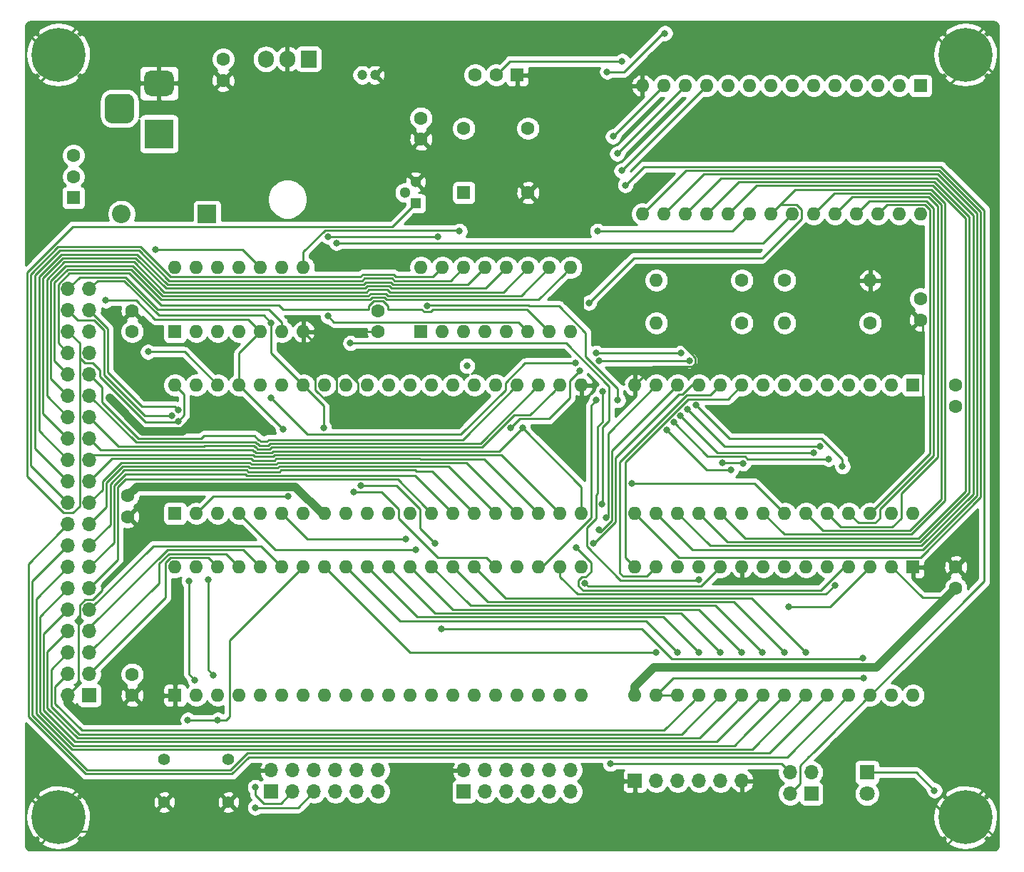
<source format=gbl>
%TF.GenerationSoftware,KiCad,Pcbnew,5.1.9+dfsg1-1*%
%TF.CreationDate,2021-08-01T20:01:47+10:00*%
%TF.ProjectId,6502-computer,36353032-2d63-46f6-9d70-757465722e6b,rev?*%
%TF.SameCoordinates,Original*%
%TF.FileFunction,Copper,L2,Bot*%
%TF.FilePolarity,Positive*%
%FSLAX46Y46*%
G04 Gerber Fmt 4.6, Leading zero omitted, Abs format (unit mm)*
G04 Created by KiCad (PCBNEW 5.1.9+dfsg1-1) date 2021-08-01 20:01:47*
%MOMM*%
%LPD*%
G01*
G04 APERTURE LIST*
%TA.AperFunction,ComponentPad*%
%ADD10R,1.600000X1.600000*%
%TD*%
%TA.AperFunction,ComponentPad*%
%ADD11O,1.600000X1.600000*%
%TD*%
%TA.AperFunction,ComponentPad*%
%ADD12C,1.300000*%
%TD*%
%TA.AperFunction,ComponentPad*%
%ADD13R,1.300000X1.300000*%
%TD*%
%TA.AperFunction,ComponentPad*%
%ADD14R,1.700000X1.700000*%
%TD*%
%TA.AperFunction,ComponentPad*%
%ADD15O,1.700000X1.700000*%
%TD*%
%TA.AperFunction,ComponentPad*%
%ADD16C,1.397000*%
%TD*%
%TA.AperFunction,ComponentPad*%
%ADD17C,1.600000*%
%TD*%
%TA.AperFunction,ComponentPad*%
%ADD18R,1.800000X1.800000*%
%TD*%
%TA.AperFunction,ComponentPad*%
%ADD19C,1.800000*%
%TD*%
%TA.AperFunction,ComponentPad*%
%ADD20C,0.800000*%
%TD*%
%TA.AperFunction,ComponentPad*%
%ADD21C,6.400000*%
%TD*%
%TA.AperFunction,ComponentPad*%
%ADD22O,1.905000X2.000000*%
%TD*%
%TA.AperFunction,ComponentPad*%
%ADD23R,1.905000X2.000000*%
%TD*%
%TA.AperFunction,ComponentPad*%
%ADD24C,1.200000*%
%TD*%
%TA.AperFunction,ComponentPad*%
%ADD25R,2.200000X2.200000*%
%TD*%
%TA.AperFunction,ComponentPad*%
%ADD26O,2.200000X2.200000*%
%TD*%
%TA.AperFunction,ComponentPad*%
%ADD27R,3.500000X3.500000*%
%TD*%
%TA.AperFunction,ViaPad*%
%ADD28C,0.800000*%
%TD*%
%TA.AperFunction,Conductor*%
%ADD29C,1.000000*%
%TD*%
%TA.AperFunction,Conductor*%
%ADD30C,0.250000*%
%TD*%
%TA.AperFunction,Conductor*%
%ADD31C,0.254000*%
%TD*%
%TA.AperFunction,Conductor*%
%ADD32C,0.100000*%
%TD*%
G04 APERTURE END LIST*
D10*
%TO.P,U4,1*%
%TO.N,/~RW*%
X95885000Y-107950000D03*
D11*
%TO.P,U4,8*%
%TO.N,/~ROMCE*%
X111125000Y-100330000D03*
%TO.P,U4,2*%
%TO.N,/~RW*%
X98425000Y-107950000D03*
%TO.P,U4,9*%
%TO.N,/A15*%
X108585000Y-100330000D03*
%TO.P,U4,3*%
%TO.N,/~RAMOE*%
X100965000Y-107950000D03*
%TO.P,U4,10*%
%TO.N,/A15*%
X106045000Y-100330000D03*
%TO.P,U4,4*%
%TO.N,/~RAMOE*%
X103505000Y-107950000D03*
%TO.P,U4,11*%
%TO.N,/~ROMOE*%
X103505000Y-100330000D03*
%TO.P,U4,5*%
%TO.N,/PHI2*%
X106045000Y-107950000D03*
%TO.P,U4,12*%
%TO.N,/A14*%
X100965000Y-100330000D03*
%TO.P,U4,6*%
%TO.N,/~RAMWE*%
X108585000Y-107950000D03*
%TO.P,U4,13*%
%TO.N,/A14*%
X98425000Y-100330000D03*
%TO.P,U4,7*%
%TO.N,GND*%
X111125000Y-107950000D03*
%TO.P,U4,14*%
%TO.N,+5V*%
X95885000Y-100330000D03*
%TD*%
%TO.P,U9,28*%
%TO.N,+5V*%
X184404000Y-93980000D03*
%TO.P,U9,14*%
%TO.N,GND*%
X151384000Y-78740000D03*
%TO.P,U9,27*%
%TO.N,+5V*%
X181864000Y-93980000D03*
%TO.P,U9,13*%
%TO.N,/D2*%
X153924000Y-78740000D03*
%TO.P,U9,26*%
%TO.N,/A13*%
X179324000Y-93980000D03*
%TO.P,U9,12*%
%TO.N,/D1*%
X156464000Y-78740000D03*
%TO.P,U9,25*%
%TO.N,/A8*%
X176784000Y-93980000D03*
%TO.P,U9,11*%
%TO.N,/D0*%
X159004000Y-78740000D03*
%TO.P,U9,24*%
%TO.N,/A9*%
X174244000Y-93980000D03*
%TO.P,U9,10*%
%TO.N,/A0*%
X161544000Y-78740000D03*
%TO.P,U9,23*%
%TO.N,/A11*%
X171704000Y-93980000D03*
%TO.P,U9,9*%
%TO.N,/A1*%
X164084000Y-78740000D03*
%TO.P,U9,22*%
%TO.N,/~ROMOE*%
X169164000Y-93980000D03*
%TO.P,U9,8*%
%TO.N,/A2*%
X166624000Y-78740000D03*
%TO.P,U9,21*%
%TO.N,/A10*%
X166624000Y-93980000D03*
%TO.P,U9,7*%
%TO.N,/A3*%
X169164000Y-78740000D03*
%TO.P,U9,20*%
%TO.N,/~ROMCE*%
X164084000Y-93980000D03*
%TO.P,U9,6*%
%TO.N,/A4*%
X171704000Y-78740000D03*
%TO.P,U9,19*%
%TO.N,/D7*%
X161544000Y-93980000D03*
%TO.P,U9,5*%
%TO.N,/A5*%
X174244000Y-78740000D03*
%TO.P,U9,18*%
%TO.N,/D6*%
X159004000Y-93980000D03*
%TO.P,U9,4*%
%TO.N,/A6*%
X176784000Y-78740000D03*
%TO.P,U9,17*%
%TO.N,/D5*%
X156464000Y-93980000D03*
%TO.P,U9,3*%
%TO.N,/A7*%
X179324000Y-78740000D03*
%TO.P,U9,16*%
%TO.N,/D4*%
X153924000Y-93980000D03*
%TO.P,U9,2*%
%TO.N,/A12*%
X181864000Y-78740000D03*
%TO.P,U9,15*%
%TO.N,/D3*%
X151384000Y-93980000D03*
D10*
%TO.P,U9,1*%
%TO.N,/ROMSEL*%
X184404000Y-78740000D03*
%TD*%
D12*
%TO.P,U7,2*%
%TO.N,+5V*%
X123190000Y-91440000D03*
%TO.P,U7,3*%
%TO.N,GND*%
X124460000Y-90170000D03*
D13*
%TO.P,U7,1*%
%TO.N,/~RES*%
X124460000Y-92710000D03*
%TD*%
D11*
%TO.P,U3,40*%
%TO.N,/CA1*%
X95885000Y-135890000D03*
%TO.P,U3,20*%
%TO.N,+5V*%
X144145000Y-151130000D03*
%TO.P,U3,39*%
%TO.N,/CA2*%
X98425000Y-135890000D03*
%TO.P,U3,19*%
%TO.N,/CB2*%
X141605000Y-151130000D03*
%TO.P,U3,38*%
%TO.N,/A0*%
X100965000Y-135890000D03*
%TO.P,U3,18*%
%TO.N,/CB1*%
X139065000Y-151130000D03*
%TO.P,U3,37*%
%TO.N,/A1*%
X103505000Y-135890000D03*
%TO.P,U3,17*%
%TO.N,/PB7*%
X136525000Y-151130000D03*
%TO.P,U3,36*%
%TO.N,/A2*%
X106045000Y-135890000D03*
%TO.P,U3,16*%
%TO.N,/PB6*%
X133985000Y-151130000D03*
%TO.P,U3,35*%
%TO.N,/A3*%
X108585000Y-135890000D03*
%TO.P,U3,15*%
%TO.N,/PB5*%
X131445000Y-151130000D03*
%TO.P,U3,34*%
%TO.N,/~RES*%
X111125000Y-135890000D03*
%TO.P,U3,14*%
%TO.N,/PB4*%
X128905000Y-151130000D03*
%TO.P,U3,33*%
%TO.N,/D0*%
X113665000Y-135890000D03*
%TO.P,U3,13*%
%TO.N,/PB3*%
X126365000Y-151130000D03*
%TO.P,U3,32*%
%TO.N,/D1*%
X116205000Y-135890000D03*
%TO.P,U3,12*%
%TO.N,/PB2*%
X123825000Y-151130000D03*
%TO.P,U3,31*%
%TO.N,/D2*%
X118745000Y-135890000D03*
%TO.P,U3,11*%
%TO.N,/PB1*%
X121285000Y-151130000D03*
%TO.P,U3,30*%
%TO.N,/D3*%
X121285000Y-135890000D03*
%TO.P,U3,10*%
%TO.N,/PB0*%
X118745000Y-151130000D03*
%TO.P,U3,29*%
%TO.N,/D4*%
X123825000Y-135890000D03*
%TO.P,U3,9*%
%TO.N,/PA7*%
X116205000Y-151130000D03*
%TO.P,U3,28*%
%TO.N,/D5*%
X126365000Y-135890000D03*
%TO.P,U3,8*%
%TO.N,/PA6*%
X113665000Y-151130000D03*
%TO.P,U3,27*%
%TO.N,/D6*%
X128905000Y-135890000D03*
%TO.P,U3,7*%
%TO.N,/PA5*%
X111125000Y-151130000D03*
%TO.P,U3,26*%
%TO.N,/D7*%
X131445000Y-135890000D03*
%TO.P,U3,6*%
%TO.N,/PA4*%
X108585000Y-151130000D03*
%TO.P,U3,25*%
%TO.N,/PHI2*%
X133985000Y-135890000D03*
%TO.P,U3,5*%
%TO.N,/PA3*%
X106045000Y-151130000D03*
%TO.P,U3,24*%
%TO.N,+5V*%
X136525000Y-135890000D03*
%TO.P,U3,4*%
%TO.N,/PA2*%
X103505000Y-151130000D03*
%TO.P,U3,23*%
%TO.N,/~IO0*%
X139065000Y-135890000D03*
%TO.P,U3,3*%
%TO.N,/PA1*%
X100965000Y-151130000D03*
%TO.P,U3,22*%
%TO.N,/~RW*%
X141605000Y-135890000D03*
%TO.P,U3,2*%
%TO.N,/PA0*%
X98425000Y-151130000D03*
%TO.P,U3,21*%
%TO.N,/~VIAIRQ*%
X144145000Y-135890000D03*
D10*
%TO.P,U3,1*%
%TO.N,GND*%
X95885000Y-151130000D03*
%TD*%
D14*
%TO.P,J1,1*%
%TO.N,+5V*%
X85725000Y-151130000D03*
D15*
%TO.P,J1,2*%
%TO.N,GND*%
X83185000Y-151130000D03*
%TO.P,J1,3*%
%TO.N,/A0*%
X85725000Y-148590000D03*
%TO.P,J1,4*%
%TO.N,/D0*%
X83185000Y-148590000D03*
%TO.P,J1,5*%
%TO.N,/A1*%
X85725000Y-146050000D03*
%TO.P,J1,6*%
%TO.N,/D1*%
X83185000Y-146050000D03*
%TO.P,J1,7*%
%TO.N,/A2*%
X85725000Y-143510000D03*
%TO.P,J1,8*%
%TO.N,/D2*%
X83185000Y-143510000D03*
%TO.P,J1,9*%
%TO.N,/A3*%
X85725000Y-140970000D03*
%TO.P,J1,10*%
%TO.N,/D3*%
X83185000Y-140970000D03*
%TO.P,J1,11*%
%TO.N,/A4*%
X85725000Y-138430000D03*
%TO.P,J1,12*%
%TO.N,/D4*%
X83185000Y-138430000D03*
%TO.P,J1,13*%
%TO.N,/A5*%
X85725000Y-135890000D03*
%TO.P,J1,14*%
%TO.N,/D5*%
X83185000Y-135890000D03*
%TO.P,J1,15*%
%TO.N,/A6*%
X85725000Y-133350000D03*
%TO.P,J1,16*%
%TO.N,/D6*%
X83185000Y-133350000D03*
%TO.P,J1,17*%
%TO.N,/A7*%
X85725000Y-130810000D03*
%TO.P,J1,18*%
%TO.N,/D7*%
X83185000Y-130810000D03*
%TO.P,J1,19*%
%TO.N,/A8*%
X85725000Y-128270000D03*
%TO.P,J1,20*%
%TO.N,/~IO0*%
X83185000Y-128270000D03*
%TO.P,J1,21*%
%TO.N,/A9*%
X85725000Y-125730000D03*
%TO.P,J1,22*%
%TO.N,/~IO1*%
X83185000Y-125730000D03*
%TO.P,J1,23*%
%TO.N,/A10*%
X85725000Y-123190000D03*
%TO.P,J1,24*%
%TO.N,/~IO2*%
X83185000Y-123190000D03*
%TO.P,J1,25*%
%TO.N,/A11*%
X85725000Y-120650000D03*
%TO.P,J1,26*%
%TO.N,/~IO3*%
X83185000Y-120650000D03*
%TO.P,J1,27*%
%TO.N,/A12*%
X85725000Y-118110000D03*
%TO.P,J1,28*%
%TO.N,/~IO4*%
X83185000Y-118110000D03*
%TO.P,J1,29*%
%TO.N,/A13*%
X85725000Y-115570000D03*
%TO.P,J1,30*%
%TO.N,/~IO5*%
X83185000Y-115570000D03*
%TO.P,J1,31*%
%TO.N,/A14*%
X85725000Y-113030000D03*
%TO.P,J1,32*%
%TO.N,/~IO6*%
X83185000Y-113030000D03*
%TO.P,J1,33*%
%TO.N,/A15*%
X85725000Y-110490000D03*
%TO.P,J1,34*%
%TO.N,/~IO7*%
X83185000Y-110490000D03*
%TO.P,J1,35*%
%TO.N,/PHI2*%
X85725000Y-107950000D03*
%TO.P,J1,36*%
%TO.N,/~RES*%
X83185000Y-107950000D03*
%TO.P,J1,37*%
%TO.N,/~NMI*%
X85725000Y-105410000D03*
%TO.P,J1,38*%
%TO.N,/~IRQ*%
X83185000Y-105410000D03*
%TO.P,J1,39*%
%TO.N,/~RW*%
X85725000Y-102870000D03*
%TO.P,J1,40*%
%TO.N,/~RAMWE*%
X83185000Y-102870000D03*
%TD*%
D10*
%TO.P,U8,1*%
%TO.N,/A14*%
X183515000Y-114300000D03*
D11*
%TO.P,U8,15*%
%TO.N,/D3*%
X150495000Y-129540000D03*
%TO.P,U8,2*%
%TO.N,/A12*%
X180975000Y-114300000D03*
%TO.P,U8,16*%
%TO.N,/D4*%
X153035000Y-129540000D03*
%TO.P,U8,3*%
%TO.N,/A7*%
X178435000Y-114300000D03*
%TO.P,U8,17*%
%TO.N,/D5*%
X155575000Y-129540000D03*
%TO.P,U8,4*%
%TO.N,/A6*%
X175895000Y-114300000D03*
%TO.P,U8,18*%
%TO.N,/D6*%
X158115000Y-129540000D03*
%TO.P,U8,5*%
%TO.N,/A5*%
X173355000Y-114300000D03*
%TO.P,U8,19*%
%TO.N,/D7*%
X160655000Y-129540000D03*
%TO.P,U8,6*%
%TO.N,/A4*%
X170815000Y-114300000D03*
%TO.P,U8,20*%
%TO.N,/A15*%
X163195000Y-129540000D03*
%TO.P,U8,7*%
%TO.N,/A3*%
X168275000Y-114300000D03*
%TO.P,U8,21*%
%TO.N,/A10*%
X165735000Y-129540000D03*
%TO.P,U8,8*%
%TO.N,/A2*%
X165735000Y-114300000D03*
%TO.P,U8,22*%
%TO.N,/~RAMOE*%
X168275000Y-129540000D03*
%TO.P,U8,9*%
%TO.N,/A1*%
X163195000Y-114300000D03*
%TO.P,U8,23*%
%TO.N,/A11*%
X170815000Y-129540000D03*
%TO.P,U8,10*%
%TO.N,/A0*%
X160655000Y-114300000D03*
%TO.P,U8,24*%
%TO.N,/A9*%
X173355000Y-129540000D03*
%TO.P,U8,11*%
%TO.N,/D0*%
X158115000Y-114300000D03*
%TO.P,U8,25*%
%TO.N,/A8*%
X175895000Y-129540000D03*
%TO.P,U8,12*%
%TO.N,/D1*%
X155575000Y-114300000D03*
%TO.P,U8,26*%
%TO.N,/A13*%
X178435000Y-129540000D03*
%TO.P,U8,13*%
%TO.N,/D2*%
X153035000Y-114300000D03*
%TO.P,U8,27*%
%TO.N,/~RAMWE*%
X180975000Y-129540000D03*
%TO.P,U8,14*%
%TO.N,GND*%
X150495000Y-114300000D03*
%TO.P,U8,28*%
%TO.N,+5V*%
X183515000Y-129540000D03*
%TD*%
D10*
%TO.P,U1,1*%
%TO.N,Net-(U1-Pad1)*%
X95885000Y-129540000D03*
D11*
%TO.P,U1,21*%
%TO.N,GND*%
X144145000Y-114300000D03*
%TO.P,U1,2*%
%TO.N,Net-(R1-Pad2)*%
X98425000Y-129540000D03*
%TO.P,U1,22*%
%TO.N,/A12*%
X141605000Y-114300000D03*
%TO.P,U1,3*%
%TO.N,Net-(U1-Pad3)*%
X100965000Y-129540000D03*
%TO.P,U1,23*%
%TO.N,/A13*%
X139065000Y-114300000D03*
%TO.P,U1,4*%
%TO.N,/~IRQ*%
X103505000Y-129540000D03*
%TO.P,U1,24*%
%TO.N,/A14*%
X136525000Y-114300000D03*
%TO.P,U1,5*%
%TO.N,Net-(U1-Pad5)*%
X106045000Y-129540000D03*
%TO.P,U1,25*%
%TO.N,/A15*%
X133985000Y-114300000D03*
%TO.P,U1,6*%
%TO.N,/~NMI*%
X108585000Y-129540000D03*
%TO.P,U1,26*%
%TO.N,/D7*%
X131445000Y-114300000D03*
%TO.P,U1,7*%
%TO.N,Net-(U1-Pad7)*%
X111125000Y-129540000D03*
%TO.P,U1,27*%
%TO.N,/D6*%
X128905000Y-114300000D03*
%TO.P,U1,8*%
%TO.N,+5V*%
X113665000Y-129540000D03*
%TO.P,U1,28*%
%TO.N,/D5*%
X126365000Y-114300000D03*
%TO.P,U1,9*%
%TO.N,/A0*%
X116205000Y-129540000D03*
%TO.P,U1,29*%
%TO.N,/D4*%
X123825000Y-114300000D03*
%TO.P,U1,10*%
%TO.N,/A1*%
X118745000Y-129540000D03*
%TO.P,U1,30*%
%TO.N,/D3*%
X121285000Y-114300000D03*
%TO.P,U1,11*%
%TO.N,/A2*%
X121285000Y-129540000D03*
%TO.P,U1,31*%
%TO.N,/D2*%
X118745000Y-114300000D03*
%TO.P,U1,12*%
%TO.N,/A3*%
X123825000Y-129540000D03*
%TO.P,U1,32*%
%TO.N,/D1*%
X116205000Y-114300000D03*
%TO.P,U1,13*%
%TO.N,/A4*%
X126365000Y-129540000D03*
%TO.P,U1,33*%
%TO.N,/D0*%
X113665000Y-114300000D03*
%TO.P,U1,14*%
%TO.N,/A5*%
X128905000Y-129540000D03*
%TO.P,U1,34*%
%TO.N,/~RW*%
X111125000Y-114300000D03*
%TO.P,U1,15*%
%TO.N,/A6*%
X131445000Y-129540000D03*
%TO.P,U1,35*%
%TO.N,Net-(U1-Pad35)*%
X108585000Y-114300000D03*
%TO.P,U1,16*%
%TO.N,/A7*%
X133985000Y-129540000D03*
%TO.P,U1,36*%
%TO.N,Net-(R2-Pad2)*%
X106045000Y-114300000D03*
%TO.P,U1,17*%
%TO.N,/A8*%
X136525000Y-129540000D03*
%TO.P,U1,37*%
%TO.N,/PHI2*%
X103505000Y-114300000D03*
%TO.P,U1,18*%
%TO.N,/A9*%
X139065000Y-129540000D03*
%TO.P,U1,38*%
%TO.N,+5V*%
X100965000Y-114300000D03*
%TO.P,U1,19*%
%TO.N,/A10*%
X141605000Y-129540000D03*
%TO.P,U1,39*%
%TO.N,Net-(U1-Pad39)*%
X98425000Y-114300000D03*
%TO.P,U1,20*%
%TO.N,/A11*%
X144145000Y-129540000D03*
%TO.P,U1,40*%
%TO.N,/~RES*%
X95885000Y-114300000D03*
%TD*%
D15*
%TO.P,J4,12*%
%TO.N,/PA7*%
X120015000Y-160020000D03*
%TO.P,J4,11*%
%TO.N,/PA6*%
X120015000Y-162560000D03*
%TO.P,J4,10*%
%TO.N,/PA5*%
X117475000Y-160020000D03*
%TO.P,J4,9*%
%TO.N,/PA4*%
X117475000Y-162560000D03*
%TO.P,J4,8*%
%TO.N,/PA3*%
X114935000Y-160020000D03*
%TO.P,J4,7*%
%TO.N,/PA2*%
X114935000Y-162560000D03*
%TO.P,J4,6*%
%TO.N,/PA1*%
X112395000Y-160020000D03*
%TO.P,J4,5*%
%TO.N,/PA0*%
X112395000Y-162560000D03*
%TO.P,J4,4*%
%TO.N,/CA2*%
X109855000Y-160020000D03*
%TO.P,J4,3*%
%TO.N,/CA1*%
X109855000Y-162560000D03*
%TO.P,J4,2*%
%TO.N,GND*%
X107315000Y-160020000D03*
D14*
%TO.P,J4,1*%
%TO.N,+5V*%
X107315000Y-162560000D03*
%TD*%
D16*
%TO.P,SW3,1*%
%TO.N,/~RES*%
X102235000Y-158750000D03*
%TO.P,SW3,2*%
%TO.N,GND*%
X102235000Y-163830000D03*
%TO.P,SW3,1*%
%TO.N,/~RES*%
X94615000Y-158750000D03*
%TO.P,SW3,2*%
%TO.N,GND*%
X94615000Y-163830000D03*
%TD*%
D17*
%TO.P,C4,1*%
%TO.N,GND*%
X90805000Y-151130000D03*
%TO.P,C4,2*%
%TO.N,+5V*%
X90805000Y-148630000D03*
%TD*%
%TO.P,C6,1*%
%TO.N,GND*%
X90297000Y-129921000D03*
%TO.P,C6,2*%
%TO.N,+5V*%
X90297000Y-127421000D03*
%TD*%
D18*
%TO.P,D2,1*%
%TO.N,Net-(D2-Pad1)*%
X178054000Y-160274000D03*
D19*
%TO.P,D2,2*%
%TO.N,+5V*%
X178054000Y-162814000D03*
%TD*%
D20*
%TO.P,H4,1*%
%TO.N,N/C*%
X191435056Y-163910944D03*
X189738000Y-163208000D03*
X188040944Y-163910944D03*
X187338000Y-165608000D03*
X188040944Y-167305056D03*
X189738000Y-168008000D03*
X191435056Y-167305056D03*
X192138000Y-165608000D03*
D21*
%TO.N,GND*%
X189738000Y-165608000D03*
%TD*%
D20*
%TO.P,H2,1*%
%TO.N,N/C*%
X188040944Y-76754056D03*
X189738000Y-77457000D03*
X191435056Y-76754056D03*
X192138000Y-75057000D03*
X191435056Y-73359944D03*
X189738000Y-72657000D03*
X188040944Y-73359944D03*
X187338000Y-75057000D03*
D21*
%TO.N,GND*%
X189738000Y-75057000D03*
%TD*%
D20*
%TO.P,H1,1*%
%TO.N,N/C*%
X80344944Y-76754056D03*
X82042000Y-77457000D03*
X83739056Y-76754056D03*
X84442000Y-75057000D03*
X83739056Y-73359944D03*
X82042000Y-72657000D03*
X80344944Y-73359944D03*
X79642000Y-75057000D03*
D21*
%TO.N,GND*%
X82042000Y-75057000D03*
%TD*%
D20*
%TO.P,H3,1*%
%TO.N,N/C*%
X83739056Y-163910944D03*
X82042000Y-163208000D03*
X80344944Y-163910944D03*
X79642000Y-165608000D03*
X80344944Y-167305056D03*
X82042000Y-168008000D03*
X83739056Y-167305056D03*
X84442000Y-165608000D03*
D21*
%TO.N,GND*%
X82042000Y-165608000D03*
%TD*%
D22*
%TO.P,U5,3*%
%TO.N,+5V*%
X106680000Y-75565000D03*
%TO.P,U5,2*%
%TO.N,GND*%
X109220000Y-75565000D03*
D23*
%TO.P,U5,1*%
%TO.N,Net-(C9-Pad1)*%
X111760000Y-75565000D03*
%TD*%
D17*
%TO.P,C1,1*%
%TO.N,GND*%
X188595000Y-135890000D03*
%TO.P,C1,2*%
%TO.N,+5V*%
X188595000Y-138390000D03*
%TD*%
%TO.P,C2,2*%
%TO.N,+5V*%
X120015000Y-105450000D03*
%TO.P,C2,1*%
%TO.N,GND*%
X120015000Y-107950000D03*
%TD*%
%TO.P,C3,2*%
%TO.N,+5V*%
X188595000Y-116800000D03*
%TO.P,C3,1*%
%TO.N,GND*%
X188595000Y-114300000D03*
%TD*%
%TO.P,C5,2*%
%TO.N,+5V*%
X125095000Y-82590000D03*
%TO.P,C5,1*%
%TO.N,GND*%
X125095000Y-85090000D03*
%TD*%
%TO.P,C7,2*%
%TO.N,+5V*%
X101600000Y-75605000D03*
%TO.P,C7,1*%
%TO.N,GND*%
X101600000Y-78105000D03*
%TD*%
%TO.P,C8,2*%
%TO.N,+5V*%
X184404000Y-104053000D03*
%TO.P,C8,1*%
%TO.N,GND*%
X184404000Y-106553000D03*
%TD*%
D24*
%TO.P,C9,1*%
%TO.N,Net-(C9-Pad1)*%
X118110000Y-77470000D03*
%TO.P,C9,2*%
%TO.N,GND*%
X119610000Y-77470000D03*
%TD*%
D17*
%TO.P,C10,1*%
%TO.N,+5V*%
X90805000Y-107950000D03*
%TO.P,C10,2*%
%TO.N,GND*%
X90805000Y-105450000D03*
%TD*%
D25*
%TO.P,D1,1*%
%TO.N,Net-(C9-Pad1)*%
X99695000Y-93980000D03*
D26*
%TO.P,D1,2*%
%TO.N,Net-(D1-Pad2)*%
X89535000Y-93980000D03*
%TD*%
D27*
%TO.P,J2,1*%
%TO.N,Net-(J2-Pad1)*%
X93980000Y-84455000D03*
%TO.P,J2,2*%
%TO.N,GND*%
%TA.AperFunction,ComponentPad*%
G36*
G01*
X92980000Y-76955000D02*
X94980000Y-76955000D01*
G75*
G02*
X95730000Y-77705000I0J-750000D01*
G01*
X95730000Y-79205000D01*
G75*
G02*
X94980000Y-79955000I-750000J0D01*
G01*
X92980000Y-79955000D01*
G75*
G02*
X92230000Y-79205000I0J750000D01*
G01*
X92230000Y-77705000D01*
G75*
G02*
X92980000Y-76955000I750000J0D01*
G01*
G37*
%TD.AperFunction*%
%TO.P,J2,3*%
%TO.N,N/C*%
%TA.AperFunction,ComponentPad*%
G36*
G01*
X88405000Y-79705000D02*
X90155000Y-79705000D01*
G75*
G02*
X91030000Y-80580000I0J-875000D01*
G01*
X91030000Y-82330000D01*
G75*
G02*
X90155000Y-83205000I-875000J0D01*
G01*
X88405000Y-83205000D01*
G75*
G02*
X87530000Y-82330000I0J875000D01*
G01*
X87530000Y-80580000D01*
G75*
G02*
X88405000Y-79705000I875000J0D01*
G01*
G37*
%TD.AperFunction*%
%TD*%
D14*
%TO.P,J3,1*%
%TO.N,/~NMI*%
X171450000Y-162814000D03*
D15*
%TO.P,J3,2*%
%TO.N,/~ACIAIRQ*%
X168910000Y-162814000D03*
%TO.P,J3,3*%
%TO.N,/~IRQ*%
X171450000Y-160274000D03*
%TO.P,J3,4*%
%TO.N,/~VIAIRQ*%
X168910000Y-160274000D03*
%TD*%
D14*
%TO.P,J5,1*%
%TO.N,+5V*%
X130175000Y-162560000D03*
D15*
%TO.P,J5,2*%
%TO.N,GND*%
X130175000Y-160020000D03*
%TO.P,J5,3*%
%TO.N,/CB1*%
X132715000Y-162560000D03*
%TO.P,J5,4*%
%TO.N,/CB2*%
X132715000Y-160020000D03*
%TO.P,J5,5*%
%TO.N,/PB0*%
X135255000Y-162560000D03*
%TO.P,J5,6*%
%TO.N,/PB1*%
X135255000Y-160020000D03*
%TO.P,J5,7*%
%TO.N,/PB2*%
X137795000Y-162560000D03*
%TO.P,J5,8*%
%TO.N,/PB3*%
X137795000Y-160020000D03*
%TO.P,J5,9*%
%TO.N,/PB4*%
X140335000Y-162560000D03*
%TO.P,J5,10*%
%TO.N,/PB5*%
X140335000Y-160020000D03*
%TO.P,J5,11*%
%TO.N,/PB6*%
X142875000Y-162560000D03*
%TO.P,J5,12*%
%TO.N,/PB7*%
X142875000Y-160020000D03*
%TD*%
D14*
%TO.P,J6,1*%
%TO.N,GND*%
X150495000Y-161290000D03*
D15*
%TO.P,J6,2*%
%TO.N,/UART_TX*%
X153035000Y-161290000D03*
%TO.P,J6,3*%
%TO.N,/UART_RX*%
X155575000Y-161290000D03*
%TO.P,J6,4*%
%TO.N,Net-(J6-Pad4)*%
X158115000Y-161290000D03*
%TO.P,J6,5*%
%TO.N,/~UART_RTS*%
X160655000Y-161290000D03*
%TO.P,J6,6*%
%TO.N,GND*%
X163195000Y-161290000D03*
%TD*%
D11*
%TO.P,R1,2*%
%TO.N,Net-(R1-Pad2)*%
X168275000Y-106934000D03*
D17*
%TO.P,R1,1*%
%TO.N,+5V*%
X178435000Y-106934000D03*
%TD*%
%TO.P,R2,1*%
%TO.N,+5V*%
X163195000Y-101854000D03*
D11*
%TO.P,R2,2*%
%TO.N,Net-(R2-Pad2)*%
X153035000Y-101854000D03*
%TD*%
%TO.P,R3,2*%
%TO.N,GND*%
X178435000Y-101854000D03*
D17*
%TO.P,R3,1*%
%TO.N,Net-(D2-Pad1)*%
X168275000Y-101854000D03*
%TD*%
%TO.P,R4,1*%
%TO.N,+5V*%
X163195000Y-106934000D03*
D11*
%TO.P,R4,2*%
%TO.N,/~ACIAIRQ*%
X153035000Y-106934000D03*
%TD*%
D10*
%TO.P,SW1,1*%
%TO.N,Net-(D1-Pad2)*%
X83820000Y-92035000D03*
D17*
%TO.P,SW1,2*%
%TO.N,Net-(J2-Pad1)*%
X83820000Y-89535000D03*
%TO.P,SW1,3*%
%TO.N,Net-(SW1-Pad3)*%
X83820000Y-87035000D03*
%TD*%
%TO.P,SW2,3*%
%TO.N,+5V*%
X131525000Y-77470000D03*
%TO.P,SW2,2*%
%TO.N,/ROMSEL*%
X134025000Y-77470000D03*
D10*
%TO.P,SW2,1*%
%TO.N,GND*%
X136525000Y-77470000D03*
%TD*%
%TO.P,U2,1*%
%TO.N,/A10*%
X125095000Y-107950000D03*
D11*
%TO.P,U2,9*%
%TO.N,/~IO6*%
X142875000Y-100330000D03*
%TO.P,U2,2*%
%TO.N,/A11*%
X127635000Y-107950000D03*
%TO.P,U2,10*%
%TO.N,/~IO5*%
X140335000Y-100330000D03*
%TO.P,U2,3*%
%TO.N,/A12*%
X130175000Y-107950000D03*
%TO.P,U2,11*%
%TO.N,/~IO4*%
X137795000Y-100330000D03*
%TO.P,U2,4*%
%TO.N,/A13*%
X132715000Y-107950000D03*
%TO.P,U2,12*%
%TO.N,/~IO3*%
X135255000Y-100330000D03*
%TO.P,U2,5*%
%TO.N,/A14*%
X135255000Y-107950000D03*
%TO.P,U2,13*%
%TO.N,/~IO2*%
X132715000Y-100330000D03*
%TO.P,U2,6*%
%TO.N,/A15*%
X137795000Y-107950000D03*
%TO.P,U2,14*%
%TO.N,/~IO1*%
X130175000Y-100330000D03*
%TO.P,U2,7*%
%TO.N,/~IO7*%
X140335000Y-107950000D03*
%TO.P,U2,15*%
%TO.N,/~IO0*%
X127635000Y-100330000D03*
%TO.P,U2,8*%
%TO.N,GND*%
X142875000Y-107950000D03*
%TO.P,U2,16*%
%TO.N,+5V*%
X125095000Y-100330000D03*
%TD*%
D10*
%TO.P,U6,1*%
%TO.N,GND*%
X183515000Y-135890000D03*
D11*
%TO.P,U6,15*%
%TO.N,+5V*%
X150495000Y-151130000D03*
%TO.P,U6,2*%
X180975000Y-135890000D03*
%TO.P,U6,16*%
%TO.N,Net-(U6-Pad11)*%
X153035000Y-151130000D03*
%TO.P,U6,3*%
%TO.N,/~IO1*%
X178435000Y-135890000D03*
%TO.P,U6,17*%
%TO.N,Net-(U6-Pad11)*%
X155575000Y-151130000D03*
%TO.P,U6,4*%
%TO.N,/~RES*%
X175895000Y-135890000D03*
%TO.P,U6,18*%
%TO.N,/D0*%
X158115000Y-151130000D03*
%TO.P,U6,5*%
%TO.N,Net-(U6-Pad5)*%
X173355000Y-135890000D03*
%TO.P,U6,19*%
%TO.N,/D1*%
X160655000Y-151130000D03*
%TO.P,U6,6*%
%TO.N,/PHI2*%
X170815000Y-135890000D03*
%TO.P,U6,20*%
%TO.N,/D2*%
X163195000Y-151130000D03*
%TO.P,U6,7*%
%TO.N,Net-(U6-Pad7)*%
X168275000Y-135890000D03*
%TO.P,U6,21*%
%TO.N,/D3*%
X165735000Y-151130000D03*
%TO.P,U6,8*%
%TO.N,/~UART_RTS*%
X165735000Y-135890000D03*
%TO.P,U6,22*%
%TO.N,/D4*%
X168275000Y-151130000D03*
%TO.P,U6,9*%
%TO.N,GND*%
X163195000Y-135890000D03*
%TO.P,U6,23*%
%TO.N,/D5*%
X170815000Y-151130000D03*
%TO.P,U6,10*%
%TO.N,/UART_TX*%
X160655000Y-135890000D03*
%TO.P,U6,24*%
%TO.N,/D6*%
X173355000Y-151130000D03*
%TO.P,U6,11*%
%TO.N,Net-(U6-Pad11)*%
X158115000Y-135890000D03*
%TO.P,U6,25*%
%TO.N,/D7*%
X175895000Y-151130000D03*
%TO.P,U6,12*%
%TO.N,/UART_RX*%
X155575000Y-135890000D03*
%TO.P,U6,26*%
%TO.N,/~ACIAIRQ*%
X178435000Y-151130000D03*
%TO.P,U6,13*%
%TO.N,/A0*%
X153035000Y-135890000D03*
%TO.P,U6,27*%
%TO.N,/PHI2*%
X180975000Y-151130000D03*
%TO.P,U6,14*%
%TO.N,/A1*%
X150495000Y-135890000D03*
%TO.P,U6,28*%
%TO.N,/~RW*%
X183515000Y-151130000D03*
%TD*%
D10*
%TO.P,X1,1*%
%TO.N,Net-(X1-Pad1)*%
X130175000Y-91440000D03*
D17*
%TO.P,X1,8*%
%TO.N,+5V*%
X130175000Y-83820000D03*
%TO.P,X1,5*%
%TO.N,/PHI2*%
X137795000Y-83820000D03*
%TO.P,X1,4*%
%TO.N,GND*%
X137795000Y-91440000D03*
%TD*%
D28*
%TO.N,GND*%
X86360000Y-153670000D03*
X90551000Y-134112000D03*
X92837000Y-144907000D03*
X90551000Y-132969000D03*
X92138500Y-144208500D03*
X184531000Y-118364000D03*
X147701000Y-109220000D03*
X145542000Y-100076000D03*
X137033000Y-110490000D03*
X88796999Y-116562001D03*
X100203000Y-117602000D03*
X101346000Y-117602000D03*
X115443000Y-117602000D03*
X117221000Y-117602000D03*
X138176000Y-110490000D03*
X136271000Y-111252000D03*
X118872000Y-117602000D03*
%TO.N,+5V*%
X92693408Y-110346408D03*
%TO.N,Net-(D2-Pad1)*%
X147193000Y-77089000D03*
X186055000Y-162433000D03*
X154051000Y-72517000D03*
%TO.N,/D0*%
X145513342Y-133096000D03*
X153035000Y-146050000D03*
X148907500Y-88836500D03*
%TO.N,/D1*%
X146238342Y-131501352D03*
X155574997Y-146049997D03*
X148399500Y-86804500D03*
%TO.N,/D2*%
X147033990Y-130048000D03*
X158115000Y-146050000D03*
X147891500Y-84772500D03*
%TO.N,/D3*%
X160654997Y-146049997D03*
%TO.N,/D4*%
X163195003Y-146050003D03*
%TO.N,/D5*%
X165608000Y-146050000D03*
%TO.N,/D6*%
X168275002Y-146050002D03*
%TO.N,/D7*%
X170815000Y-146050000D03*
%TO.N,/~IO0*%
X145923000Y-116078000D03*
%TO.N,/~IO1*%
X146685000Y-115062000D03*
X158115000Y-137404694D03*
X168719500Y-140652500D03*
%TO.N,/A10*%
X130556000Y-112014000D03*
X145034000Y-104521000D03*
%TO.N,/A11*%
X163323395Y-123589331D03*
X160909000Y-123480990D03*
X137160000Y-119380000D03*
%TO.N,/A12*%
X172466000Y-121539000D03*
X156692832Y-117129897D03*
%TO.N,/A13*%
X171704000Y-122301000D03*
X155916365Y-117906365D03*
%TO.N,/A14*%
X173486653Y-123058347D03*
X155101386Y-118721344D03*
%TO.N,/A15*%
X161925000Y-124332994D03*
X154238865Y-119583865D03*
X93599000Y-98171000D03*
X114046000Y-106099999D03*
%TO.N,/PHI2*%
X177550653Y-146680347D03*
X127508000Y-143256000D03*
X108712000Y-119507000D03*
X114046000Y-96647000D03*
X127127000Y-96647000D03*
X87662001Y-104234999D03*
X117094000Y-127000000D03*
%TO.N,/~RES*%
X97409000Y-154051000D03*
X100965000Y-154051000D03*
X96252461Y-118576634D03*
X143510000Y-133604000D03*
%TO.N,/~NMI*%
X96266000Y-117221000D03*
X123317000Y-132588000D03*
%TO.N,/~IRQ*%
X95476370Y-117946010D03*
X124460000Y-133858000D03*
%TO.N,/~RW*%
X107315000Y-106934000D03*
X174244000Y-138049000D03*
X126746000Y-133096000D03*
X117983000Y-126238000D03*
X113538000Y-119380000D03*
%TO.N,/~RAMWE*%
X148463000Y-116078000D03*
X157734000Y-116676000D03*
X175133000Y-123952000D03*
X125857000Y-104880093D03*
%TO.N,/~ACIAIRQ*%
X149352000Y-90551000D03*
%TO.N,/~VIAIRQ*%
X147574000Y-159258000D03*
%TO.N,/PA0*%
X105410000Y-164465008D03*
%TO.N,/CA2*%
X100457000Y-148717000D03*
X99822000Y-137414000D03*
%TO.N,/CA1*%
X97536000Y-137541000D03*
X98260232Y-149329869D03*
X105410000Y-162052000D03*
%TO.N,/UART_TX*%
X144526000Y-137795000D03*
%TO.N,Net-(R1-Pad2)*%
X109347000Y-127508000D03*
X109347000Y-127508000D03*
X156972000Y-111379000D03*
X146245153Y-111437847D03*
X143923465Y-112582586D03*
X135763000Y-119380000D03*
%TO.N,Net-(R2-Pad2)*%
X155956000Y-110490000D03*
X145923000Y-110490000D03*
X143451153Y-111701153D03*
X107315000Y-115824000D03*
%TO.N,/ROMSEL*%
X148971000Y-75819002D03*
%TO.N,/~ROMCE*%
X129667000Y-96012000D03*
X146050000Y-96012000D03*
%TO.N,/~RAMOE*%
X146583980Y-128397000D03*
X150114000Y-125984000D03*
X116713000Y-109299932D03*
%TO.N,/~ROMOE*%
X115062000Y-97409000D03*
%TO.N,Net-(U6-Pad11)*%
X177673000Y-149098000D03*
%TD*%
D29*
%TO.N,GND*%
X96774000Y-119761000D02*
X92075000Y-119761000D01*
X98933000Y-117602000D02*
X96774000Y-119761000D01*
X101981000Y-117602000D02*
X101346000Y-117602000D01*
X92075000Y-119761000D02*
X88201500Y-115887500D01*
X88201500Y-115887500D02*
X88138000Y-115824000D01*
D30*
X187939997Y-74331999D02*
X187198000Y-73590002D01*
X189012999Y-74331999D02*
X187939997Y-74331999D01*
X189738000Y-75057000D02*
X189012999Y-74331999D01*
X189012999Y-75782001D02*
X189012999Y-77306001D01*
X189738000Y-75057000D02*
X189012999Y-75782001D01*
X188765945Y-77680055D02*
X187325000Y-79121000D01*
X188765945Y-76791055D02*
X188765945Y-77680055D01*
X189738000Y-75819000D02*
X188765945Y-76791055D01*
X189738000Y-75057000D02*
X189738000Y-75819000D01*
X191536003Y-75782001D02*
X193040000Y-77285998D01*
X190463001Y-75782001D02*
X191536003Y-75782001D01*
X193040000Y-77285998D02*
X193040000Y-77343000D01*
X189738000Y-75057000D02*
X190463001Y-75782001D01*
X192220998Y-71501000D02*
X192532000Y-71501000D01*
X189738000Y-73983998D02*
X192220998Y-71501000D01*
X189738000Y-75057000D02*
X189738000Y-73983998D01*
X187742999Y-74331999D02*
X186182000Y-72771000D01*
X189012999Y-74331999D02*
X187742999Y-74331999D01*
X190463001Y-164882999D02*
X190463001Y-162977999D01*
X189738000Y-165608000D02*
X190463001Y-164882999D01*
X192024000Y-162248998D02*
X192024000Y-161925000D01*
X189738000Y-164534998D02*
X192024000Y-162248998D01*
X189738000Y-165608000D02*
X189738000Y-164534998D01*
X186733945Y-164635945D02*
X186055000Y-163957000D01*
X189230000Y-165608000D02*
X188257945Y-164635945D01*
X188257945Y-164635945D02*
X186733945Y-164635945D01*
X189738000Y-165608000D02*
X189230000Y-165608000D01*
X187509002Y-168910000D02*
X186944000Y-168910000D01*
X189012999Y-167406003D02*
X187509002Y-168910000D01*
X189012999Y-166333001D02*
X189012999Y-167406003D01*
X189738000Y-165608000D02*
X189012999Y-166333001D01*
X193224002Y-168021000D02*
X193294000Y-168021000D01*
X190811002Y-165608000D02*
X193224002Y-168021000D01*
X189738000Y-165608000D02*
X190811002Y-165608000D01*
X82042000Y-164534998D02*
X84143998Y-162433000D01*
X84143998Y-162433000D02*
X84582000Y-162433000D01*
X82042000Y-165608000D02*
X82042000Y-164534998D01*
X78740000Y-163379002D02*
X78740000Y-163322000D01*
X80968998Y-165608000D02*
X78740000Y-163379002D01*
X82042000Y-165608000D02*
X80968998Y-165608000D01*
X80067002Y-168656000D02*
X79502000Y-168656000D01*
X81316999Y-167406003D02*
X80067002Y-168656000D01*
X81316999Y-166333001D02*
X81316999Y-167406003D01*
X82042000Y-165608000D02*
X81316999Y-166333001D01*
X84766002Y-167259000D02*
X85979000Y-167259000D01*
X83115002Y-165608000D02*
X84766002Y-167259000D01*
X82042000Y-165608000D02*
X83115002Y-165608000D01*
D29*
X83185000Y-152019000D02*
X84836000Y-153670000D01*
X83185000Y-151130000D02*
X83185000Y-152019000D01*
D30*
X84270998Y-71755000D02*
X84455000Y-71755000D01*
X82042000Y-73983998D02*
X84270998Y-71755000D01*
X82042000Y-75057000D02*
X82042000Y-73983998D01*
X78613000Y-72701002D02*
X78613000Y-72644000D01*
X80968998Y-75057000D02*
X78613000Y-72701002D01*
X82042000Y-75057000D02*
X80968998Y-75057000D01*
X79686002Y-78486000D02*
X79502000Y-78486000D01*
X82042000Y-76130002D02*
X79686002Y-78486000D01*
X82042000Y-75057000D02*
X82042000Y-76130002D01*
X120015000Y-107950000D02*
X117856000Y-107950000D01*
X84549999Y-140405999D02*
X85160999Y-139794999D01*
X84549999Y-141764001D02*
X84549999Y-140405999D01*
X85160999Y-139794999D02*
X86099003Y-139794999D01*
X84455000Y-141859000D02*
X84549999Y-141764001D01*
X84455000Y-149860000D02*
X84455000Y-141859000D01*
X86099003Y-139794999D02*
X87249000Y-138645002D01*
X83185000Y-151130000D02*
X84455000Y-149860000D01*
X87249000Y-138645002D02*
X87249000Y-137922000D01*
X90551000Y-134620000D02*
X90551000Y-134112000D01*
X87249000Y-137922000D02*
X90551000Y-134620000D01*
X184640001Y-118254999D02*
X184531000Y-118364000D01*
X184640001Y-106789001D02*
X184640001Y-118254999D01*
X184404000Y-106553000D02*
X184640001Y-106789001D01*
X155886002Y-109220000D02*
X147701000Y-109220000D01*
X157697001Y-111030999D02*
X155886002Y-109220000D01*
X157697001Y-111727001D02*
X157697001Y-111030999D01*
X157320001Y-112104001D02*
X157697001Y-111727001D01*
X152690999Y-112104001D02*
X157320001Y-112104001D01*
X150495000Y-114300000D02*
X152690999Y-112104001D01*
X144308999Y-101309001D02*
X145542000Y-100076000D01*
X144308999Y-105827999D02*
X144308999Y-101309001D01*
X147701000Y-109220000D02*
X144308999Y-105827999D01*
D29*
X100203000Y-117602000D02*
X98933000Y-117602000D01*
X101346000Y-117602000D02*
X100203000Y-117602000D01*
D30*
X115301998Y-117602000D02*
X115443000Y-117602000D01*
X112539999Y-114840001D02*
X115301998Y-117602000D01*
X112539999Y-109364999D02*
X112539999Y-114840001D01*
X111125000Y-107950000D02*
X112539999Y-109364999D01*
X115043001Y-115424001D02*
X117221000Y-117602000D01*
X115043001Y-111868001D02*
X115043001Y-115424001D01*
X111125000Y-107950000D02*
X115043001Y-111868001D01*
X117619999Y-116349999D02*
X118872000Y-117602000D01*
X117619999Y-114049997D02*
X117619999Y-116349999D01*
X115570000Y-111999998D02*
X117619999Y-114049997D01*
X115570000Y-108712000D02*
X115570000Y-111999998D01*
X116332000Y-107950000D02*
X115570000Y-108712000D01*
X120015000Y-107950000D02*
X116332000Y-107950000D01*
D29*
%TO.N,+5V*%
X113345002Y-129540000D02*
X113665000Y-129540000D01*
X110170002Y-126365000D02*
X113345002Y-129540000D01*
X91353000Y-126365000D02*
X110170002Y-126365000D01*
X90297000Y-127421000D02*
X91353000Y-126365000D01*
X150495000Y-150114000D02*
X150495000Y-151130000D01*
X152760499Y-147848501D02*
X150495000Y-150114000D01*
X179136499Y-147848501D02*
X152760499Y-147848501D01*
D30*
X184638000Y-139553000D02*
X187432000Y-139553000D01*
X180975000Y-135890000D02*
X184638000Y-139553000D01*
D29*
X187432000Y-139553000D02*
X179136499Y-147848501D01*
X188595000Y-138390000D02*
X187432000Y-139553000D01*
D30*
X97011408Y-110346408D02*
X100965000Y-114300000D01*
X92693408Y-110346408D02*
X97011408Y-110346408D01*
%TO.N,Net-(D2-Pad1)*%
X183896000Y-160274000D02*
X178054000Y-160274000D01*
X186055000Y-162433000D02*
X183896000Y-160274000D01*
X153797000Y-72517000D02*
X154051000Y-72517000D01*
X149225000Y-77089000D02*
X153797000Y-72517000D01*
X147193000Y-77089000D02*
X149225000Y-77089000D01*
%TO.N,/A0*%
X99839999Y-134764999D02*
X100965000Y-135890000D01*
X95344999Y-134764999D02*
X99839999Y-134764999D01*
X94759999Y-139555001D02*
X94759999Y-135349999D01*
X94759999Y-135349999D02*
X95344999Y-134764999D01*
X85725000Y-148590000D02*
X94759999Y-139555001D01*
X151909999Y-137015001D02*
X153035000Y-135890000D01*
X148717000Y-123444000D02*
X148717000Y-136616002D01*
X156660010Y-115500989D02*
X148717000Y-123444000D01*
X160655000Y-114300000D02*
X159454011Y-115500989D01*
X148717000Y-136616002D02*
X149115999Y-137015001D01*
X159454011Y-115500989D02*
X156660010Y-115500989D01*
X149115999Y-137015001D02*
X151909999Y-137015001D01*
%TO.N,/D0*%
X153946044Y-155298956D02*
X157315001Y-151929999D01*
X157315001Y-151929999D02*
X158115000Y-151130000D01*
X81661000Y-152146000D02*
X84813956Y-155298956D01*
X84813956Y-155298956D02*
X153946044Y-155298956D01*
X81661000Y-150114000D02*
X81661000Y-152146000D01*
X83185000Y-148590000D02*
X81661000Y-150114000D01*
X113665000Y-135890000D02*
X123825000Y-146050000D01*
X123825000Y-146050000D02*
X153035000Y-146050000D01*
X148907500Y-88836500D02*
X159004000Y-78740000D01*
X148209000Y-122936000D02*
X148209000Y-130556000D01*
X158115000Y-114300000D02*
X157224588Y-114300000D01*
X155719999Y-115425001D02*
X148209000Y-122936000D01*
X157224588Y-114300000D02*
X156099587Y-115425001D01*
X156099587Y-115425001D02*
X155719999Y-115425001D01*
X148209000Y-130556000D02*
X145669000Y-133096000D01*
%TO.N,/A1*%
X93980000Y-135493588D02*
X93980000Y-137795000D01*
X93980000Y-137795000D02*
X85725000Y-146050000D01*
X95158598Y-134314990D02*
X93980000Y-135493588D01*
X101929990Y-134314990D02*
X95158598Y-134314990D01*
X103505000Y-135890000D02*
X101929990Y-134314990D01*
X156846410Y-115951000D02*
X149369999Y-123427411D01*
X161544000Y-115951000D02*
X156846410Y-115951000D01*
X163195000Y-114300000D02*
X161544000Y-115951000D01*
X149369999Y-123427411D02*
X149369999Y-134764999D01*
X149369999Y-134764999D02*
X150495000Y-135890000D01*
%TO.N,/D1*%
X155575000Y-114300000D02*
X147758990Y-122116010D01*
X147758990Y-122116010D02*
X147758990Y-130369600D01*
X147758990Y-130369600D02*
X146430295Y-131698295D01*
X146430295Y-131693305D02*
X146238342Y-131501352D01*
X146430295Y-131698295D02*
X146430295Y-131693305D01*
X84501967Y-155748967D02*
X81186066Y-152433066D01*
X160655000Y-151130000D02*
X156036033Y-155748967D01*
X156036033Y-155748967D02*
X84501967Y-155748967D01*
X81186066Y-148048934D02*
X83185000Y-146050000D01*
X81186066Y-152433066D02*
X81186066Y-148048934D01*
X122588066Y-142273066D02*
X151798066Y-142273066D01*
X116205000Y-135890000D02*
X122588066Y-142273066D01*
X151798066Y-142273066D02*
X155574997Y-146049997D01*
X151156501Y-84047499D02*
X148399500Y-86804500D01*
X156464000Y-78740000D02*
X151156501Y-84047499D01*
%TO.N,/A2*%
X85725000Y-143112178D02*
X85725000Y-143510000D01*
X94972197Y-133864981D02*
X85725000Y-143112178D01*
X104019981Y-133864981D02*
X94972197Y-133864981D01*
X106045000Y-135890000D02*
X104019981Y-133864981D01*
%TO.N,/D2*%
X118745000Y-113919000D02*
X118745000Y-114300000D01*
X153035000Y-114300000D02*
X147308980Y-120026020D01*
X147308980Y-120026020D02*
X147308980Y-121929610D01*
X147308980Y-121929610D02*
X147308980Y-130048000D01*
X147308980Y-130048000D02*
X147033990Y-130048000D01*
X158126022Y-156198978D02*
X162395001Y-151929999D01*
X162395001Y-151929999D02*
X163195000Y-151130000D01*
X80736055Y-152619466D02*
X84315567Y-156198978D01*
X80736055Y-145958945D02*
X80736055Y-152619466D01*
X84315567Y-156198978D02*
X158126022Y-156198978D01*
X83185000Y-143510000D02*
X80736055Y-145958945D01*
X124678055Y-141823055D02*
X153888055Y-141823055D01*
X118745000Y-135890000D02*
X124678055Y-141823055D01*
X153888055Y-141823055D02*
X158115000Y-146050000D01*
X147891500Y-84772500D02*
X153924000Y-78740000D01*
%TO.N,/A3*%
X106109971Y-133414971D02*
X108585000Y-135890000D01*
X93280029Y-133414971D02*
X106109971Y-133414971D01*
X85725000Y-140970000D02*
X93280029Y-133414971D01*
%TO.N,/D3*%
X155719999Y-134764999D02*
X150495000Y-129540000D01*
X184391639Y-134764999D02*
X155719999Y-134764999D01*
X191538037Y-127618601D02*
X184391639Y-134764999D01*
X191538036Y-93721348D02*
X191538037Y-127618601D01*
X156559087Y-88804913D02*
X186621604Y-88804913D01*
X186621604Y-88804913D02*
X191538036Y-93721348D01*
X151384000Y-93980000D02*
X156559087Y-88804913D01*
X80286044Y-143868956D02*
X83185000Y-140970000D01*
X84010629Y-156648989D02*
X80286044Y-152924404D01*
X160216011Y-156648989D02*
X84010629Y-156648989D01*
X80286044Y-152924404D02*
X80286044Y-143868956D01*
X165735000Y-151130000D02*
X160216011Y-156648989D01*
X155978044Y-141373044D02*
X160654997Y-146049997D01*
X121285000Y-135890000D02*
X126768044Y-141373044D01*
X126768044Y-141373044D02*
X155978044Y-141373044D01*
%TO.N,/A4*%
X89096011Y-135058989D02*
X89096011Y-126422989D01*
X90043000Y-125476000D02*
X104195888Y-125476000D01*
X125565001Y-128740001D02*
X126365000Y-129540000D01*
X89096011Y-126422989D02*
X90043000Y-125476000D01*
X122319111Y-125494111D02*
X125565001Y-128740001D01*
X104213999Y-125494111D02*
X122319111Y-125494111D01*
X85725000Y-138430000D02*
X89096011Y-135058989D01*
X104195888Y-125476000D02*
X104213999Y-125494111D01*
%TO.N,/D4*%
X153924000Y-93980000D02*
X154160001Y-94216001D01*
X186435203Y-89254922D02*
X158649078Y-89254922D01*
X191088027Y-93907747D02*
X186435203Y-89254922D01*
X191088028Y-127432200D02*
X191088027Y-93907747D01*
X184705163Y-133815067D02*
X191088028Y-127432200D01*
X157310068Y-133815068D02*
X184705163Y-133815067D01*
X158649078Y-89254922D02*
X153924000Y-93980000D01*
X153035000Y-129540000D02*
X157310068Y-133815068D01*
X162306000Y-157099000D02*
X163703000Y-155702000D01*
X79836033Y-153110803D02*
X83824230Y-157099000D01*
X83185000Y-138430000D02*
X79836033Y-141778967D01*
X79836033Y-141778967D02*
X79836033Y-153110803D01*
X163703000Y-155702000D02*
X168275000Y-151130000D01*
X83824230Y-157099000D02*
X162306000Y-157099000D01*
X158068033Y-140923033D02*
X163195003Y-146050003D01*
X123825000Y-135890000D02*
X128858033Y-140923033D01*
X128858033Y-140923033D02*
X158068033Y-140923033D01*
%TO.N,/A5*%
X104197299Y-124841000D02*
X90041589Y-124841000D01*
X88646000Y-132969000D02*
X85725000Y-135890000D01*
X88646000Y-126236589D02*
X88646000Y-132969000D01*
X104400399Y-125044100D02*
X104197299Y-124841000D01*
X124409100Y-125044100D02*
X104400399Y-125044100D01*
X90041589Y-124841000D02*
X88646000Y-126236589D01*
X128905000Y-129540000D02*
X124409100Y-125044100D01*
%TO.N,/D5*%
X156700001Y-94216001D02*
X156464000Y-93980000D01*
X159400058Y-133365058D02*
X155575000Y-129540000D01*
X190638019Y-127245801D02*
X184518762Y-133365058D01*
X186248803Y-89704931D02*
X190638018Y-94094148D01*
X184518762Y-133365058D02*
X159400058Y-133365058D01*
X190638018Y-94094148D02*
X190638019Y-127245801D01*
X160739069Y-89704931D02*
X186248803Y-89704931D01*
X156464000Y-93980000D02*
X160739069Y-89704931D01*
X164395990Y-157549010D02*
X83637830Y-157549010D01*
X170815000Y-151130000D02*
X164395990Y-157549010D01*
X79386022Y-153297202D02*
X79386022Y-139688978D01*
X83637830Y-157549010D02*
X79386022Y-153297202D01*
X79386022Y-139688978D02*
X83185000Y-135890000D01*
X126365000Y-135890000D02*
X130948022Y-140473022D01*
X130948022Y-140473022D02*
X160031022Y-140473022D01*
X160031022Y-140473022D02*
X165608000Y-146050000D01*
%TO.N,/A6*%
X104383699Y-124390989D02*
X89855189Y-124390989D01*
X104586799Y-124594089D02*
X104383699Y-124390989D01*
X108265201Y-124594089D02*
X104586799Y-124594089D01*
X108468301Y-124390989D02*
X108265201Y-124594089D01*
X124519400Y-124517989D02*
X124392400Y-124390989D01*
X88195989Y-130879011D02*
X85725000Y-133350000D01*
X89855189Y-124390989D02*
X88195989Y-126050189D01*
X124392400Y-124390989D02*
X108468301Y-124390989D01*
X88195989Y-126050189D02*
X88195989Y-130879011D01*
X131445000Y-129540000D02*
X126422989Y-124517989D01*
X126422989Y-124517989D02*
X124519400Y-124517989D01*
%TO.N,/D6*%
X159240001Y-94216001D02*
X159004000Y-93980000D01*
X162829060Y-90154940D02*
X159004000Y-93980000D01*
X186062402Y-90154940D02*
X162829060Y-90154940D01*
X190188009Y-94280547D02*
X186062402Y-90154940D01*
X184332362Y-132915048D02*
X190188010Y-127059400D01*
X190188010Y-127059400D02*
X190188009Y-94280547D01*
X161490048Y-132915048D02*
X184332362Y-132915048D01*
X158115000Y-129540000D02*
X161490048Y-132915048D01*
X162248011Y-140023011D02*
X168275002Y-146050002D01*
X128905000Y-135890000D02*
X133038011Y-140023011D01*
X133038011Y-140023011D02*
X162248011Y-140023011D01*
X78936011Y-153483601D02*
X78936011Y-137598989D01*
X78936011Y-137598989D02*
X83185000Y-133350000D01*
X173355000Y-151130000D02*
X166485980Y-157999020D01*
X104500762Y-157999020D02*
X102479782Y-160020000D01*
X85472410Y-160020000D02*
X78936011Y-153483601D01*
X166485980Y-157999020D02*
X104500762Y-157999020D01*
X102479782Y-160020000D02*
X85472410Y-160020000D01*
%TO.N,/A7*%
X108078801Y-124144078D02*
X108281901Y-123940978D01*
X128397000Y-123952000D02*
X133985000Y-129540000D01*
X104570099Y-123940978D02*
X104773199Y-124144078D01*
X108281901Y-123940978D02*
X124578800Y-123940978D01*
X124589822Y-123952000D02*
X128397000Y-123952000D01*
X124578800Y-123940978D02*
X124589822Y-123952000D01*
X87745978Y-125863789D02*
X89668789Y-123940978D01*
X85725000Y-130810000D02*
X87745978Y-128789022D01*
X89668789Y-123940978D02*
X104570099Y-123940978D01*
X104773199Y-124144078D02*
X108078801Y-124144078D01*
X87745978Y-128789022D02*
X87745978Y-125863789D01*
%TO.N,/D7*%
X163580039Y-132465039D02*
X160655000Y-129540000D01*
X184145961Y-132465039D02*
X163580039Y-132465039D01*
X189738000Y-126873000D02*
X184145961Y-132465039D01*
X189738000Y-94466948D02*
X189738000Y-126873000D01*
X185876002Y-90604950D02*
X189738000Y-94466948D01*
X164919050Y-90604950D02*
X185876002Y-90604950D01*
X161544000Y-93980000D02*
X164919050Y-90604950D01*
X135128000Y-139573000D02*
X164338000Y-139573000D01*
X131445000Y-135890000D02*
X135128000Y-139573000D01*
X164338000Y-139573000D02*
X170815000Y-146050000D01*
X175895000Y-151130000D02*
X168575970Y-158449030D01*
X104687162Y-158449030D02*
X102666182Y-160470010D01*
X102666182Y-160470010D02*
X85286010Y-160470010D01*
X78486000Y-135509000D02*
X82335001Y-131659999D01*
X168575970Y-158449030D02*
X104687162Y-158449030D01*
X78486000Y-153670000D02*
X78486000Y-135509000D01*
X82335001Y-131659999D02*
X83185000Y-130810000D01*
X85286010Y-160470010D02*
X78486000Y-153670000D01*
%TO.N,/A8*%
X89703035Y-123490967D02*
X89869033Y-123490967D01*
X178359011Y-92404989D02*
X176784000Y-93980000D01*
X185130401Y-92404989D02*
X178359011Y-92404989D01*
X185979010Y-93253598D02*
X185130401Y-92404989D01*
X185979011Y-122632399D02*
X185979010Y-93253598D01*
X179560001Y-130080001D02*
X179560001Y-129051409D01*
X178975001Y-130665001D02*
X179560001Y-130080001D01*
X177020001Y-130665001D02*
X178975001Y-130665001D01*
X179560001Y-129051409D02*
X185979011Y-122632399D01*
X175895000Y-129540000D02*
X177020001Y-130665001D01*
X87295967Y-126699033D02*
X85725000Y-128270000D01*
X87295967Y-125677389D02*
X87295967Y-126699033D01*
X89482389Y-123490967D02*
X87295967Y-125677389D01*
X89869033Y-123490967D02*
X89482389Y-123490967D01*
X124776222Y-123501989D02*
X130486989Y-123501989D01*
X104959599Y-123694067D02*
X107892401Y-123694067D01*
X124765200Y-123490967D02*
X124776222Y-123501989D01*
X104756499Y-123490967D02*
X104959599Y-123694067D01*
X108095501Y-123490967D02*
X124765200Y-123490967D01*
X107892401Y-123694067D02*
X108095501Y-123490967D01*
X130486989Y-123501989D02*
X136525000Y-129540000D01*
X89869033Y-123490967D02*
X104756499Y-123490967D01*
%TO.N,/~IO0*%
X139460002Y-135890000D02*
X139065000Y-135890000D01*
X145288000Y-130062002D02*
X139460002Y-135890000D01*
X145288000Y-116713000D02*
X145288000Y-130062002D01*
X145923000Y-116078000D02*
X145288000Y-116713000D01*
X127635000Y-100330000D02*
X126509999Y-101455001D01*
X122139880Y-101455001D02*
X121859801Y-101174922D01*
X121859801Y-101174922D02*
X118170199Y-101174922D01*
X118170199Y-101174922D02*
X117890121Y-101455001D01*
X117890121Y-101455001D02*
X95368878Y-101455001D01*
X81998524Y-97862597D02*
X78740000Y-101121121D01*
X95368878Y-101455001D02*
X91776474Y-97862597D01*
X126509999Y-101455001D02*
X122139880Y-101455001D01*
X91776474Y-97862597D02*
X81998524Y-97862597D01*
X78740000Y-123825000D02*
X83185000Y-128270000D01*
X78740000Y-101121121D02*
X78740000Y-123825000D01*
%TO.N,/A9*%
X176269021Y-91954979D02*
X174244000Y-93980000D01*
X185316801Y-91954979D02*
X176269021Y-91954979D01*
X186429019Y-93067197D02*
X185316801Y-91954979D01*
X186429020Y-122818800D02*
X186429019Y-93067197D01*
X182100001Y-127147817D02*
X186429020Y-122818800D01*
X181064992Y-131115010D02*
X182100001Y-130080001D01*
X174930010Y-131115010D02*
X181064992Y-131115010D01*
X182100001Y-130080001D02*
X182100001Y-127147817D01*
X173355000Y-129540000D02*
X174930010Y-131115010D01*
X132576978Y-123051978D02*
X124962622Y-123051978D01*
X104942899Y-123040956D02*
X88414044Y-123040956D01*
X139065000Y-129540000D02*
X132576978Y-123051978D01*
X88414044Y-123040956D02*
X85725000Y-125730000D01*
X107706001Y-123244056D02*
X105145999Y-123244056D01*
X107909101Y-123040956D02*
X107706001Y-123244056D01*
X105145999Y-123244056D02*
X104942899Y-123040956D01*
X124951600Y-123040956D02*
X107909101Y-123040956D01*
X124962622Y-123051978D02*
X124951600Y-123040956D01*
%TO.N,/~IO1*%
X146685000Y-118616590D02*
X146050000Y-119251590D01*
X146685000Y-115062000D02*
X146685000Y-118616590D01*
X146050000Y-119251590D02*
X146050000Y-127127000D01*
X158054683Y-137465011D02*
X158115000Y-137404694D01*
X148809351Y-137465011D02*
X158054683Y-137465011D01*
X144788341Y-133444001D02*
X148809351Y-137465011D01*
X144788341Y-131220647D02*
X144788341Y-133444001D01*
X145858979Y-130150009D02*
X144788341Y-131220647D01*
X145858979Y-127318021D02*
X145858979Y-130150009D01*
X146050000Y-127127000D02*
X145858979Y-127318021D01*
X79264857Y-101232676D02*
X79264857Y-121809857D01*
X128599988Y-101905012D02*
X121953480Y-101905012D01*
X121953480Y-101905012D02*
X121673401Y-101624933D01*
X130175000Y-100330000D02*
X128599988Y-101905012D01*
X91590074Y-98312608D02*
X82184924Y-98312608D01*
X95182478Y-101905012D02*
X91590074Y-98312608D01*
X118356600Y-101624933D02*
X118076521Y-101905012D01*
X82184924Y-98312608D02*
X79264857Y-101232676D01*
X79264857Y-121809857D02*
X83185000Y-125730000D01*
X118076521Y-101905012D02*
X95182478Y-101905012D01*
X121673401Y-101624933D02*
X118356600Y-101624933D01*
X173672500Y-140652500D02*
X168719500Y-140652500D01*
X178435000Y-135890000D02*
X173672500Y-140652500D01*
%TO.N,/A10*%
X169549041Y-91054959D02*
X166624000Y-93980000D01*
X185689601Y-91054959D02*
X169549041Y-91054959D01*
X187329037Y-92694395D02*
X185689601Y-91054959D01*
X187329038Y-128027374D02*
X187329037Y-92694395D01*
X183341383Y-132015029D02*
X187329038Y-128027374D01*
X168210029Y-132015029D02*
X183341383Y-132015029D01*
X165735000Y-129540000D02*
X168210029Y-132015029D01*
X145034000Y-104521000D02*
X150343743Y-99211257D01*
X107519601Y-122794045D02*
X107722701Y-122590945D01*
X105332399Y-122794045D02*
X107519601Y-122794045D01*
X107722701Y-122590945D02*
X125138000Y-122590945D01*
X134666967Y-122601967D02*
X140805001Y-128740001D01*
X105129299Y-122590945D02*
X105332399Y-122794045D01*
X85725000Y-123190000D02*
X86324055Y-122590945D01*
X140805001Y-128740001D02*
X141605000Y-129540000D01*
X86324055Y-122590945D02*
X105129299Y-122590945D01*
X125138000Y-122590945D02*
X125149022Y-122601967D01*
X125149022Y-122601967D02*
X134666967Y-122601967D01*
X167749001Y-92854999D02*
X166624000Y-93980000D01*
X169704001Y-92854999D02*
X167749001Y-92854999D01*
X170289001Y-93439999D02*
X169704001Y-92854999D01*
X170289001Y-94520001D02*
X170289001Y-93439999D01*
X165597745Y-99211257D02*
X170289001Y-94520001D01*
X150343743Y-99211257D02*
X165597745Y-99211257D01*
%TO.N,/~IO2*%
X118542999Y-102074944D02*
X118262921Y-102355023D01*
X130689977Y-102355023D02*
X121767079Y-102355023D01*
X79729895Y-119734895D02*
X83185000Y-123190000D01*
X94996078Y-102355023D02*
X91403674Y-98762619D01*
X91403674Y-98762619D02*
X82371324Y-98762619D01*
X82371324Y-98762619D02*
X79729895Y-101404049D01*
X79729895Y-101404049D02*
X79729895Y-119734895D01*
X121487001Y-102074944D02*
X118542999Y-102074944D01*
X121767079Y-102355023D02*
X121487001Y-102074944D01*
X118262921Y-102355023D02*
X94996078Y-102355023D01*
X132715000Y-100330000D02*
X130689977Y-102355023D01*
%TO.N,/A11*%
X163323395Y-123589331D02*
X163215054Y-123480990D01*
X163215054Y-123480990D02*
X160909000Y-123480990D01*
X144145000Y-126365000D02*
X144145000Y-129540000D01*
X137160000Y-119380000D02*
X144145000Y-126365000D01*
X174179031Y-91504969D02*
X171704000Y-93980000D01*
X186879028Y-92880796D02*
X185503201Y-91504969D01*
X185503201Y-91504969D02*
X174179031Y-91504969D01*
X183154982Y-131565020D02*
X186879028Y-127840974D01*
X172840020Y-131565020D02*
X183154982Y-131565020D01*
X186879028Y-127840974D02*
X186879028Y-92880796D01*
X170815000Y-129540000D02*
X172840020Y-131565020D01*
X86574999Y-121499999D02*
X85725000Y-120650000D01*
X107550202Y-122127033D02*
X107333201Y-122344034D01*
X107333201Y-122344034D02*
X105518799Y-122344034D01*
X105301798Y-122127033D02*
X105217798Y-122127033D01*
X87075033Y-122000033D02*
X86574999Y-121499999D01*
X134412967Y-122127033D02*
X107550202Y-122127033D01*
X105518799Y-122344034D02*
X105301798Y-122127033D01*
X137160000Y-119380000D02*
X134412967Y-122127033D01*
X105217798Y-122127033D02*
X105090798Y-122000033D01*
X105090798Y-122000033D02*
X87075033Y-122000033D01*
%TO.N,/~IO3*%
X121300601Y-102524955D02*
X121580679Y-102805034D01*
X80209955Y-117674955D02*
X80209955Y-101560399D01*
X94809678Y-102805034D02*
X118449321Y-102805034D01*
X80209955Y-101560399D02*
X82557724Y-99212630D01*
X91217274Y-99212630D02*
X94809678Y-102805034D01*
X132779966Y-102805034D02*
X135255000Y-100330000D01*
X118729400Y-102524955D02*
X121300601Y-102524955D01*
X118449321Y-102805034D02*
X118729400Y-102524955D01*
X83185000Y-120650000D02*
X80209955Y-117674955D01*
X82557724Y-99212630D02*
X91217274Y-99212630D01*
X121580679Y-102805034D02*
X132779966Y-102805034D01*
%TO.N,/A12*%
X172466000Y-121539000D02*
X161101935Y-121539000D01*
X161101935Y-121539000D02*
X156692832Y-117129897D01*
X89165022Y-121550022D02*
X99362804Y-121550022D01*
X132324389Y-121677022D02*
X136145411Y-117856000D01*
X99431815Y-121481011D02*
X105208187Y-121481011D01*
X99362804Y-121550022D02*
X99431815Y-121481011D01*
X136145411Y-117856000D02*
X138049000Y-117856000D01*
X105208187Y-121481011D02*
X105404198Y-121677022D01*
X105488198Y-121677022D02*
X105705199Y-121894023D01*
X105404198Y-121677022D02*
X105488198Y-121677022D01*
X105705199Y-121894023D02*
X107146801Y-121894023D01*
X107363802Y-121677022D02*
X132324389Y-121677022D01*
X107146801Y-121894023D02*
X107363802Y-121677022D01*
X140805001Y-115099999D02*
X141605000Y-114300000D01*
X85725000Y-118110000D02*
X89165022Y-121550022D01*
X138049000Y-117856000D02*
X140805001Y-115099999D01*
%TO.N,/~IO4*%
X121114201Y-102974966D02*
X121394274Y-103255039D01*
X118635721Y-103255045D02*
X118915799Y-102974966D01*
X121394274Y-103255039D02*
X134869961Y-103255039D01*
X80659966Y-115584966D02*
X80659966Y-101746799D01*
X82744124Y-99662641D02*
X91030874Y-99662641D01*
X83185000Y-118110000D02*
X80659966Y-115584966D01*
X134869961Y-103255039D02*
X137795000Y-100330000D01*
X94623278Y-103255045D02*
X118635721Y-103255045D01*
X91030874Y-99662641D02*
X94623278Y-103255045D01*
X80659966Y-101746799D02*
X82744124Y-99662641D01*
X118915799Y-102974966D02*
X121114201Y-102974966D01*
%TO.N,/A13*%
X180449001Y-92854999D02*
X179324000Y-93980000D01*
X184944001Y-92854999D02*
X180449001Y-92854999D01*
X185529001Y-93439999D02*
X184944001Y-92854999D01*
X185529001Y-122445999D02*
X185529001Y-93439999D01*
X178435000Y-129540000D02*
X185529001Y-122445999D01*
X171704000Y-122301000D02*
X160311000Y-122301000D01*
X160311000Y-122301000D02*
X155916365Y-117906365D01*
X99176404Y-121100011D02*
X91255011Y-121100011D01*
X107177402Y-121227011D02*
X106960401Y-121444012D01*
X139065000Y-114300000D02*
X132137989Y-121227011D01*
X91255011Y-121100011D02*
X85725000Y-115570000D01*
X105394587Y-121031000D02*
X99245415Y-121031000D01*
X105674598Y-121227011D02*
X105590598Y-121227011D01*
X99245415Y-121031000D02*
X99176404Y-121100011D01*
X105891599Y-121444012D02*
X105674598Y-121227011D01*
X105590598Y-121227011D02*
X105394587Y-121031000D01*
X106960401Y-121444012D02*
X105891599Y-121444012D01*
X132137989Y-121227011D02*
X107177402Y-121227011D01*
%TO.N,/~IO5*%
X90844474Y-100112652D02*
X82930524Y-100112652D01*
X82930524Y-100112652D02*
X81109982Y-101933194D01*
X119102200Y-103424977D02*
X118822121Y-103705056D01*
X81109982Y-101933194D02*
X81109982Y-113494982D01*
X121207863Y-103705047D02*
X120927793Y-103424977D01*
X136959953Y-103705047D02*
X121207863Y-103705047D01*
X120927793Y-103424977D02*
X119102200Y-103424977D01*
X118822121Y-103705056D02*
X94436878Y-103705056D01*
X81109982Y-113494982D02*
X83185000Y-115570000D01*
X140335000Y-100330000D02*
X136959953Y-103705047D01*
X94436878Y-103705056D02*
X90844474Y-100112652D01*
%TO.N,/A14*%
X105776998Y-120777000D02*
X105791000Y-120777000D01*
X173486653Y-123058347D02*
X163865415Y-123058347D01*
X159136030Y-122755988D02*
X155101386Y-118721344D01*
X163865415Y-123058347D02*
X163563056Y-122755988D01*
X163563056Y-122755988D02*
X159136030Y-122755988D01*
X106077999Y-120994001D02*
X106774001Y-120994001D01*
X106774001Y-120994001D02*
X106991002Y-120777000D01*
X130048000Y-120777000D02*
X136525000Y-114300000D01*
X106991002Y-120777000D02*
X130048000Y-120777000D01*
X105860998Y-120777000D02*
X106077999Y-120994001D01*
X105791000Y-120777000D02*
X105860998Y-120777000D01*
X105321500Y-120307500D02*
X105791000Y-120777000D01*
X99332504Y-120307500D02*
X105321500Y-120307500D01*
X98990004Y-120650000D02*
X99332504Y-120307500D01*
X87249000Y-116332000D02*
X91567000Y-120650000D01*
X87249000Y-114554000D02*
X87249000Y-116332000D01*
X91567000Y-120650000D02*
X98990004Y-120650000D01*
X85725000Y-113030000D02*
X87249000Y-114554000D01*
%TO.N,/~IO6*%
X119008521Y-104155067D02*
X119288599Y-103874988D01*
X119288599Y-103874988D02*
X120741400Y-103874988D01*
X83185000Y-113030000D02*
X81559988Y-111404988D01*
X81559988Y-111404988D02*
X81559988Y-102119599D01*
X90658074Y-100562663D02*
X94250478Y-104155067D01*
X121021479Y-104155067D02*
X139049933Y-104155067D01*
X120741400Y-103874988D02*
X121021479Y-104155067D01*
X94250478Y-104155067D02*
X119008521Y-104155067D01*
X139049933Y-104155067D02*
X142075001Y-101129999D01*
X83116924Y-100562663D02*
X90658074Y-100562663D01*
X81559988Y-102119599D02*
X83116924Y-100562663D01*
X142075001Y-101129999D02*
X142875000Y-100330000D01*
%TO.N,/A15*%
X161925000Y-124332994D02*
X158987994Y-124332994D01*
X158987994Y-124332994D02*
X154238865Y-119583865D01*
X103886000Y-98171000D02*
X93599000Y-98171000D01*
X106045000Y-100330000D02*
X103886000Y-98171000D01*
X114771000Y-106824999D02*
X114046000Y-106099999D01*
X136669999Y-106824999D02*
X114771000Y-106824999D01*
X137795000Y-107950000D02*
X136669999Y-106824999D01*
%TO.N,/~IO7*%
X137668000Y-105283000D02*
X137715102Y-105330102D01*
X121140001Y-105283000D02*
X125186903Y-105283000D01*
X119474999Y-104324999D02*
X120555001Y-104324999D01*
X94234000Y-104775000D02*
X108204000Y-104775000D01*
X90471674Y-101012674D02*
X94234000Y-104775000D01*
X82009999Y-102305999D02*
X83303324Y-101012674D01*
X126527097Y-105283000D02*
X137668000Y-105283000D01*
X126205002Y-105605095D02*
X126527097Y-105283000D01*
X83303324Y-101012674D02*
X90471674Y-101012674D01*
X118889999Y-104909999D02*
X119474999Y-104324999D01*
X121140001Y-104909999D02*
X121140001Y-105283000D01*
X120555001Y-104324999D02*
X121140001Y-104909999D01*
X125508998Y-105605095D02*
X126205002Y-105605095D01*
X108204000Y-104775000D02*
X108712000Y-105283000D01*
X83185000Y-110490000D02*
X82009999Y-109314999D01*
X125186903Y-105283000D02*
X125508998Y-105605095D01*
X108712000Y-105283000D02*
X118889999Y-105283000D01*
X82009999Y-109314999D02*
X82009999Y-102305999D01*
X137715102Y-105330102D02*
X140335000Y-107950000D01*
X118889999Y-105283000D02*
X118889999Y-104909999D01*
%TO.N,/PHI2*%
X151314002Y-143256000D02*
X127508000Y-143256000D01*
X154833005Y-146775003D02*
X151314002Y-143256000D01*
X177455997Y-146775003D02*
X154833005Y-146775003D01*
X177550653Y-146680347D02*
X177455997Y-146775003D01*
X103505000Y-114300000D02*
X104304999Y-115099999D01*
X104304999Y-115099999D02*
X108712000Y-119507000D01*
X114046000Y-96647000D02*
X127127000Y-96647000D01*
X103505000Y-110490000D02*
X106045000Y-107950000D01*
X103505000Y-114300000D02*
X103505000Y-110490000D01*
X91255001Y-104234999D02*
X87662001Y-104234999D01*
X93496013Y-106476011D02*
X91255001Y-104234999D01*
X104571011Y-106476011D02*
X93496013Y-106476011D01*
X106045000Y-107950000D02*
X104571011Y-106476011D01*
X120410002Y-127000000D02*
X117094000Y-127000000D01*
X122410001Y-128999999D02*
X120410002Y-127000000D01*
X132859999Y-134764999D02*
X127094999Y-134764999D01*
X127094999Y-134764999D02*
X122410001Y-130080001D01*
X122410001Y-130080001D02*
X122410001Y-128999999D01*
X133985000Y-135890000D02*
X132859999Y-134764999D01*
%TO.N,/~RES*%
X102379999Y-144635001D02*
X111125000Y-135890000D01*
X102379999Y-153652001D02*
X102379999Y-144635001D01*
X101981000Y-154051000D02*
X102379999Y-153652001D01*
X100965000Y-154051000D02*
X101981000Y-154051000D01*
X97409000Y-154051000D02*
X100965000Y-154051000D01*
X96991001Y-117838094D02*
X96991001Y-115406001D01*
X92380601Y-118671011D02*
X96158084Y-118671011D01*
X86983981Y-113274391D02*
X92380601Y-118671011D01*
X86138001Y-111665001D02*
X86983980Y-112510980D01*
X86983980Y-112510980D02*
X86983981Y-113274391D01*
X85160999Y-111665001D02*
X86138001Y-111665001D01*
X84549999Y-111054001D02*
X85160999Y-111665001D01*
X84549999Y-109314999D02*
X84549999Y-111054001D01*
X96991001Y-115406001D02*
X95885000Y-114300000D01*
X96158084Y-118671011D02*
X96991001Y-117838094D01*
X83185000Y-107950000D02*
X84549999Y-109314999D01*
X143800999Y-138143001D02*
X144330978Y-138672980D01*
X143800999Y-137446999D02*
X143800999Y-138143001D01*
X144330978Y-138672980D02*
X172547018Y-138672980D01*
X144177999Y-137069999D02*
X143800999Y-137446999D01*
X144630003Y-137069999D02*
X144177999Y-137069999D01*
X145270001Y-136430001D02*
X144630003Y-137069999D01*
X145270001Y-135364001D02*
X145270001Y-136430001D01*
X175329998Y-135890000D02*
X175895000Y-135890000D01*
X172547018Y-138672980D02*
X175329998Y-135890000D01*
X143510000Y-133604000D02*
X145270001Y-135364001D01*
X78289990Y-100934721D02*
X78289990Y-125113992D01*
X83752722Y-95471989D02*
X78289990Y-100934721D01*
X84549999Y-128644003D02*
X84549999Y-109314999D01*
X82620999Y-129445001D02*
X83749001Y-129445001D01*
X121698011Y-95471989D02*
X83752722Y-95471989D01*
X83749001Y-129445001D02*
X84549999Y-128644003D01*
X78289990Y-125113992D02*
X82620999Y-129445001D01*
X124460000Y-92710000D02*
X121698011Y-95471989D01*
%TO.N,/~NMI*%
X95866001Y-116821001D02*
X96266000Y-117221000D01*
X91929001Y-116821001D02*
X95866001Y-116821001D01*
X87884001Y-107569000D02*
X87884001Y-112776001D01*
X87884001Y-112776001D02*
X91929001Y-116821001D01*
X85725000Y-105410000D02*
X87884001Y-107569000D01*
X111633000Y-132588000D02*
X123317000Y-132588000D01*
X108585000Y-129540000D02*
X111633000Y-132588000D01*
%TO.N,/~IRQ*%
X87433990Y-113087990D02*
X92292010Y-117946010D01*
X87433990Y-107755400D02*
X87433990Y-113087990D01*
X86263591Y-106585001D02*
X87433990Y-107755400D01*
X84360001Y-106585001D02*
X86263591Y-106585001D01*
X83185000Y-105410000D02*
X84360001Y-106585001D01*
X92292010Y-117946010D02*
X95476370Y-117946010D01*
X107823000Y-133858000D02*
X124460000Y-133858000D01*
X103505000Y-129540000D02*
X107823000Y-133858000D01*
%TO.N,/~RW*%
X93961001Y-106026001D02*
X106407001Y-106026001D01*
X85725000Y-102870000D02*
X86682304Y-101912696D01*
X89847696Y-101912696D02*
X93961001Y-106026001D01*
X106407001Y-106026001D02*
X107315000Y-106934000D01*
X86682304Y-101912696D02*
X89847696Y-101912696D01*
X107315000Y-110490000D02*
X107315000Y-106934000D01*
X111125000Y-114300000D02*
X107315000Y-110490000D01*
X173170010Y-139122990D02*
X174244000Y-138049000D01*
X143706620Y-139122990D02*
X173170010Y-139122990D01*
X141605000Y-137021370D02*
X143706620Y-139122990D01*
X141605000Y-135890000D02*
X141605000Y-137021370D01*
X122188002Y-126238000D02*
X117983000Y-126238000D01*
X124950001Y-128999999D02*
X122188002Y-126238000D01*
X124950001Y-131300001D02*
X124950001Y-128999999D01*
X126746000Y-133096000D02*
X124950001Y-131300001D01*
X113538000Y-116713000D02*
X113538000Y-119380000D01*
X111125000Y-114300000D02*
X113538000Y-116713000D01*
%TO.N,/~RAMWE*%
X108585000Y-107950000D02*
X108585000Y-106818630D01*
X107049370Y-105283000D02*
X93854410Y-105283000D01*
X93854410Y-105283000D02*
X90034096Y-101462685D01*
X90034096Y-101462685D02*
X84592315Y-101462685D01*
X108585000Y-106818630D02*
X107049370Y-105283000D01*
X84592315Y-101462685D02*
X83185000Y-102870000D01*
X157734000Y-116676000D02*
X161708000Y-120650000D01*
X175133000Y-123132998D02*
X175133000Y-123952000D01*
X172650002Y-120650000D02*
X175133000Y-123132998D01*
X161708000Y-120650000D02*
X172650002Y-120650000D01*
X125904104Y-104832989D02*
X125857000Y-104880093D01*
X137854400Y-104832989D02*
X125904104Y-104832989D01*
X141470093Y-104880091D02*
X137901502Y-104880091D01*
X137901502Y-104880091D02*
X137854400Y-104832989D01*
X144660001Y-110878001D02*
X144660001Y-108069999D01*
X144660001Y-108069999D02*
X141470093Y-104880091D01*
X148463000Y-114681000D02*
X144660001Y-110878001D01*
X148463000Y-116078000D02*
X148463000Y-114681000D01*
%TO.N,/~ACIAIRQ*%
X170085001Y-161638999D02*
X168910000Y-162814000D01*
X170085001Y-159479999D02*
X170085001Y-161638999D01*
X171132500Y-158432500D02*
X170085001Y-159479999D01*
X171005500Y-158559500D02*
X171132500Y-158432500D01*
X171132500Y-158432500D02*
X171704000Y-157861000D01*
X171704000Y-157861000D02*
X178435000Y-151130000D01*
X191988045Y-137576955D02*
X171704000Y-157861000D01*
X186808004Y-88354903D02*
X191988045Y-93534947D01*
X151548097Y-88354903D02*
X186808004Y-88354903D01*
X191988045Y-93534947D02*
X191988045Y-137576955D01*
X149352000Y-90551000D02*
X151548097Y-88354903D01*
%TO.N,/~VIAIRQ*%
X167894000Y-159258000D02*
X147574000Y-159258000D01*
X168910000Y-160274000D02*
X167894000Y-159258000D01*
%TO.N,/PA0*%
X112395000Y-162560000D02*
X110489992Y-164465008D01*
X110489992Y-164465008D02*
X105410000Y-164465008D01*
%TO.N,/CA2*%
X98425000Y-135890000D02*
X98425000Y-136017000D01*
X99822000Y-148082000D02*
X100457000Y-148717000D01*
X99822000Y-137414000D02*
X99822000Y-148082000D01*
%TO.N,/CA1*%
X97536000Y-148605637D02*
X98260232Y-149329869D01*
X97536000Y-137541000D02*
X97536000Y-148605637D01*
X105410000Y-162969842D02*
X105410000Y-162052000D01*
X106397158Y-163957000D02*
X105410000Y-162969842D01*
X108458000Y-163957000D02*
X106397158Y-163957000D01*
X109855000Y-162560000D02*
X108458000Y-163957000D01*
%TO.N,/UART_TX*%
X144925999Y-138194999D02*
X144526000Y-137795000D01*
X160655000Y-135890000D02*
X158350001Y-138194999D01*
X158350001Y-138194999D02*
X144925999Y-138194999D01*
%TO.N,Net-(R1-Pad2)*%
X98425000Y-129540000D02*
X100457000Y-127508000D01*
X100457000Y-127508000D02*
X109347000Y-127508000D01*
X146304000Y-111379000D02*
X146245153Y-111437847D01*
X156972000Y-111379000D02*
X146304000Y-111379000D01*
X136836990Y-118306010D02*
X135763000Y-119380000D01*
X140267400Y-118306010D02*
X136836990Y-118306010D01*
X142730001Y-115843409D02*
X140267400Y-118306010D01*
X142730001Y-113776050D02*
X142730001Y-115843409D01*
X143923465Y-112582586D02*
X142730001Y-113776050D01*
%TO.N,Net-(R2-Pad2)*%
X155956000Y-110490000D02*
X145923000Y-110490000D01*
X111596001Y-120105001D02*
X107315000Y-115824000D01*
X137458845Y-111701153D02*
X135110001Y-114049997D01*
X129845001Y-120105001D02*
X111596001Y-120105001D01*
X135110001Y-114840001D02*
X129845001Y-120105001D01*
X135110001Y-114049997D02*
X135110001Y-114840001D01*
X143451153Y-111701153D02*
X137458845Y-111701153D01*
%TO.N,/ROMSEL*%
X134025000Y-77470000D02*
X135675998Y-75819002D01*
X135675998Y-75819002D02*
X148971000Y-75819002D01*
%TO.N,/~ROMCE*%
X129576999Y-95921999D02*
X129667000Y-96012000D01*
X113697999Y-95921999D02*
X129576999Y-95921999D01*
X111125000Y-98494998D02*
X113697999Y-95921999D01*
X111125000Y-100330000D02*
X111125000Y-98494998D01*
X162052000Y-96012000D02*
X164084000Y-93980000D01*
X146050000Y-96012000D02*
X162052000Y-96012000D01*
%TO.N,/~RAMOE*%
X164719000Y-125984000D02*
X150114000Y-125984000D01*
X168275000Y-129540000D02*
X164719000Y-125984000D01*
X146685000Y-128397000D02*
X146583980Y-128397000D01*
X146685000Y-119253000D02*
X146685000Y-128397000D01*
X147447000Y-118491000D02*
X146685000Y-119253000D01*
X147447000Y-114427000D02*
X147447000Y-118491000D01*
X142319932Y-109299932D02*
X147447000Y-114427000D01*
X116713000Y-109299932D02*
X142319932Y-109299932D01*
%TO.N,/~ROMOE*%
X115062000Y-97409000D02*
X140716000Y-97409000D01*
X140716000Y-97409000D02*
X165735000Y-97409000D01*
X165735000Y-97409000D02*
X169164000Y-93980000D01*
%TO.N,Net-(U6-Pad11)*%
X155575000Y-151130000D02*
X153035000Y-151130000D01*
X155067000Y-149098000D02*
X153035000Y-151130000D01*
X177673000Y-149098000D02*
X155067000Y-149098000D01*
%TD*%
D31*
%TO.N,GND*%
X193157869Y-71159722D02*
X193271246Y-71193953D01*
X193375819Y-71249555D01*
X193467596Y-71324407D01*
X193543091Y-71415664D01*
X193599419Y-71519844D01*
X193634440Y-71632976D01*
X193650000Y-71781022D01*
X193650001Y-168877711D01*
X193635278Y-169027869D01*
X193601047Y-169141246D01*
X193545446Y-169245817D01*
X193470594Y-169337595D01*
X193379335Y-169413091D01*
X193275160Y-169469419D01*
X193162024Y-169504440D01*
X193013979Y-169520000D01*
X78772279Y-169520000D01*
X78622131Y-169505278D01*
X78508754Y-169471047D01*
X78404183Y-169415446D01*
X78312405Y-169340594D01*
X78236909Y-169249335D01*
X78180581Y-169145160D01*
X78145560Y-169032024D01*
X78130000Y-168883979D01*
X78130000Y-165583695D01*
X78188520Y-165583695D01*
X78257822Y-166335938D01*
X78472548Y-167060208D01*
X78824445Y-167728670D01*
X78851452Y-167769088D01*
X79341119Y-168129276D01*
X79526811Y-167943584D01*
X79541007Y-167964830D01*
X79685170Y-168108993D01*
X79706416Y-168123189D01*
X79520724Y-168308881D01*
X79880912Y-168798548D01*
X80544882Y-169158849D01*
X81266385Y-169382694D01*
X82017695Y-169461480D01*
X82769938Y-169392178D01*
X83494208Y-169177452D01*
X84162670Y-168825555D01*
X84203088Y-168798548D01*
X84563276Y-168308881D01*
X84377584Y-168123189D01*
X84398830Y-168108993D01*
X84542993Y-167964830D01*
X84557189Y-167943584D01*
X84742881Y-168129276D01*
X85232548Y-167769088D01*
X85592849Y-167105118D01*
X85816694Y-166383615D01*
X85895480Y-165632305D01*
X85891002Y-165583695D01*
X185884520Y-165583695D01*
X185953822Y-166335938D01*
X186168548Y-167060208D01*
X186520445Y-167728670D01*
X186547452Y-167769088D01*
X187037119Y-168129276D01*
X187222811Y-167943584D01*
X187237007Y-167964830D01*
X187381170Y-168108993D01*
X187402416Y-168123189D01*
X187216724Y-168308881D01*
X187576912Y-168798548D01*
X188240882Y-169158849D01*
X188962385Y-169382694D01*
X189713695Y-169461480D01*
X190465938Y-169392178D01*
X191190208Y-169177452D01*
X191858670Y-168825555D01*
X191899088Y-168798548D01*
X192259276Y-168308881D01*
X192073584Y-168123189D01*
X192094830Y-168108993D01*
X192238993Y-167964830D01*
X192253189Y-167943584D01*
X192438881Y-168129276D01*
X192928548Y-167769088D01*
X193288849Y-167105118D01*
X193512694Y-166383615D01*
X193591480Y-165632305D01*
X193522178Y-164880062D01*
X193307452Y-164155792D01*
X192955555Y-163487330D01*
X192928548Y-163446912D01*
X192438881Y-163086724D01*
X192253189Y-163272416D01*
X192238993Y-163251170D01*
X192094830Y-163107007D01*
X192073584Y-163092811D01*
X192259276Y-162907119D01*
X191899088Y-162417452D01*
X191235118Y-162057151D01*
X190513615Y-161833306D01*
X189762305Y-161754520D01*
X189010062Y-161823822D01*
X188285792Y-162038548D01*
X187617330Y-162390445D01*
X187576912Y-162417452D01*
X187216724Y-162907119D01*
X187402416Y-163092811D01*
X187381170Y-163107007D01*
X187237007Y-163251170D01*
X187222811Y-163272416D01*
X187037119Y-163086724D01*
X186547452Y-163446912D01*
X186187151Y-164110882D01*
X185963306Y-164832385D01*
X185884520Y-165583695D01*
X85891002Y-165583695D01*
X85826178Y-164880062D01*
X85787677Y-164750197D01*
X93874408Y-164750197D01*
X93933686Y-164983812D01*
X94171875Y-165094559D01*
X94427093Y-165156711D01*
X94689533Y-165167876D01*
X94949107Y-165127629D01*
X95195842Y-165037514D01*
X95296314Y-164983812D01*
X95355592Y-164750197D01*
X101494408Y-164750197D01*
X101553686Y-164983812D01*
X101791875Y-165094559D01*
X102047093Y-165156711D01*
X102309533Y-165167876D01*
X102569107Y-165127629D01*
X102815842Y-165037514D01*
X102916314Y-164983812D01*
X102975592Y-164750197D01*
X102235000Y-164009605D01*
X101494408Y-164750197D01*
X95355592Y-164750197D01*
X94615000Y-164009605D01*
X93874408Y-164750197D01*
X85787677Y-164750197D01*
X85611452Y-164155792D01*
X85479183Y-163904533D01*
X93277124Y-163904533D01*
X93317371Y-164164107D01*
X93407486Y-164410842D01*
X93461188Y-164511314D01*
X93694803Y-164570592D01*
X94435395Y-163830000D01*
X94794605Y-163830000D01*
X95535197Y-164570592D01*
X95768812Y-164511314D01*
X95879559Y-164273125D01*
X95941711Y-164017907D01*
X95946534Y-163904533D01*
X100897124Y-163904533D01*
X100937371Y-164164107D01*
X101027486Y-164410842D01*
X101081188Y-164511314D01*
X101314803Y-164570592D01*
X102055395Y-163830000D01*
X102414605Y-163830000D01*
X103155197Y-164570592D01*
X103388812Y-164511314D01*
X103499559Y-164273125D01*
X103561711Y-164017907D01*
X103572876Y-163755467D01*
X103532629Y-163495893D01*
X103442514Y-163249158D01*
X103388812Y-163148686D01*
X103155197Y-163089408D01*
X102414605Y-163830000D01*
X102055395Y-163830000D01*
X101314803Y-163089408D01*
X101081188Y-163148686D01*
X100970441Y-163386875D01*
X100908289Y-163642093D01*
X100897124Y-163904533D01*
X95946534Y-163904533D01*
X95952876Y-163755467D01*
X95912629Y-163495893D01*
X95822514Y-163249158D01*
X95768812Y-163148686D01*
X95535197Y-163089408D01*
X94794605Y-163830000D01*
X94435395Y-163830000D01*
X93694803Y-163089408D01*
X93461188Y-163148686D01*
X93350441Y-163386875D01*
X93288289Y-163642093D01*
X93277124Y-163904533D01*
X85479183Y-163904533D01*
X85259555Y-163487330D01*
X85232548Y-163446912D01*
X84742881Y-163086724D01*
X84557189Y-163272416D01*
X84542993Y-163251170D01*
X84398830Y-163107007D01*
X84377584Y-163092811D01*
X84560592Y-162909803D01*
X93874408Y-162909803D01*
X94615000Y-163650395D01*
X95355592Y-162909803D01*
X101494408Y-162909803D01*
X102235000Y-163650395D01*
X102975592Y-162909803D01*
X102916314Y-162676188D01*
X102678125Y-162565441D01*
X102422907Y-162503289D01*
X102160467Y-162492124D01*
X101900893Y-162532371D01*
X101654158Y-162622486D01*
X101553686Y-162676188D01*
X101494408Y-162909803D01*
X95355592Y-162909803D01*
X95296314Y-162676188D01*
X95058125Y-162565441D01*
X94802907Y-162503289D01*
X94540467Y-162492124D01*
X94280893Y-162532371D01*
X94034158Y-162622486D01*
X93933686Y-162676188D01*
X93874408Y-162909803D01*
X84560592Y-162909803D01*
X84563276Y-162907119D01*
X84203088Y-162417452D01*
X83539118Y-162057151D01*
X82817615Y-161833306D01*
X82066305Y-161754520D01*
X81314062Y-161823822D01*
X80589792Y-162038548D01*
X79921330Y-162390445D01*
X79880912Y-162417452D01*
X79520724Y-162907119D01*
X79706416Y-163092811D01*
X79685170Y-163107007D01*
X79541007Y-163251170D01*
X79526811Y-163272416D01*
X79341119Y-163086724D01*
X78851452Y-163446912D01*
X78491151Y-164110882D01*
X78267306Y-164832385D01*
X78188520Y-165583695D01*
X78130000Y-165583695D01*
X78130000Y-154388801D01*
X84722211Y-160981013D01*
X84746009Y-161010011D01*
X84861734Y-161104984D01*
X84993763Y-161175556D01*
X85137024Y-161219013D01*
X85248677Y-161230010D01*
X85248686Y-161230010D01*
X85286009Y-161233686D01*
X85323332Y-161230010D01*
X102628860Y-161230010D01*
X102666182Y-161233686D01*
X102703504Y-161230010D01*
X102703515Y-161230010D01*
X102815168Y-161219013D01*
X102958429Y-161175556D01*
X103090458Y-161104984D01*
X103206183Y-161010011D01*
X103229986Y-160981007D01*
X105001964Y-159209030D01*
X106077896Y-159209030D01*
X105970843Y-159388748D01*
X105873519Y-159663109D01*
X105994186Y-159893000D01*
X107188000Y-159893000D01*
X107188000Y-159873000D01*
X107442000Y-159873000D01*
X107442000Y-159893000D01*
X107462000Y-159893000D01*
X107462000Y-160147000D01*
X107442000Y-160147000D01*
X107442000Y-160167000D01*
X107188000Y-160167000D01*
X107188000Y-160147000D01*
X105994186Y-160147000D01*
X105873519Y-160376891D01*
X105970843Y-160651252D01*
X106119822Y-160901355D01*
X106296626Y-161097502D01*
X106220820Y-161120498D01*
X106110506Y-161179463D01*
X106046150Y-161232278D01*
X105900256Y-161134795D01*
X105711898Y-161056774D01*
X105511939Y-161017000D01*
X105308061Y-161017000D01*
X105108102Y-161056774D01*
X104919744Y-161134795D01*
X104750226Y-161248063D01*
X104606063Y-161392226D01*
X104492795Y-161561744D01*
X104414774Y-161750102D01*
X104375000Y-161950061D01*
X104375000Y-162153939D01*
X104414774Y-162353898D01*
X104492795Y-162542256D01*
X104606063Y-162711774D01*
X104650000Y-162755711D01*
X104650000Y-162932519D01*
X104646324Y-162969842D01*
X104650000Y-163007164D01*
X104650000Y-163007174D01*
X104660997Y-163118827D01*
X104688046Y-163207997D01*
X104704454Y-163262088D01*
X104775026Y-163394118D01*
X104814871Y-163442668D01*
X104869999Y-163509843D01*
X104899002Y-163533646D01*
X104915797Y-163550440D01*
X104750226Y-163661071D01*
X104606063Y-163805234D01*
X104492795Y-163974752D01*
X104414774Y-164163110D01*
X104375000Y-164363069D01*
X104375000Y-164566947D01*
X104414774Y-164766906D01*
X104492795Y-164955264D01*
X104606063Y-165124782D01*
X104750226Y-165268945D01*
X104919744Y-165382213D01*
X105108102Y-165460234D01*
X105308061Y-165500008D01*
X105511939Y-165500008D01*
X105711898Y-165460234D01*
X105900256Y-165382213D01*
X106069774Y-165268945D01*
X106113711Y-165225008D01*
X110452670Y-165225008D01*
X110489992Y-165228684D01*
X110527314Y-165225008D01*
X110527325Y-165225008D01*
X110638978Y-165214011D01*
X110782239Y-165170554D01*
X110914268Y-165099982D01*
X111029993Y-165005009D01*
X111053796Y-164976005D01*
X112028592Y-164001210D01*
X112248740Y-164045000D01*
X112541260Y-164045000D01*
X112828158Y-163987932D01*
X113098411Y-163875990D01*
X113341632Y-163713475D01*
X113548475Y-163506632D01*
X113665000Y-163332240D01*
X113781525Y-163506632D01*
X113988368Y-163713475D01*
X114231589Y-163875990D01*
X114501842Y-163987932D01*
X114788740Y-164045000D01*
X115081260Y-164045000D01*
X115368158Y-163987932D01*
X115638411Y-163875990D01*
X115881632Y-163713475D01*
X116088475Y-163506632D01*
X116205000Y-163332240D01*
X116321525Y-163506632D01*
X116528368Y-163713475D01*
X116771589Y-163875990D01*
X117041842Y-163987932D01*
X117328740Y-164045000D01*
X117621260Y-164045000D01*
X117908158Y-163987932D01*
X118178411Y-163875990D01*
X118421632Y-163713475D01*
X118628475Y-163506632D01*
X118745000Y-163332240D01*
X118861525Y-163506632D01*
X119068368Y-163713475D01*
X119311589Y-163875990D01*
X119581842Y-163987932D01*
X119868740Y-164045000D01*
X120161260Y-164045000D01*
X120448158Y-163987932D01*
X120718411Y-163875990D01*
X120961632Y-163713475D01*
X121168475Y-163506632D01*
X121330990Y-163263411D01*
X121442932Y-162993158D01*
X121500000Y-162706260D01*
X121500000Y-162413740D01*
X121442932Y-162126842D01*
X121330990Y-161856589D01*
X121168475Y-161613368D01*
X120961632Y-161406525D01*
X120787240Y-161290000D01*
X120961632Y-161173475D01*
X121168475Y-160966632D01*
X121330990Y-160723411D01*
X121442932Y-160453158D01*
X121500000Y-160166260D01*
X121500000Y-159873740D01*
X121442932Y-159586842D01*
X121330990Y-159316589D01*
X121259121Y-159209030D01*
X128937896Y-159209030D01*
X128830843Y-159388748D01*
X128733519Y-159663109D01*
X128854186Y-159893000D01*
X130048000Y-159893000D01*
X130048000Y-159873000D01*
X130302000Y-159873000D01*
X130302000Y-159893000D01*
X130322000Y-159893000D01*
X130322000Y-160147000D01*
X130302000Y-160147000D01*
X130302000Y-160167000D01*
X130048000Y-160167000D01*
X130048000Y-160147000D01*
X128854186Y-160147000D01*
X128733519Y-160376891D01*
X128830843Y-160651252D01*
X128979822Y-160901355D01*
X129156626Y-161097502D01*
X129080820Y-161120498D01*
X128970506Y-161179463D01*
X128873815Y-161258815D01*
X128794463Y-161355506D01*
X128735498Y-161465820D01*
X128699188Y-161585518D01*
X128686928Y-161710000D01*
X128686928Y-163410000D01*
X128699188Y-163534482D01*
X128735498Y-163654180D01*
X128794463Y-163764494D01*
X128873815Y-163861185D01*
X128970506Y-163940537D01*
X129080820Y-163999502D01*
X129200518Y-164035812D01*
X129325000Y-164048072D01*
X131025000Y-164048072D01*
X131149482Y-164035812D01*
X131269180Y-163999502D01*
X131379494Y-163940537D01*
X131476185Y-163861185D01*
X131555537Y-163764494D01*
X131614502Y-163654180D01*
X131636513Y-163581620D01*
X131768368Y-163713475D01*
X132011589Y-163875990D01*
X132281842Y-163987932D01*
X132568740Y-164045000D01*
X132861260Y-164045000D01*
X133148158Y-163987932D01*
X133418411Y-163875990D01*
X133661632Y-163713475D01*
X133868475Y-163506632D01*
X133985000Y-163332240D01*
X134101525Y-163506632D01*
X134308368Y-163713475D01*
X134551589Y-163875990D01*
X134821842Y-163987932D01*
X135108740Y-164045000D01*
X135401260Y-164045000D01*
X135688158Y-163987932D01*
X135958411Y-163875990D01*
X136201632Y-163713475D01*
X136408475Y-163506632D01*
X136525000Y-163332240D01*
X136641525Y-163506632D01*
X136848368Y-163713475D01*
X137091589Y-163875990D01*
X137361842Y-163987932D01*
X137648740Y-164045000D01*
X137941260Y-164045000D01*
X138228158Y-163987932D01*
X138498411Y-163875990D01*
X138741632Y-163713475D01*
X138948475Y-163506632D01*
X139065000Y-163332240D01*
X139181525Y-163506632D01*
X139388368Y-163713475D01*
X139631589Y-163875990D01*
X139901842Y-163987932D01*
X140188740Y-164045000D01*
X140481260Y-164045000D01*
X140768158Y-163987932D01*
X141038411Y-163875990D01*
X141281632Y-163713475D01*
X141488475Y-163506632D01*
X141605000Y-163332240D01*
X141721525Y-163506632D01*
X141928368Y-163713475D01*
X142171589Y-163875990D01*
X142441842Y-163987932D01*
X142728740Y-164045000D01*
X143021260Y-164045000D01*
X143308158Y-163987932D01*
X143578411Y-163875990D01*
X143821632Y-163713475D01*
X144028475Y-163506632D01*
X144190990Y-163263411D01*
X144302932Y-162993158D01*
X144360000Y-162706260D01*
X144360000Y-162413740D01*
X144305550Y-162140000D01*
X149006928Y-162140000D01*
X149019188Y-162264482D01*
X149055498Y-162384180D01*
X149114463Y-162494494D01*
X149193815Y-162591185D01*
X149290506Y-162670537D01*
X149400820Y-162729502D01*
X149520518Y-162765812D01*
X149645000Y-162778072D01*
X150209250Y-162775000D01*
X150368000Y-162616250D01*
X150368000Y-161417000D01*
X149168750Y-161417000D01*
X149010000Y-161575750D01*
X149006928Y-162140000D01*
X144305550Y-162140000D01*
X144302932Y-162126842D01*
X144190990Y-161856589D01*
X144028475Y-161613368D01*
X143821632Y-161406525D01*
X143647240Y-161290000D01*
X143821632Y-161173475D01*
X144028475Y-160966632D01*
X144190990Y-160723411D01*
X144302932Y-160453158D01*
X144360000Y-160166260D01*
X144360000Y-159873740D01*
X144302932Y-159586842D01*
X144190990Y-159316589D01*
X144119121Y-159209030D01*
X146539000Y-159209030D01*
X146539000Y-159359939D01*
X146578774Y-159559898D01*
X146656795Y-159748256D01*
X146770063Y-159917774D01*
X146914226Y-160061937D01*
X147083744Y-160175205D01*
X147272102Y-160253226D01*
X147472061Y-160293000D01*
X147675939Y-160293000D01*
X147875898Y-160253226D01*
X148064256Y-160175205D01*
X148233774Y-160061937D01*
X148277711Y-160018000D01*
X149169864Y-160018000D01*
X149114463Y-160085506D01*
X149055498Y-160195820D01*
X149019188Y-160315518D01*
X149006928Y-160440000D01*
X149010000Y-161004250D01*
X149168750Y-161163000D01*
X150368000Y-161163000D01*
X150368000Y-161143000D01*
X150622000Y-161143000D01*
X150622000Y-161163000D01*
X150642000Y-161163000D01*
X150642000Y-161417000D01*
X150622000Y-161417000D01*
X150622000Y-162616250D01*
X150780750Y-162775000D01*
X151345000Y-162778072D01*
X151469482Y-162765812D01*
X151589180Y-162729502D01*
X151699494Y-162670537D01*
X151796185Y-162591185D01*
X151875537Y-162494494D01*
X151934502Y-162384180D01*
X151956513Y-162311620D01*
X152088368Y-162443475D01*
X152331589Y-162605990D01*
X152601842Y-162717932D01*
X152888740Y-162775000D01*
X153181260Y-162775000D01*
X153468158Y-162717932D01*
X153738411Y-162605990D01*
X153981632Y-162443475D01*
X154188475Y-162236632D01*
X154305000Y-162062240D01*
X154421525Y-162236632D01*
X154628368Y-162443475D01*
X154871589Y-162605990D01*
X155141842Y-162717932D01*
X155428740Y-162775000D01*
X155721260Y-162775000D01*
X156008158Y-162717932D01*
X156278411Y-162605990D01*
X156521632Y-162443475D01*
X156728475Y-162236632D01*
X156845000Y-162062240D01*
X156961525Y-162236632D01*
X157168368Y-162443475D01*
X157411589Y-162605990D01*
X157681842Y-162717932D01*
X157968740Y-162775000D01*
X158261260Y-162775000D01*
X158548158Y-162717932D01*
X158818411Y-162605990D01*
X159061632Y-162443475D01*
X159268475Y-162236632D01*
X159385000Y-162062240D01*
X159501525Y-162236632D01*
X159708368Y-162443475D01*
X159951589Y-162605990D01*
X160221842Y-162717932D01*
X160508740Y-162775000D01*
X160801260Y-162775000D01*
X161088158Y-162717932D01*
X161358411Y-162605990D01*
X161601632Y-162443475D01*
X161808475Y-162236632D01*
X161930195Y-162054466D01*
X161999822Y-162171355D01*
X162194731Y-162387588D01*
X162428080Y-162561641D01*
X162690901Y-162686825D01*
X162838110Y-162731476D01*
X163068000Y-162610155D01*
X163068000Y-161417000D01*
X163322000Y-161417000D01*
X163322000Y-162610155D01*
X163551890Y-162731476D01*
X163699099Y-162686825D01*
X163961920Y-162561641D01*
X164195269Y-162387588D01*
X164390178Y-162171355D01*
X164539157Y-161921252D01*
X164636481Y-161646891D01*
X164515814Y-161417000D01*
X163322000Y-161417000D01*
X163068000Y-161417000D01*
X163048000Y-161417000D01*
X163048000Y-161163000D01*
X163068000Y-161163000D01*
X163068000Y-161143000D01*
X163322000Y-161143000D01*
X163322000Y-161163000D01*
X164515814Y-161163000D01*
X164636481Y-160933109D01*
X164539157Y-160658748D01*
X164390178Y-160408645D01*
X164195269Y-160192412D01*
X163961920Y-160018359D01*
X163961166Y-160018000D01*
X167446829Y-160018000D01*
X167425000Y-160127740D01*
X167425000Y-160420260D01*
X167482068Y-160707158D01*
X167594010Y-160977411D01*
X167756525Y-161220632D01*
X167963368Y-161427475D01*
X168137760Y-161544000D01*
X167963368Y-161660525D01*
X167756525Y-161867368D01*
X167594010Y-162110589D01*
X167482068Y-162380842D01*
X167425000Y-162667740D01*
X167425000Y-162960260D01*
X167482068Y-163247158D01*
X167594010Y-163517411D01*
X167756525Y-163760632D01*
X167963368Y-163967475D01*
X168206589Y-164129990D01*
X168476842Y-164241932D01*
X168763740Y-164299000D01*
X169056260Y-164299000D01*
X169343158Y-164241932D01*
X169613411Y-164129990D01*
X169856632Y-163967475D01*
X169988487Y-163835620D01*
X170010498Y-163908180D01*
X170069463Y-164018494D01*
X170148815Y-164115185D01*
X170245506Y-164194537D01*
X170355820Y-164253502D01*
X170475518Y-164289812D01*
X170600000Y-164302072D01*
X172300000Y-164302072D01*
X172424482Y-164289812D01*
X172544180Y-164253502D01*
X172654494Y-164194537D01*
X172751185Y-164115185D01*
X172830537Y-164018494D01*
X172889502Y-163908180D01*
X172925812Y-163788482D01*
X172938072Y-163664000D01*
X172938072Y-161964000D01*
X172925812Y-161839518D01*
X172889502Y-161719820D01*
X172830537Y-161609506D01*
X172751185Y-161512815D01*
X172654494Y-161433463D01*
X172544180Y-161374498D01*
X172471620Y-161352487D01*
X172603475Y-161220632D01*
X172765990Y-160977411D01*
X172877932Y-160707158D01*
X172935000Y-160420260D01*
X172935000Y-160127740D01*
X172877932Y-159840842D01*
X172765990Y-159570589D01*
X172634634Y-159374000D01*
X176515928Y-159374000D01*
X176515928Y-161174000D01*
X176528188Y-161298482D01*
X176564498Y-161418180D01*
X176623463Y-161528494D01*
X176702815Y-161625185D01*
X176799506Y-161704537D01*
X176909820Y-161763502D01*
X176928127Y-161769056D01*
X176861688Y-161835495D01*
X176693701Y-162086905D01*
X176577989Y-162366257D01*
X176519000Y-162662816D01*
X176519000Y-162965184D01*
X176577989Y-163261743D01*
X176693701Y-163541095D01*
X176861688Y-163792505D01*
X177075495Y-164006312D01*
X177326905Y-164174299D01*
X177606257Y-164290011D01*
X177902816Y-164349000D01*
X178205184Y-164349000D01*
X178501743Y-164290011D01*
X178781095Y-164174299D01*
X179032505Y-164006312D01*
X179246312Y-163792505D01*
X179414299Y-163541095D01*
X179530011Y-163261743D01*
X179589000Y-162965184D01*
X179589000Y-162662816D01*
X179530011Y-162366257D01*
X179414299Y-162086905D01*
X179246312Y-161835495D01*
X179179873Y-161769056D01*
X179198180Y-161763502D01*
X179308494Y-161704537D01*
X179405185Y-161625185D01*
X179484537Y-161528494D01*
X179543502Y-161418180D01*
X179579812Y-161298482D01*
X179592072Y-161174000D01*
X179592072Y-161034000D01*
X183581199Y-161034000D01*
X185020000Y-162472802D01*
X185020000Y-162534939D01*
X185059774Y-162734898D01*
X185137795Y-162923256D01*
X185251063Y-163092774D01*
X185395226Y-163236937D01*
X185564744Y-163350205D01*
X185753102Y-163428226D01*
X185953061Y-163468000D01*
X186156939Y-163468000D01*
X186356898Y-163428226D01*
X186545256Y-163350205D01*
X186714774Y-163236937D01*
X186858937Y-163092774D01*
X186972205Y-162923256D01*
X187050226Y-162734898D01*
X187090000Y-162534939D01*
X187090000Y-162331061D01*
X187050226Y-162131102D01*
X186972205Y-161942744D01*
X186858937Y-161773226D01*
X186714774Y-161629063D01*
X186545256Y-161515795D01*
X186356898Y-161437774D01*
X186156939Y-161398000D01*
X186094802Y-161398000D01*
X184459804Y-159763003D01*
X184436001Y-159733999D01*
X184320276Y-159639026D01*
X184188247Y-159568454D01*
X184044986Y-159524997D01*
X183933333Y-159514000D01*
X183933322Y-159514000D01*
X183896000Y-159510324D01*
X183858678Y-159514000D01*
X179592072Y-159514000D01*
X179592072Y-159374000D01*
X179579812Y-159249518D01*
X179543502Y-159129820D01*
X179484537Y-159019506D01*
X179405185Y-158922815D01*
X179308494Y-158843463D01*
X179198180Y-158784498D01*
X179078482Y-158748188D01*
X178954000Y-158735928D01*
X177154000Y-158735928D01*
X177029518Y-158748188D01*
X176909820Y-158784498D01*
X176799506Y-158843463D01*
X176702815Y-158922815D01*
X176623463Y-159019506D01*
X176564498Y-159129820D01*
X176528188Y-159249518D01*
X176515928Y-159374000D01*
X172634634Y-159374000D01*
X172603475Y-159327368D01*
X172396632Y-159120525D01*
X172153411Y-158958010D01*
X171883158Y-158846068D01*
X171808570Y-158831231D01*
X172267799Y-158372003D01*
X172267804Y-158371997D01*
X173900823Y-156738978D01*
X178111115Y-152528688D01*
X178293665Y-152565000D01*
X178576335Y-152565000D01*
X178853574Y-152509853D01*
X179114727Y-152401680D01*
X179349759Y-152244637D01*
X179549637Y-152044759D01*
X179705000Y-151812241D01*
X179860363Y-152044759D01*
X180060241Y-152244637D01*
X180295273Y-152401680D01*
X180556426Y-152509853D01*
X180833665Y-152565000D01*
X181116335Y-152565000D01*
X181393574Y-152509853D01*
X181654727Y-152401680D01*
X181889759Y-152244637D01*
X182089637Y-152044759D01*
X182245000Y-151812241D01*
X182400363Y-152044759D01*
X182600241Y-152244637D01*
X182835273Y-152401680D01*
X183096426Y-152509853D01*
X183373665Y-152565000D01*
X183656335Y-152565000D01*
X183933574Y-152509853D01*
X184194727Y-152401680D01*
X184429759Y-152244637D01*
X184629637Y-152044759D01*
X184786680Y-151809727D01*
X184894853Y-151548574D01*
X184950000Y-151271335D01*
X184950000Y-150988665D01*
X184894853Y-150711426D01*
X184786680Y-150450273D01*
X184629637Y-150215241D01*
X184429759Y-150015363D01*
X184194727Y-149858320D01*
X183933574Y-149750147D01*
X183656335Y-149695000D01*
X183373665Y-149695000D01*
X183096426Y-149750147D01*
X182835273Y-149858320D01*
X182600241Y-150015363D01*
X182400363Y-150215241D01*
X182245000Y-150447759D01*
X182089637Y-150215241D01*
X181889759Y-150015363D01*
X181654727Y-149858320D01*
X181393574Y-149750147D01*
X181116335Y-149695000D01*
X180944801Y-149695000D01*
X192499048Y-138140754D01*
X192528046Y-138116956D01*
X192623019Y-138001231D01*
X192693591Y-137869202D01*
X192737048Y-137725941D01*
X192748045Y-137614288D01*
X192751722Y-137576955D01*
X192748045Y-137539622D01*
X192748045Y-93572269D01*
X192751721Y-93534946D01*
X192748045Y-93497623D01*
X192748045Y-93497614D01*
X192737048Y-93385961D01*
X192693591Y-93242700D01*
X192623019Y-93110671D01*
X192528046Y-92994946D01*
X192499049Y-92971149D01*
X187371808Y-87843906D01*
X187348005Y-87814902D01*
X187232280Y-87719929D01*
X187100251Y-87649357D01*
X186956990Y-87605900D01*
X186845337Y-87594903D01*
X186845327Y-87594903D01*
X186808004Y-87591227D01*
X186770682Y-87594903D01*
X151585419Y-87594903D01*
X151548096Y-87591227D01*
X151510773Y-87594903D01*
X151510764Y-87594903D01*
X151399111Y-87605900D01*
X151255850Y-87649357D01*
X151123821Y-87719929D01*
X151008096Y-87814902D01*
X150984298Y-87843900D01*
X149942500Y-88885698D01*
X149942500Y-88876301D01*
X158680114Y-80138688D01*
X158862665Y-80175000D01*
X159145335Y-80175000D01*
X159422574Y-80119853D01*
X159683727Y-80011680D01*
X159918759Y-79854637D01*
X160118637Y-79654759D01*
X160274000Y-79422241D01*
X160429363Y-79654759D01*
X160629241Y-79854637D01*
X160864273Y-80011680D01*
X161125426Y-80119853D01*
X161402665Y-80175000D01*
X161685335Y-80175000D01*
X161962574Y-80119853D01*
X162223727Y-80011680D01*
X162458759Y-79854637D01*
X162658637Y-79654759D01*
X162814000Y-79422241D01*
X162969363Y-79654759D01*
X163169241Y-79854637D01*
X163404273Y-80011680D01*
X163665426Y-80119853D01*
X163942665Y-80175000D01*
X164225335Y-80175000D01*
X164502574Y-80119853D01*
X164763727Y-80011680D01*
X164998759Y-79854637D01*
X165198637Y-79654759D01*
X165354000Y-79422241D01*
X165509363Y-79654759D01*
X165709241Y-79854637D01*
X165944273Y-80011680D01*
X166205426Y-80119853D01*
X166482665Y-80175000D01*
X166765335Y-80175000D01*
X167042574Y-80119853D01*
X167303727Y-80011680D01*
X167538759Y-79854637D01*
X167738637Y-79654759D01*
X167894000Y-79422241D01*
X168049363Y-79654759D01*
X168249241Y-79854637D01*
X168484273Y-80011680D01*
X168745426Y-80119853D01*
X169022665Y-80175000D01*
X169305335Y-80175000D01*
X169582574Y-80119853D01*
X169843727Y-80011680D01*
X170078759Y-79854637D01*
X170278637Y-79654759D01*
X170434000Y-79422241D01*
X170589363Y-79654759D01*
X170789241Y-79854637D01*
X171024273Y-80011680D01*
X171285426Y-80119853D01*
X171562665Y-80175000D01*
X171845335Y-80175000D01*
X172122574Y-80119853D01*
X172383727Y-80011680D01*
X172618759Y-79854637D01*
X172818637Y-79654759D01*
X172974000Y-79422241D01*
X173129363Y-79654759D01*
X173329241Y-79854637D01*
X173564273Y-80011680D01*
X173825426Y-80119853D01*
X174102665Y-80175000D01*
X174385335Y-80175000D01*
X174662574Y-80119853D01*
X174923727Y-80011680D01*
X175158759Y-79854637D01*
X175358637Y-79654759D01*
X175514000Y-79422241D01*
X175669363Y-79654759D01*
X175869241Y-79854637D01*
X176104273Y-80011680D01*
X176365426Y-80119853D01*
X176642665Y-80175000D01*
X176925335Y-80175000D01*
X177202574Y-80119853D01*
X177463727Y-80011680D01*
X177698759Y-79854637D01*
X177898637Y-79654759D01*
X178054000Y-79422241D01*
X178209363Y-79654759D01*
X178409241Y-79854637D01*
X178644273Y-80011680D01*
X178905426Y-80119853D01*
X179182665Y-80175000D01*
X179465335Y-80175000D01*
X179742574Y-80119853D01*
X180003727Y-80011680D01*
X180238759Y-79854637D01*
X180438637Y-79654759D01*
X180594000Y-79422241D01*
X180749363Y-79654759D01*
X180949241Y-79854637D01*
X181184273Y-80011680D01*
X181445426Y-80119853D01*
X181722665Y-80175000D01*
X182005335Y-80175000D01*
X182282574Y-80119853D01*
X182543727Y-80011680D01*
X182778759Y-79854637D01*
X182977357Y-79656039D01*
X182978188Y-79664482D01*
X183014498Y-79784180D01*
X183073463Y-79894494D01*
X183152815Y-79991185D01*
X183249506Y-80070537D01*
X183359820Y-80129502D01*
X183479518Y-80165812D01*
X183604000Y-80178072D01*
X185204000Y-80178072D01*
X185328482Y-80165812D01*
X185448180Y-80129502D01*
X185558494Y-80070537D01*
X185655185Y-79991185D01*
X185734537Y-79894494D01*
X185793502Y-79784180D01*
X185829812Y-79664482D01*
X185842072Y-79540000D01*
X185842072Y-77940000D01*
X185829812Y-77815518D01*
X185793502Y-77695820D01*
X185734537Y-77585506D01*
X185655185Y-77488815D01*
X185558494Y-77409463D01*
X185448180Y-77350498D01*
X185328482Y-77314188D01*
X185204000Y-77301928D01*
X183604000Y-77301928D01*
X183479518Y-77314188D01*
X183359820Y-77350498D01*
X183249506Y-77409463D01*
X183152815Y-77488815D01*
X183073463Y-77585506D01*
X183014498Y-77695820D01*
X182978188Y-77815518D01*
X182977357Y-77823961D01*
X182778759Y-77625363D01*
X182543727Y-77468320D01*
X182282574Y-77360147D01*
X182005335Y-77305000D01*
X181722665Y-77305000D01*
X181445426Y-77360147D01*
X181184273Y-77468320D01*
X180949241Y-77625363D01*
X180749363Y-77825241D01*
X180594000Y-78057759D01*
X180438637Y-77825241D01*
X180238759Y-77625363D01*
X180003727Y-77468320D01*
X179742574Y-77360147D01*
X179465335Y-77305000D01*
X179182665Y-77305000D01*
X178905426Y-77360147D01*
X178644273Y-77468320D01*
X178409241Y-77625363D01*
X178209363Y-77825241D01*
X178054000Y-78057759D01*
X177898637Y-77825241D01*
X177698759Y-77625363D01*
X177463727Y-77468320D01*
X177202574Y-77360147D01*
X176925335Y-77305000D01*
X176642665Y-77305000D01*
X176365426Y-77360147D01*
X176104273Y-77468320D01*
X175869241Y-77625363D01*
X175669363Y-77825241D01*
X175514000Y-78057759D01*
X175358637Y-77825241D01*
X175158759Y-77625363D01*
X174923727Y-77468320D01*
X174662574Y-77360147D01*
X174385335Y-77305000D01*
X174102665Y-77305000D01*
X173825426Y-77360147D01*
X173564273Y-77468320D01*
X173329241Y-77625363D01*
X173129363Y-77825241D01*
X172974000Y-78057759D01*
X172818637Y-77825241D01*
X172618759Y-77625363D01*
X172383727Y-77468320D01*
X172122574Y-77360147D01*
X171845335Y-77305000D01*
X171562665Y-77305000D01*
X171285426Y-77360147D01*
X171024273Y-77468320D01*
X170789241Y-77625363D01*
X170589363Y-77825241D01*
X170434000Y-78057759D01*
X170278637Y-77825241D01*
X170078759Y-77625363D01*
X169843727Y-77468320D01*
X169582574Y-77360147D01*
X169305335Y-77305000D01*
X169022665Y-77305000D01*
X168745426Y-77360147D01*
X168484273Y-77468320D01*
X168249241Y-77625363D01*
X168049363Y-77825241D01*
X167894000Y-78057759D01*
X167738637Y-77825241D01*
X167538759Y-77625363D01*
X167303727Y-77468320D01*
X167042574Y-77360147D01*
X166765335Y-77305000D01*
X166482665Y-77305000D01*
X166205426Y-77360147D01*
X165944273Y-77468320D01*
X165709241Y-77625363D01*
X165509363Y-77825241D01*
X165354000Y-78057759D01*
X165198637Y-77825241D01*
X164998759Y-77625363D01*
X164763727Y-77468320D01*
X164502574Y-77360147D01*
X164225335Y-77305000D01*
X163942665Y-77305000D01*
X163665426Y-77360147D01*
X163404273Y-77468320D01*
X163169241Y-77625363D01*
X162969363Y-77825241D01*
X162814000Y-78057759D01*
X162658637Y-77825241D01*
X162458759Y-77625363D01*
X162223727Y-77468320D01*
X161962574Y-77360147D01*
X161685335Y-77305000D01*
X161402665Y-77305000D01*
X161125426Y-77360147D01*
X160864273Y-77468320D01*
X160629241Y-77625363D01*
X160429363Y-77825241D01*
X160274000Y-78057759D01*
X160118637Y-77825241D01*
X159918759Y-77625363D01*
X159683727Y-77468320D01*
X159422574Y-77360147D01*
X159145335Y-77305000D01*
X158862665Y-77305000D01*
X158585426Y-77360147D01*
X158324273Y-77468320D01*
X158089241Y-77625363D01*
X157889363Y-77825241D01*
X157734000Y-78057759D01*
X157578637Y-77825241D01*
X157378759Y-77625363D01*
X157143727Y-77468320D01*
X156882574Y-77360147D01*
X156605335Y-77305000D01*
X156322665Y-77305000D01*
X156045426Y-77360147D01*
X155784273Y-77468320D01*
X155549241Y-77625363D01*
X155349363Y-77825241D01*
X155194000Y-78057759D01*
X155038637Y-77825241D01*
X154838759Y-77625363D01*
X154603727Y-77468320D01*
X154342574Y-77360147D01*
X154065335Y-77305000D01*
X153782665Y-77305000D01*
X153505426Y-77360147D01*
X153244273Y-77468320D01*
X153009241Y-77625363D01*
X152809363Y-77825241D01*
X152652320Y-78060273D01*
X152647933Y-78070865D01*
X152536385Y-77884869D01*
X152347414Y-77676481D01*
X152121420Y-77508963D01*
X151867087Y-77388754D01*
X151733039Y-77348096D01*
X151511000Y-77470085D01*
X151511000Y-78613000D01*
X151531000Y-78613000D01*
X151531000Y-78867000D01*
X151511000Y-78867000D01*
X151511000Y-80009915D01*
X151555071Y-80034128D01*
X147851699Y-83737500D01*
X147789561Y-83737500D01*
X147589602Y-83777274D01*
X147401244Y-83855295D01*
X147231726Y-83968563D01*
X147087563Y-84112726D01*
X146974295Y-84282244D01*
X146896274Y-84470602D01*
X146856500Y-84670561D01*
X146856500Y-84874439D01*
X146896274Y-85074398D01*
X146974295Y-85262756D01*
X147087563Y-85432274D01*
X147231726Y-85576437D01*
X147401244Y-85689705D01*
X147589602Y-85767726D01*
X147789561Y-85807500D01*
X147993439Y-85807500D01*
X148193398Y-85767726D01*
X148381756Y-85689705D01*
X148551274Y-85576437D01*
X148695437Y-85432274D01*
X148808705Y-85262756D01*
X148886726Y-85074398D01*
X148926500Y-84874439D01*
X148926500Y-84812301D01*
X153600114Y-80138688D01*
X153782665Y-80175000D01*
X153954198Y-80175000D01*
X150645504Y-83483695D01*
X150645498Y-83483700D01*
X148359699Y-85769500D01*
X148297561Y-85769500D01*
X148097602Y-85809274D01*
X147909244Y-85887295D01*
X147739726Y-86000563D01*
X147595563Y-86144726D01*
X147482295Y-86314244D01*
X147404274Y-86502602D01*
X147364500Y-86702561D01*
X147364500Y-86906439D01*
X147404274Y-87106398D01*
X147482295Y-87294756D01*
X147595563Y-87464274D01*
X147739726Y-87608437D01*
X147909244Y-87721705D01*
X148097602Y-87799726D01*
X148297561Y-87839500D01*
X148501439Y-87839500D01*
X148701398Y-87799726D01*
X148889756Y-87721705D01*
X149059274Y-87608437D01*
X149203437Y-87464274D01*
X149316705Y-87294756D01*
X149394726Y-87106398D01*
X149434500Y-86906439D01*
X149434500Y-86844301D01*
X151720300Y-84558502D01*
X151720305Y-84558496D01*
X156140114Y-80138688D01*
X156322665Y-80175000D01*
X156494198Y-80175000D01*
X148867699Y-87801500D01*
X148805561Y-87801500D01*
X148605602Y-87841274D01*
X148417244Y-87919295D01*
X148247726Y-88032563D01*
X148103563Y-88176726D01*
X147990295Y-88346244D01*
X147912274Y-88534602D01*
X147872500Y-88734561D01*
X147872500Y-88938439D01*
X147912274Y-89138398D01*
X147990295Y-89326756D01*
X148103563Y-89496274D01*
X148247726Y-89640437D01*
X148417244Y-89753705D01*
X148605602Y-89831726D01*
X148607238Y-89832051D01*
X148548063Y-89891226D01*
X148434795Y-90060744D01*
X148356774Y-90249102D01*
X148317000Y-90449061D01*
X148317000Y-90652939D01*
X148356774Y-90852898D01*
X148434795Y-91041256D01*
X148548063Y-91210774D01*
X148692226Y-91354937D01*
X148861744Y-91468205D01*
X149050102Y-91546226D01*
X149250061Y-91586000D01*
X149453939Y-91586000D01*
X149653898Y-91546226D01*
X149842256Y-91468205D01*
X150011774Y-91354937D01*
X150155937Y-91210774D01*
X150269205Y-91041256D01*
X150347226Y-90852898D01*
X150387000Y-90652939D01*
X150387000Y-90590801D01*
X151862899Y-89114903D01*
X155174295Y-89114903D01*
X151707887Y-92581312D01*
X151525335Y-92545000D01*
X151242665Y-92545000D01*
X150965426Y-92600147D01*
X150704273Y-92708320D01*
X150469241Y-92865363D01*
X150269363Y-93065241D01*
X150112320Y-93300273D01*
X150004147Y-93561426D01*
X149949000Y-93838665D01*
X149949000Y-94121335D01*
X150004147Y-94398574D01*
X150112320Y-94659727D01*
X150269363Y-94894759D01*
X150469241Y-95094637D01*
X150704273Y-95251680D01*
X150705046Y-95252000D01*
X146753711Y-95252000D01*
X146709774Y-95208063D01*
X146540256Y-95094795D01*
X146351898Y-95016774D01*
X146151939Y-94977000D01*
X145948061Y-94977000D01*
X145748102Y-95016774D01*
X145559744Y-95094795D01*
X145390226Y-95208063D01*
X145246063Y-95352226D01*
X145132795Y-95521744D01*
X145054774Y-95710102D01*
X145015000Y-95910061D01*
X145015000Y-96113939D01*
X145054774Y-96313898D01*
X145132795Y-96502256D01*
X145230846Y-96649000D01*
X130486154Y-96649000D01*
X130584205Y-96502256D01*
X130662226Y-96313898D01*
X130702000Y-96113939D01*
X130702000Y-95910061D01*
X130662226Y-95710102D01*
X130584205Y-95521744D01*
X130470937Y-95352226D01*
X130326774Y-95208063D01*
X130157256Y-95094795D01*
X129968898Y-95016774D01*
X129768939Y-94977000D01*
X129565061Y-94977000D01*
X129365102Y-95016774D01*
X129176744Y-95094795D01*
X129076166Y-95161999D01*
X123082802Y-95161999D01*
X124246730Y-93998072D01*
X125110000Y-93998072D01*
X125234482Y-93985812D01*
X125354180Y-93949502D01*
X125464494Y-93890537D01*
X125561185Y-93811185D01*
X125640537Y-93714494D01*
X125699502Y-93604180D01*
X125735812Y-93484482D01*
X125748072Y-93360000D01*
X125748072Y-92060000D01*
X125735812Y-91935518D01*
X125699502Y-91815820D01*
X125640537Y-91705506D01*
X125561185Y-91608815D01*
X125464494Y-91529463D01*
X125354180Y-91470498D01*
X125234482Y-91434188D01*
X125110000Y-91421928D01*
X124769704Y-91421928D01*
X124786449Y-91419270D01*
X125023896Y-91331578D01*
X125112534Y-91284201D01*
X125165922Y-91055527D01*
X124460000Y-90349605D01*
X124445858Y-90363748D01*
X124266253Y-90184143D01*
X124280395Y-90170000D01*
X124639605Y-90170000D01*
X125345527Y-90875922D01*
X125574201Y-90822534D01*
X125658274Y-90640000D01*
X128736928Y-90640000D01*
X128736928Y-92240000D01*
X128749188Y-92364482D01*
X128785498Y-92484180D01*
X128844463Y-92594494D01*
X128923815Y-92691185D01*
X129020506Y-92770537D01*
X129130820Y-92829502D01*
X129250518Y-92865812D01*
X129375000Y-92878072D01*
X130975000Y-92878072D01*
X131099482Y-92865812D01*
X131219180Y-92829502D01*
X131329494Y-92770537D01*
X131426185Y-92691185D01*
X131505537Y-92594494D01*
X131564502Y-92484180D01*
X131580117Y-92432702D01*
X136981903Y-92432702D01*
X137053486Y-92676671D01*
X137308996Y-92797571D01*
X137583184Y-92866300D01*
X137865512Y-92880217D01*
X138145130Y-92838787D01*
X138411292Y-92743603D01*
X138536514Y-92676671D01*
X138608097Y-92432702D01*
X137795000Y-91619605D01*
X136981903Y-92432702D01*
X131580117Y-92432702D01*
X131600812Y-92364482D01*
X131613072Y-92240000D01*
X131613072Y-91510512D01*
X136354783Y-91510512D01*
X136396213Y-91790130D01*
X136491397Y-92056292D01*
X136558329Y-92181514D01*
X136802298Y-92253097D01*
X137615395Y-91440000D01*
X137974605Y-91440000D01*
X138787702Y-92253097D01*
X139031671Y-92181514D01*
X139152571Y-91926004D01*
X139221300Y-91651816D01*
X139235217Y-91369488D01*
X139193787Y-91089870D01*
X139098603Y-90823708D01*
X139031671Y-90698486D01*
X138787702Y-90626903D01*
X137974605Y-91440000D01*
X137615395Y-91440000D01*
X136802298Y-90626903D01*
X136558329Y-90698486D01*
X136437429Y-90953996D01*
X136368700Y-91228184D01*
X136354783Y-91510512D01*
X131613072Y-91510512D01*
X131613072Y-90640000D01*
X131600812Y-90515518D01*
X131580118Y-90447298D01*
X136981903Y-90447298D01*
X137795000Y-91260395D01*
X138608097Y-90447298D01*
X138536514Y-90203329D01*
X138281004Y-90082429D01*
X138006816Y-90013700D01*
X137724488Y-89999783D01*
X137444870Y-90041213D01*
X137178708Y-90136397D01*
X137053486Y-90203329D01*
X136981903Y-90447298D01*
X131580118Y-90447298D01*
X131564502Y-90395820D01*
X131505537Y-90285506D01*
X131426185Y-90188815D01*
X131329494Y-90109463D01*
X131219180Y-90050498D01*
X131099482Y-90014188D01*
X130975000Y-90001928D01*
X129375000Y-90001928D01*
X129250518Y-90014188D01*
X129130820Y-90050498D01*
X129020506Y-90109463D01*
X128923815Y-90188815D01*
X128844463Y-90285506D01*
X128785498Y-90395820D01*
X128749188Y-90515518D01*
X128736928Y-90640000D01*
X125658274Y-90640000D01*
X125680095Y-90592626D01*
X125739102Y-90346476D01*
X125748952Y-90093545D01*
X125709270Y-89843551D01*
X125621578Y-89606104D01*
X125574201Y-89517466D01*
X125345527Y-89464078D01*
X124639605Y-90170000D01*
X124280395Y-90170000D01*
X123574473Y-89464078D01*
X123345799Y-89517466D01*
X123239905Y-89747374D01*
X123180898Y-89993524D01*
X123174610Y-90155000D01*
X123063439Y-90155000D01*
X122815179Y-90204381D01*
X122581324Y-90301247D01*
X122370860Y-90441875D01*
X122191875Y-90620860D01*
X122051247Y-90831324D01*
X121954381Y-91065179D01*
X121905000Y-91313439D01*
X121905000Y-91566561D01*
X121954381Y-91814821D01*
X122051247Y-92048676D01*
X122191875Y-92259140D01*
X122370860Y-92438125D01*
X122581324Y-92578753D01*
X122815179Y-92675619D01*
X123063439Y-92725000D01*
X123171928Y-92725000D01*
X123171928Y-92923270D01*
X121383210Y-94711989D01*
X101433072Y-94711989D01*
X101433072Y-92880000D01*
X101420812Y-92755518D01*
X101384502Y-92635820D01*
X101325537Y-92525506D01*
X101246185Y-92428815D01*
X101149494Y-92349463D01*
X101039180Y-92290498D01*
X100919482Y-92254188D01*
X100795000Y-92241928D01*
X98595000Y-92241928D01*
X98470518Y-92254188D01*
X98350820Y-92290498D01*
X98240506Y-92349463D01*
X98143815Y-92428815D01*
X98064463Y-92525506D01*
X98005498Y-92635820D01*
X97969188Y-92755518D01*
X97956928Y-92880000D01*
X97956928Y-94711989D01*
X91109751Y-94711989D01*
X91203325Y-94486081D01*
X91270000Y-94150883D01*
X91270000Y-93809117D01*
X91203325Y-93473919D01*
X91072537Y-93158169D01*
X90882663Y-92874002D01*
X90640998Y-92632337D01*
X90356831Y-92442463D01*
X90041081Y-92311675D01*
X89705883Y-92245000D01*
X89364117Y-92245000D01*
X89028919Y-92311675D01*
X88713169Y-92442463D01*
X88429002Y-92632337D01*
X88187337Y-92874002D01*
X87997463Y-93158169D01*
X87866675Y-93473919D01*
X87800000Y-93809117D01*
X87800000Y-94150883D01*
X87866675Y-94486081D01*
X87960249Y-94711989D01*
X83790047Y-94711989D01*
X83752722Y-94708313D01*
X83715397Y-94711989D01*
X83715389Y-94711989D01*
X83603736Y-94722986D01*
X83460475Y-94766443D01*
X83328446Y-94837015D01*
X83212721Y-94931988D01*
X83188923Y-94960986D01*
X78130000Y-100019910D01*
X78130000Y-91235000D01*
X82381928Y-91235000D01*
X82381928Y-92835000D01*
X82394188Y-92959482D01*
X82430498Y-93079180D01*
X82489463Y-93189494D01*
X82568815Y-93286185D01*
X82665506Y-93365537D01*
X82775820Y-93424502D01*
X82895518Y-93460812D01*
X83020000Y-93473072D01*
X84620000Y-93473072D01*
X84744482Y-93460812D01*
X84864180Y-93424502D01*
X84974494Y-93365537D01*
X85071185Y-93286185D01*
X85150537Y-93189494D01*
X85209502Y-93079180D01*
X85245812Y-92959482D01*
X85258072Y-92835000D01*
X85258072Y-91990098D01*
X106835000Y-91990098D01*
X106835000Y-92459902D01*
X106926654Y-92920679D01*
X107106440Y-93354721D01*
X107367450Y-93745349D01*
X107699651Y-94077550D01*
X108090279Y-94338560D01*
X108524321Y-94518346D01*
X108985098Y-94610000D01*
X109454902Y-94610000D01*
X109915679Y-94518346D01*
X110349721Y-94338560D01*
X110740349Y-94077550D01*
X111072550Y-93745349D01*
X111333560Y-93354721D01*
X111513346Y-92920679D01*
X111605000Y-92459902D01*
X111605000Y-91990098D01*
X111513346Y-91529321D01*
X111333560Y-91095279D01*
X111072550Y-90704651D01*
X110740349Y-90372450D01*
X110349721Y-90111440D01*
X109915679Y-89931654D01*
X109454902Y-89840000D01*
X108985098Y-89840000D01*
X108524321Y-89931654D01*
X108090279Y-90111440D01*
X107699651Y-90372450D01*
X107367450Y-90704651D01*
X107106440Y-91095279D01*
X106926654Y-91529321D01*
X106835000Y-91990098D01*
X85258072Y-91990098D01*
X85258072Y-91235000D01*
X85245812Y-91110518D01*
X85209502Y-90990820D01*
X85150537Y-90880506D01*
X85071185Y-90783815D01*
X84974494Y-90704463D01*
X84864180Y-90645498D01*
X84768057Y-90616339D01*
X84934637Y-90449759D01*
X85091680Y-90214727D01*
X85199853Y-89953574D01*
X85255000Y-89676335D01*
X85255000Y-89393665D01*
X85233281Y-89284473D01*
X123754078Y-89284473D01*
X124460000Y-89990395D01*
X125165922Y-89284473D01*
X125112534Y-89055799D01*
X124882626Y-88949905D01*
X124636476Y-88890898D01*
X124383545Y-88881048D01*
X124133551Y-88920730D01*
X123896104Y-89008422D01*
X123807466Y-89055799D01*
X123754078Y-89284473D01*
X85233281Y-89284473D01*
X85199853Y-89116426D01*
X85091680Y-88855273D01*
X84934637Y-88620241D01*
X84734759Y-88420363D01*
X84532173Y-88285000D01*
X84734759Y-88149637D01*
X84934637Y-87949759D01*
X85091680Y-87714727D01*
X85199853Y-87453574D01*
X85255000Y-87176335D01*
X85255000Y-86893665D01*
X85199853Y-86616426D01*
X85091680Y-86355273D01*
X84934637Y-86120241D01*
X84734759Y-85920363D01*
X84499727Y-85763320D01*
X84238574Y-85655147D01*
X83961335Y-85600000D01*
X83678665Y-85600000D01*
X83401426Y-85655147D01*
X83140273Y-85763320D01*
X82905241Y-85920363D01*
X82705363Y-86120241D01*
X82548320Y-86355273D01*
X82440147Y-86616426D01*
X82385000Y-86893665D01*
X82385000Y-87176335D01*
X82440147Y-87453574D01*
X82548320Y-87714727D01*
X82705363Y-87949759D01*
X82905241Y-88149637D01*
X83107827Y-88285000D01*
X82905241Y-88420363D01*
X82705363Y-88620241D01*
X82548320Y-88855273D01*
X82440147Y-89116426D01*
X82385000Y-89393665D01*
X82385000Y-89676335D01*
X82440147Y-89953574D01*
X82548320Y-90214727D01*
X82705363Y-90449759D01*
X82871943Y-90616339D01*
X82775820Y-90645498D01*
X82665506Y-90704463D01*
X82568815Y-90783815D01*
X82489463Y-90880506D01*
X82430498Y-90990820D01*
X82394188Y-91110518D01*
X82381928Y-91235000D01*
X78130000Y-91235000D01*
X78130000Y-80580000D01*
X86891928Y-80580000D01*
X86891928Y-82330000D01*
X86921001Y-82625186D01*
X87007104Y-82909028D01*
X87146927Y-83170618D01*
X87335097Y-83399903D01*
X87564382Y-83588073D01*
X87825972Y-83727896D01*
X88109814Y-83813999D01*
X88405000Y-83843072D01*
X90155000Y-83843072D01*
X90450186Y-83813999D01*
X90734028Y-83727896D01*
X90995618Y-83588073D01*
X91224903Y-83399903D01*
X91413073Y-83170618D01*
X91552896Y-82909028D01*
X91591928Y-82780357D01*
X91591928Y-86205000D01*
X91604188Y-86329482D01*
X91640498Y-86449180D01*
X91699463Y-86559494D01*
X91778815Y-86656185D01*
X91875506Y-86735537D01*
X91985820Y-86794502D01*
X92105518Y-86830812D01*
X92230000Y-86843072D01*
X95730000Y-86843072D01*
X95854482Y-86830812D01*
X95974180Y-86794502D01*
X96084494Y-86735537D01*
X96181185Y-86656185D01*
X96260537Y-86559494D01*
X96319502Y-86449180D01*
X96355812Y-86329482D01*
X96368072Y-86205000D01*
X96368072Y-86082702D01*
X124281903Y-86082702D01*
X124353486Y-86326671D01*
X124608996Y-86447571D01*
X124883184Y-86516300D01*
X125165512Y-86530217D01*
X125445130Y-86488787D01*
X125711292Y-86393603D01*
X125836514Y-86326671D01*
X125908097Y-86082702D01*
X125095000Y-85269605D01*
X124281903Y-86082702D01*
X96368072Y-86082702D01*
X96368072Y-85160512D01*
X123654783Y-85160512D01*
X123696213Y-85440130D01*
X123791397Y-85706292D01*
X123858329Y-85831514D01*
X124102298Y-85903097D01*
X124915395Y-85090000D01*
X125274605Y-85090000D01*
X126087702Y-85903097D01*
X126331671Y-85831514D01*
X126452571Y-85576004D01*
X126521300Y-85301816D01*
X126535217Y-85019488D01*
X126493787Y-84739870D01*
X126398603Y-84473708D01*
X126331671Y-84348486D01*
X126087702Y-84276903D01*
X125274605Y-85090000D01*
X124915395Y-85090000D01*
X124102298Y-84276903D01*
X123858329Y-84348486D01*
X123737429Y-84603996D01*
X123668700Y-84878184D01*
X123654783Y-85160512D01*
X96368072Y-85160512D01*
X96368072Y-82705000D01*
X96355812Y-82580518D01*
X96319502Y-82460820D01*
X96313005Y-82448665D01*
X123660000Y-82448665D01*
X123660000Y-82731335D01*
X123715147Y-83008574D01*
X123823320Y-83269727D01*
X123980363Y-83504759D01*
X124180241Y-83704637D01*
X124380869Y-83838692D01*
X124353486Y-83853329D01*
X124281903Y-84097298D01*
X125095000Y-84910395D01*
X125908097Y-84097298D01*
X125836514Y-83853329D01*
X125807659Y-83839676D01*
X126009759Y-83704637D01*
X126035731Y-83678665D01*
X128740000Y-83678665D01*
X128740000Y-83961335D01*
X128795147Y-84238574D01*
X128903320Y-84499727D01*
X129060363Y-84734759D01*
X129260241Y-84934637D01*
X129495273Y-85091680D01*
X129756426Y-85199853D01*
X130033665Y-85255000D01*
X130316335Y-85255000D01*
X130593574Y-85199853D01*
X130854727Y-85091680D01*
X131089759Y-84934637D01*
X131289637Y-84734759D01*
X131446680Y-84499727D01*
X131554853Y-84238574D01*
X131610000Y-83961335D01*
X131610000Y-83678665D01*
X136360000Y-83678665D01*
X136360000Y-83961335D01*
X136415147Y-84238574D01*
X136523320Y-84499727D01*
X136680363Y-84734759D01*
X136880241Y-84934637D01*
X137115273Y-85091680D01*
X137376426Y-85199853D01*
X137653665Y-85255000D01*
X137936335Y-85255000D01*
X138213574Y-85199853D01*
X138474727Y-85091680D01*
X138709759Y-84934637D01*
X138909637Y-84734759D01*
X139066680Y-84499727D01*
X139174853Y-84238574D01*
X139230000Y-83961335D01*
X139230000Y-83678665D01*
X139174853Y-83401426D01*
X139066680Y-83140273D01*
X138909637Y-82905241D01*
X138709759Y-82705363D01*
X138474727Y-82548320D01*
X138213574Y-82440147D01*
X137936335Y-82385000D01*
X137653665Y-82385000D01*
X137376426Y-82440147D01*
X137115273Y-82548320D01*
X136880241Y-82705363D01*
X136680363Y-82905241D01*
X136523320Y-83140273D01*
X136415147Y-83401426D01*
X136360000Y-83678665D01*
X131610000Y-83678665D01*
X131554853Y-83401426D01*
X131446680Y-83140273D01*
X131289637Y-82905241D01*
X131089759Y-82705363D01*
X130854727Y-82548320D01*
X130593574Y-82440147D01*
X130316335Y-82385000D01*
X130033665Y-82385000D01*
X129756426Y-82440147D01*
X129495273Y-82548320D01*
X129260241Y-82705363D01*
X129060363Y-82905241D01*
X128903320Y-83140273D01*
X128795147Y-83401426D01*
X128740000Y-83678665D01*
X126035731Y-83678665D01*
X126209637Y-83504759D01*
X126366680Y-83269727D01*
X126474853Y-83008574D01*
X126530000Y-82731335D01*
X126530000Y-82448665D01*
X126474853Y-82171426D01*
X126366680Y-81910273D01*
X126209637Y-81675241D01*
X126009759Y-81475363D01*
X125774727Y-81318320D01*
X125513574Y-81210147D01*
X125236335Y-81155000D01*
X124953665Y-81155000D01*
X124676426Y-81210147D01*
X124415273Y-81318320D01*
X124180241Y-81475363D01*
X123980363Y-81675241D01*
X123823320Y-81910273D01*
X123715147Y-82171426D01*
X123660000Y-82448665D01*
X96313005Y-82448665D01*
X96260537Y-82350506D01*
X96181185Y-82253815D01*
X96084494Y-82174463D01*
X95974180Y-82115498D01*
X95854482Y-82079188D01*
X95730000Y-82066928D01*
X92230000Y-82066928D01*
X92105518Y-82079188D01*
X91985820Y-82115498D01*
X91875506Y-82174463D01*
X91778815Y-82253815D01*
X91699463Y-82350506D01*
X91658506Y-82427131D01*
X91668072Y-82330000D01*
X91668072Y-80580000D01*
X91638999Y-80284814D01*
X91552896Y-80000972D01*
X91528324Y-79955000D01*
X91591928Y-79955000D01*
X91604188Y-80079482D01*
X91640498Y-80199180D01*
X91699463Y-80309494D01*
X91778815Y-80406185D01*
X91875506Y-80485537D01*
X91985820Y-80544502D01*
X92105518Y-80580812D01*
X92230000Y-80593072D01*
X93694250Y-80590000D01*
X93853000Y-80431250D01*
X93853000Y-78582000D01*
X94107000Y-78582000D01*
X94107000Y-80431250D01*
X94265750Y-80590000D01*
X95730000Y-80593072D01*
X95854482Y-80580812D01*
X95974180Y-80544502D01*
X96084494Y-80485537D01*
X96181185Y-80406185D01*
X96260537Y-80309494D01*
X96319502Y-80199180D01*
X96355812Y-80079482D01*
X96368072Y-79955000D01*
X96365904Y-79097702D01*
X100786903Y-79097702D01*
X100858486Y-79341671D01*
X101113996Y-79462571D01*
X101388184Y-79531300D01*
X101670512Y-79545217D01*
X101950130Y-79503787D01*
X102216292Y-79408603D01*
X102341514Y-79341671D01*
X102413097Y-79097702D01*
X102404435Y-79089040D01*
X149992091Y-79089040D01*
X150086930Y-79353881D01*
X150231615Y-79595131D01*
X150420586Y-79803519D01*
X150646580Y-79971037D01*
X150900913Y-80091246D01*
X151034961Y-80131904D01*
X151257000Y-80009915D01*
X151257000Y-78867000D01*
X150113376Y-78867000D01*
X149992091Y-79089040D01*
X102404435Y-79089040D01*
X101600000Y-78284605D01*
X100786903Y-79097702D01*
X96365904Y-79097702D01*
X96365000Y-78740750D01*
X96206250Y-78582000D01*
X94107000Y-78582000D01*
X93853000Y-78582000D01*
X91753750Y-78582000D01*
X91595000Y-78740750D01*
X91591928Y-79955000D01*
X91528324Y-79955000D01*
X91413073Y-79739382D01*
X91224903Y-79510097D01*
X90995618Y-79321927D01*
X90734028Y-79182104D01*
X90450186Y-79096001D01*
X90155000Y-79066928D01*
X88405000Y-79066928D01*
X88109814Y-79096001D01*
X87825972Y-79182104D01*
X87564382Y-79321927D01*
X87335097Y-79510097D01*
X87146927Y-79739382D01*
X87007104Y-80000972D01*
X86921001Y-80284814D01*
X86891928Y-80580000D01*
X78130000Y-80580000D01*
X78130000Y-75032695D01*
X78188520Y-75032695D01*
X78257822Y-75784938D01*
X78472548Y-76509208D01*
X78824445Y-77177670D01*
X78851452Y-77218088D01*
X79341119Y-77578276D01*
X79526811Y-77392584D01*
X79541007Y-77413830D01*
X79685170Y-77557993D01*
X79706416Y-77572189D01*
X79520724Y-77757881D01*
X79880912Y-78247548D01*
X80544882Y-78607849D01*
X81266385Y-78831694D01*
X82017695Y-78910480D01*
X82769938Y-78841178D01*
X83494208Y-78626452D01*
X84162670Y-78274555D01*
X84203088Y-78247548D01*
X84563276Y-77757881D01*
X84377584Y-77572189D01*
X84398830Y-77557993D01*
X84542993Y-77413830D01*
X84557189Y-77392584D01*
X84742881Y-77578276D01*
X85232548Y-77218088D01*
X85375311Y-76955000D01*
X91591928Y-76955000D01*
X91595000Y-78169250D01*
X91753750Y-78328000D01*
X93853000Y-78328000D01*
X93853000Y-76478750D01*
X94107000Y-76478750D01*
X94107000Y-78328000D01*
X96206250Y-78328000D01*
X96358738Y-78175512D01*
X100159783Y-78175512D01*
X100201213Y-78455130D01*
X100296397Y-78721292D01*
X100363329Y-78846514D01*
X100607298Y-78918097D01*
X101420395Y-78105000D01*
X101779605Y-78105000D01*
X102592702Y-78918097D01*
X102836671Y-78846514D01*
X102957571Y-78591004D01*
X103026300Y-78316816D01*
X103040217Y-78034488D01*
X102998787Y-77754870D01*
X102903603Y-77488708D01*
X102836671Y-77363486D01*
X102785129Y-77348363D01*
X116875000Y-77348363D01*
X116875000Y-77591637D01*
X116922460Y-77830236D01*
X117015557Y-78054992D01*
X117150713Y-78257267D01*
X117322733Y-78429287D01*
X117525008Y-78564443D01*
X117749764Y-78657540D01*
X117988363Y-78705000D01*
X118231637Y-78705000D01*
X118470236Y-78657540D01*
X118694992Y-78564443D01*
X118897267Y-78429287D01*
X118951533Y-78375021D01*
X118987148Y-78543348D01*
X119208516Y-78644237D01*
X119445313Y-78700000D01*
X119688438Y-78708495D01*
X119928549Y-78669395D01*
X120156418Y-78584202D01*
X120232852Y-78543348D01*
X120280159Y-78319764D01*
X119610000Y-77649605D01*
X119595858Y-77663748D01*
X119416253Y-77484143D01*
X119430395Y-77470000D01*
X119789605Y-77470000D01*
X120459764Y-78140159D01*
X120683348Y-78092852D01*
X120784237Y-77871484D01*
X120840000Y-77634687D01*
X120848495Y-77391562D01*
X120838253Y-77328665D01*
X130090000Y-77328665D01*
X130090000Y-77611335D01*
X130145147Y-77888574D01*
X130253320Y-78149727D01*
X130410363Y-78384759D01*
X130610241Y-78584637D01*
X130845273Y-78741680D01*
X131106426Y-78849853D01*
X131383665Y-78905000D01*
X131666335Y-78905000D01*
X131943574Y-78849853D01*
X132204727Y-78741680D01*
X132439759Y-78584637D01*
X132639637Y-78384759D01*
X132775000Y-78182173D01*
X132910363Y-78384759D01*
X133110241Y-78584637D01*
X133345273Y-78741680D01*
X133606426Y-78849853D01*
X133883665Y-78905000D01*
X134166335Y-78905000D01*
X134443574Y-78849853D01*
X134704727Y-78741680D01*
X134939759Y-78584637D01*
X135106339Y-78418057D01*
X135135498Y-78514180D01*
X135194463Y-78624494D01*
X135273815Y-78721185D01*
X135370506Y-78800537D01*
X135480820Y-78859502D01*
X135600518Y-78895812D01*
X135725000Y-78908072D01*
X136239250Y-78905000D01*
X136398000Y-78746250D01*
X136398000Y-77597000D01*
X136652000Y-77597000D01*
X136652000Y-78746250D01*
X136810750Y-78905000D01*
X137325000Y-78908072D01*
X137449482Y-78895812D01*
X137569180Y-78859502D01*
X137679494Y-78800537D01*
X137776185Y-78721185D01*
X137855537Y-78624494D01*
X137914502Y-78514180D01*
X137950812Y-78394482D01*
X137951158Y-78390960D01*
X149992091Y-78390960D01*
X150113376Y-78613000D01*
X151257000Y-78613000D01*
X151257000Y-77470085D01*
X151034961Y-77348096D01*
X150900913Y-77388754D01*
X150646580Y-77508963D01*
X150420586Y-77676481D01*
X150231615Y-77884869D01*
X150086930Y-78126119D01*
X149992091Y-78390960D01*
X137951158Y-78390960D01*
X137963072Y-78270000D01*
X137960000Y-77755750D01*
X137801250Y-77597000D01*
X136652000Y-77597000D01*
X136398000Y-77597000D01*
X136378000Y-77597000D01*
X136378000Y-77343000D01*
X136398000Y-77343000D01*
X136398000Y-77323000D01*
X136652000Y-77323000D01*
X136652000Y-77343000D01*
X137801250Y-77343000D01*
X137960000Y-77184250D01*
X137963072Y-76670000D01*
X137954110Y-76579002D01*
X146288986Y-76579002D01*
X146275795Y-76598744D01*
X146197774Y-76787102D01*
X146158000Y-76987061D01*
X146158000Y-77190939D01*
X146197774Y-77390898D01*
X146275795Y-77579256D01*
X146389063Y-77748774D01*
X146533226Y-77892937D01*
X146702744Y-78006205D01*
X146891102Y-78084226D01*
X147091061Y-78124000D01*
X147294939Y-78124000D01*
X147494898Y-78084226D01*
X147683256Y-78006205D01*
X147852774Y-77892937D01*
X147896711Y-77849000D01*
X149187678Y-77849000D01*
X149225000Y-77852676D01*
X149262322Y-77849000D01*
X149262333Y-77849000D01*
X149373986Y-77838003D01*
X149517247Y-77794546D01*
X149649276Y-77723974D01*
X149765001Y-77629001D01*
X149788804Y-77599997D01*
X152356106Y-75032695D01*
X185884520Y-75032695D01*
X185953822Y-75784938D01*
X186168548Y-76509208D01*
X186520445Y-77177670D01*
X186547452Y-77218088D01*
X187037119Y-77578276D01*
X187222811Y-77392584D01*
X187237007Y-77413830D01*
X187381170Y-77557993D01*
X187402416Y-77572189D01*
X187216724Y-77757881D01*
X187576912Y-78247548D01*
X188240882Y-78607849D01*
X188962385Y-78831694D01*
X189713695Y-78910480D01*
X190465938Y-78841178D01*
X191190208Y-78626452D01*
X191858670Y-78274555D01*
X191899088Y-78247548D01*
X192259276Y-77757881D01*
X192073584Y-77572189D01*
X192094830Y-77557993D01*
X192238993Y-77413830D01*
X192253189Y-77392584D01*
X192438881Y-77578276D01*
X192928548Y-77218088D01*
X193288849Y-76554118D01*
X193512694Y-75832615D01*
X193591480Y-75081305D01*
X193522178Y-74329062D01*
X193307452Y-73604792D01*
X192955555Y-72936330D01*
X192928548Y-72895912D01*
X192438881Y-72535724D01*
X192253189Y-72721416D01*
X192238993Y-72700170D01*
X192094830Y-72556007D01*
X192073584Y-72541811D01*
X192259276Y-72356119D01*
X191899088Y-71866452D01*
X191235118Y-71506151D01*
X190513615Y-71282306D01*
X189762305Y-71203520D01*
X189010062Y-71272822D01*
X188285792Y-71487548D01*
X187617330Y-71839445D01*
X187576912Y-71866452D01*
X187216724Y-72356119D01*
X187402416Y-72541811D01*
X187381170Y-72556007D01*
X187237007Y-72700170D01*
X187222811Y-72721416D01*
X187037119Y-72535724D01*
X186547452Y-72895912D01*
X186187151Y-73559882D01*
X185963306Y-74281385D01*
X185884520Y-75032695D01*
X152356106Y-75032695D01*
X153855427Y-73533375D01*
X153949061Y-73552000D01*
X154152939Y-73552000D01*
X154352898Y-73512226D01*
X154541256Y-73434205D01*
X154710774Y-73320937D01*
X154854937Y-73176774D01*
X154968205Y-73007256D01*
X155046226Y-72818898D01*
X155086000Y-72618939D01*
X155086000Y-72415061D01*
X155046226Y-72215102D01*
X154968205Y-72026744D01*
X154854937Y-71857226D01*
X154710774Y-71713063D01*
X154541256Y-71599795D01*
X154352898Y-71521774D01*
X154152939Y-71482000D01*
X153949061Y-71482000D01*
X153749102Y-71521774D01*
X153560744Y-71599795D01*
X153391226Y-71713063D01*
X153247063Y-71857226D01*
X153133795Y-72026744D01*
X153078175Y-72161022D01*
X149894721Y-75344477D01*
X149888205Y-75328746D01*
X149774937Y-75159228D01*
X149630774Y-75015065D01*
X149461256Y-74901797D01*
X149272898Y-74823776D01*
X149072939Y-74784002D01*
X148869061Y-74784002D01*
X148669102Y-74823776D01*
X148480744Y-74901797D01*
X148311226Y-75015065D01*
X148267289Y-75059002D01*
X135713323Y-75059002D01*
X135675998Y-75055326D01*
X135638673Y-75059002D01*
X135638665Y-75059002D01*
X135527012Y-75069999D01*
X135383751Y-75113456D01*
X135251722Y-75184028D01*
X135135997Y-75279001D01*
X135112199Y-75307999D01*
X134348886Y-76071312D01*
X134166335Y-76035000D01*
X133883665Y-76035000D01*
X133606426Y-76090147D01*
X133345273Y-76198320D01*
X133110241Y-76355363D01*
X132910363Y-76555241D01*
X132775000Y-76757827D01*
X132639637Y-76555241D01*
X132439759Y-76355363D01*
X132204727Y-76198320D01*
X131943574Y-76090147D01*
X131666335Y-76035000D01*
X131383665Y-76035000D01*
X131106426Y-76090147D01*
X130845273Y-76198320D01*
X130610241Y-76355363D01*
X130410363Y-76555241D01*
X130253320Y-76790273D01*
X130145147Y-77051426D01*
X130090000Y-77328665D01*
X120838253Y-77328665D01*
X120809395Y-77151451D01*
X120724202Y-76923582D01*
X120683348Y-76847148D01*
X120459764Y-76799841D01*
X119789605Y-77470000D01*
X119430395Y-77470000D01*
X119416253Y-77455858D01*
X119595858Y-77276253D01*
X119610000Y-77290395D01*
X120280159Y-76620236D01*
X120232852Y-76396652D01*
X120011484Y-76295763D01*
X119774687Y-76240000D01*
X119531562Y-76231505D01*
X119291451Y-76270605D01*
X119063582Y-76355798D01*
X118987148Y-76396652D01*
X118951533Y-76564979D01*
X118897267Y-76510713D01*
X118694992Y-76375557D01*
X118470236Y-76282460D01*
X118231637Y-76235000D01*
X117988363Y-76235000D01*
X117749764Y-76282460D01*
X117525008Y-76375557D01*
X117322733Y-76510713D01*
X117150713Y-76682733D01*
X117015557Y-76885008D01*
X116922460Y-77109764D01*
X116875000Y-77348363D01*
X102785129Y-77348363D01*
X102592702Y-77291903D01*
X101779605Y-78105000D01*
X101420395Y-78105000D01*
X100607298Y-77291903D01*
X100363329Y-77363486D01*
X100242429Y-77618996D01*
X100173700Y-77893184D01*
X100159783Y-78175512D01*
X96358738Y-78175512D01*
X96365000Y-78169250D01*
X96368072Y-76955000D01*
X96355812Y-76830518D01*
X96319502Y-76710820D01*
X96260537Y-76600506D01*
X96181185Y-76503815D01*
X96084494Y-76424463D01*
X95974180Y-76365498D01*
X95854482Y-76329188D01*
X95730000Y-76316928D01*
X94265750Y-76320000D01*
X94107000Y-76478750D01*
X93853000Y-76478750D01*
X93694250Y-76320000D01*
X92230000Y-76316928D01*
X92105518Y-76329188D01*
X91985820Y-76365498D01*
X91875506Y-76424463D01*
X91778815Y-76503815D01*
X91699463Y-76600506D01*
X91640498Y-76710820D01*
X91604188Y-76830518D01*
X91591928Y-76955000D01*
X85375311Y-76955000D01*
X85592849Y-76554118D01*
X85816694Y-75832615D01*
X85855383Y-75463665D01*
X100165000Y-75463665D01*
X100165000Y-75746335D01*
X100220147Y-76023574D01*
X100328320Y-76284727D01*
X100485363Y-76519759D01*
X100685241Y-76719637D01*
X100885869Y-76853692D01*
X100858486Y-76868329D01*
X100786903Y-77112298D01*
X101600000Y-77925395D01*
X102413097Y-77112298D01*
X102341514Y-76868329D01*
X102312659Y-76854676D01*
X102514759Y-76719637D01*
X102714637Y-76519759D01*
X102871680Y-76284727D01*
X102979853Y-76023574D01*
X103035000Y-75746335D01*
X103035000Y-75463665D01*
X103030197Y-75439514D01*
X105092500Y-75439514D01*
X105092500Y-75690485D01*
X105115470Y-75923703D01*
X105206245Y-76222948D01*
X105353655Y-76498734D01*
X105552037Y-76740463D01*
X105793765Y-76938845D01*
X106069551Y-77086255D01*
X106368796Y-77177030D01*
X106680000Y-77207681D01*
X106991203Y-77177030D01*
X107290448Y-77086255D01*
X107566234Y-76938845D01*
X107807963Y-76740463D01*
X107955163Y-76561101D01*
X108110563Y-76746315D01*
X108353077Y-76940969D01*
X108628906Y-77084571D01*
X108847020Y-77155563D01*
X109093000Y-77035594D01*
X109093000Y-75692000D01*
X109073000Y-75692000D01*
X109073000Y-75438000D01*
X109093000Y-75438000D01*
X109093000Y-74094406D01*
X109347000Y-74094406D01*
X109347000Y-75438000D01*
X109367000Y-75438000D01*
X109367000Y-75692000D01*
X109347000Y-75692000D01*
X109347000Y-77035594D01*
X109592980Y-77155563D01*
X109811094Y-77084571D01*
X110086923Y-76940969D01*
X110227941Y-76827781D01*
X110276963Y-76919494D01*
X110356315Y-77016185D01*
X110453006Y-77095537D01*
X110563320Y-77154502D01*
X110683018Y-77190812D01*
X110807500Y-77203072D01*
X112712500Y-77203072D01*
X112836982Y-77190812D01*
X112956680Y-77154502D01*
X113066994Y-77095537D01*
X113163685Y-77016185D01*
X113243037Y-76919494D01*
X113302002Y-76809180D01*
X113338312Y-76689482D01*
X113350572Y-76565000D01*
X113350572Y-74565000D01*
X113338312Y-74440518D01*
X113302002Y-74320820D01*
X113243037Y-74210506D01*
X113163685Y-74113815D01*
X113066994Y-74034463D01*
X112956680Y-73975498D01*
X112836982Y-73939188D01*
X112712500Y-73926928D01*
X110807500Y-73926928D01*
X110683018Y-73939188D01*
X110563320Y-73975498D01*
X110453006Y-74034463D01*
X110356315Y-74113815D01*
X110276963Y-74210506D01*
X110227941Y-74302219D01*
X110086923Y-74189031D01*
X109811094Y-74045429D01*
X109592980Y-73974437D01*
X109347000Y-74094406D01*
X109093000Y-74094406D01*
X108847020Y-73974437D01*
X108628906Y-74045429D01*
X108353077Y-74189031D01*
X108110563Y-74383685D01*
X107955162Y-74568900D01*
X107807963Y-74389537D01*
X107566235Y-74191155D01*
X107290449Y-74043745D01*
X106991204Y-73952970D01*
X106680000Y-73922319D01*
X106368797Y-73952970D01*
X106069552Y-74043745D01*
X105793766Y-74191155D01*
X105552037Y-74389537D01*
X105353655Y-74631265D01*
X105206245Y-74907051D01*
X105115470Y-75206296D01*
X105092500Y-75439514D01*
X103030197Y-75439514D01*
X102979853Y-75186426D01*
X102871680Y-74925273D01*
X102714637Y-74690241D01*
X102514759Y-74490363D01*
X102279727Y-74333320D01*
X102018574Y-74225147D01*
X101741335Y-74170000D01*
X101458665Y-74170000D01*
X101181426Y-74225147D01*
X100920273Y-74333320D01*
X100685241Y-74490363D01*
X100485363Y-74690241D01*
X100328320Y-74925273D01*
X100220147Y-75186426D01*
X100165000Y-75463665D01*
X85855383Y-75463665D01*
X85895480Y-75081305D01*
X85826178Y-74329062D01*
X85611452Y-73604792D01*
X85259555Y-72936330D01*
X85232548Y-72895912D01*
X84742881Y-72535724D01*
X84557189Y-72721416D01*
X84542993Y-72700170D01*
X84398830Y-72556007D01*
X84377584Y-72541811D01*
X84563276Y-72356119D01*
X84203088Y-71866452D01*
X83539118Y-71506151D01*
X82817615Y-71282306D01*
X82066305Y-71203520D01*
X81314062Y-71272822D01*
X80589792Y-71487548D01*
X79921330Y-71839445D01*
X79880912Y-71866452D01*
X79520724Y-72356119D01*
X79706416Y-72541811D01*
X79685170Y-72556007D01*
X79541007Y-72700170D01*
X79526811Y-72721416D01*
X79341119Y-72535724D01*
X78851452Y-72895912D01*
X78491151Y-73559882D01*
X78267306Y-74281385D01*
X78188520Y-75032695D01*
X78130000Y-75032695D01*
X78130000Y-71787279D01*
X78144722Y-71637131D01*
X78178953Y-71523754D01*
X78234555Y-71419181D01*
X78309407Y-71327404D01*
X78400664Y-71251909D01*
X78504844Y-71195581D01*
X78617976Y-71160560D01*
X78766022Y-71145000D01*
X193007721Y-71145000D01*
X193157869Y-71159722D01*
%TA.AperFunction,Conductor*%
D32*
G36*
X193157869Y-71159722D02*
G01*
X193271246Y-71193953D01*
X193375819Y-71249555D01*
X193467596Y-71324407D01*
X193543091Y-71415664D01*
X193599419Y-71519844D01*
X193634440Y-71632976D01*
X193650000Y-71781022D01*
X193650001Y-168877711D01*
X193635278Y-169027869D01*
X193601047Y-169141246D01*
X193545446Y-169245817D01*
X193470594Y-169337595D01*
X193379335Y-169413091D01*
X193275160Y-169469419D01*
X193162024Y-169504440D01*
X193013979Y-169520000D01*
X78772279Y-169520000D01*
X78622131Y-169505278D01*
X78508754Y-169471047D01*
X78404183Y-169415446D01*
X78312405Y-169340594D01*
X78236909Y-169249335D01*
X78180581Y-169145160D01*
X78145560Y-169032024D01*
X78130000Y-168883979D01*
X78130000Y-165583695D01*
X78188520Y-165583695D01*
X78257822Y-166335938D01*
X78472548Y-167060208D01*
X78824445Y-167728670D01*
X78851452Y-167769088D01*
X79341119Y-168129276D01*
X79526811Y-167943584D01*
X79541007Y-167964830D01*
X79685170Y-168108993D01*
X79706416Y-168123189D01*
X79520724Y-168308881D01*
X79880912Y-168798548D01*
X80544882Y-169158849D01*
X81266385Y-169382694D01*
X82017695Y-169461480D01*
X82769938Y-169392178D01*
X83494208Y-169177452D01*
X84162670Y-168825555D01*
X84203088Y-168798548D01*
X84563276Y-168308881D01*
X84377584Y-168123189D01*
X84398830Y-168108993D01*
X84542993Y-167964830D01*
X84557189Y-167943584D01*
X84742881Y-168129276D01*
X85232548Y-167769088D01*
X85592849Y-167105118D01*
X85816694Y-166383615D01*
X85895480Y-165632305D01*
X85891002Y-165583695D01*
X185884520Y-165583695D01*
X185953822Y-166335938D01*
X186168548Y-167060208D01*
X186520445Y-167728670D01*
X186547452Y-167769088D01*
X187037119Y-168129276D01*
X187222811Y-167943584D01*
X187237007Y-167964830D01*
X187381170Y-168108993D01*
X187402416Y-168123189D01*
X187216724Y-168308881D01*
X187576912Y-168798548D01*
X188240882Y-169158849D01*
X188962385Y-169382694D01*
X189713695Y-169461480D01*
X190465938Y-169392178D01*
X191190208Y-169177452D01*
X191858670Y-168825555D01*
X191899088Y-168798548D01*
X192259276Y-168308881D01*
X192073584Y-168123189D01*
X192094830Y-168108993D01*
X192238993Y-167964830D01*
X192253189Y-167943584D01*
X192438881Y-168129276D01*
X192928548Y-167769088D01*
X193288849Y-167105118D01*
X193512694Y-166383615D01*
X193591480Y-165632305D01*
X193522178Y-164880062D01*
X193307452Y-164155792D01*
X192955555Y-163487330D01*
X192928548Y-163446912D01*
X192438881Y-163086724D01*
X192253189Y-163272416D01*
X192238993Y-163251170D01*
X192094830Y-163107007D01*
X192073584Y-163092811D01*
X192259276Y-162907119D01*
X191899088Y-162417452D01*
X191235118Y-162057151D01*
X190513615Y-161833306D01*
X189762305Y-161754520D01*
X189010062Y-161823822D01*
X188285792Y-162038548D01*
X187617330Y-162390445D01*
X187576912Y-162417452D01*
X187216724Y-162907119D01*
X187402416Y-163092811D01*
X187381170Y-163107007D01*
X187237007Y-163251170D01*
X187222811Y-163272416D01*
X187037119Y-163086724D01*
X186547452Y-163446912D01*
X186187151Y-164110882D01*
X185963306Y-164832385D01*
X185884520Y-165583695D01*
X85891002Y-165583695D01*
X85826178Y-164880062D01*
X85787677Y-164750197D01*
X93874408Y-164750197D01*
X93933686Y-164983812D01*
X94171875Y-165094559D01*
X94427093Y-165156711D01*
X94689533Y-165167876D01*
X94949107Y-165127629D01*
X95195842Y-165037514D01*
X95296314Y-164983812D01*
X95355592Y-164750197D01*
X101494408Y-164750197D01*
X101553686Y-164983812D01*
X101791875Y-165094559D01*
X102047093Y-165156711D01*
X102309533Y-165167876D01*
X102569107Y-165127629D01*
X102815842Y-165037514D01*
X102916314Y-164983812D01*
X102975592Y-164750197D01*
X102235000Y-164009605D01*
X101494408Y-164750197D01*
X95355592Y-164750197D01*
X94615000Y-164009605D01*
X93874408Y-164750197D01*
X85787677Y-164750197D01*
X85611452Y-164155792D01*
X85479183Y-163904533D01*
X93277124Y-163904533D01*
X93317371Y-164164107D01*
X93407486Y-164410842D01*
X93461188Y-164511314D01*
X93694803Y-164570592D01*
X94435395Y-163830000D01*
X94794605Y-163830000D01*
X95535197Y-164570592D01*
X95768812Y-164511314D01*
X95879559Y-164273125D01*
X95941711Y-164017907D01*
X95946534Y-163904533D01*
X100897124Y-163904533D01*
X100937371Y-164164107D01*
X101027486Y-164410842D01*
X101081188Y-164511314D01*
X101314803Y-164570592D01*
X102055395Y-163830000D01*
X102414605Y-163830000D01*
X103155197Y-164570592D01*
X103388812Y-164511314D01*
X103499559Y-164273125D01*
X103561711Y-164017907D01*
X103572876Y-163755467D01*
X103532629Y-163495893D01*
X103442514Y-163249158D01*
X103388812Y-163148686D01*
X103155197Y-163089408D01*
X102414605Y-163830000D01*
X102055395Y-163830000D01*
X101314803Y-163089408D01*
X101081188Y-163148686D01*
X100970441Y-163386875D01*
X100908289Y-163642093D01*
X100897124Y-163904533D01*
X95946534Y-163904533D01*
X95952876Y-163755467D01*
X95912629Y-163495893D01*
X95822514Y-163249158D01*
X95768812Y-163148686D01*
X95535197Y-163089408D01*
X94794605Y-163830000D01*
X94435395Y-163830000D01*
X93694803Y-163089408D01*
X93461188Y-163148686D01*
X93350441Y-163386875D01*
X93288289Y-163642093D01*
X93277124Y-163904533D01*
X85479183Y-163904533D01*
X85259555Y-163487330D01*
X85232548Y-163446912D01*
X84742881Y-163086724D01*
X84557189Y-163272416D01*
X84542993Y-163251170D01*
X84398830Y-163107007D01*
X84377584Y-163092811D01*
X84560592Y-162909803D01*
X93874408Y-162909803D01*
X94615000Y-163650395D01*
X95355592Y-162909803D01*
X101494408Y-162909803D01*
X102235000Y-163650395D01*
X102975592Y-162909803D01*
X102916314Y-162676188D01*
X102678125Y-162565441D01*
X102422907Y-162503289D01*
X102160467Y-162492124D01*
X101900893Y-162532371D01*
X101654158Y-162622486D01*
X101553686Y-162676188D01*
X101494408Y-162909803D01*
X95355592Y-162909803D01*
X95296314Y-162676188D01*
X95058125Y-162565441D01*
X94802907Y-162503289D01*
X94540467Y-162492124D01*
X94280893Y-162532371D01*
X94034158Y-162622486D01*
X93933686Y-162676188D01*
X93874408Y-162909803D01*
X84560592Y-162909803D01*
X84563276Y-162907119D01*
X84203088Y-162417452D01*
X83539118Y-162057151D01*
X82817615Y-161833306D01*
X82066305Y-161754520D01*
X81314062Y-161823822D01*
X80589792Y-162038548D01*
X79921330Y-162390445D01*
X79880912Y-162417452D01*
X79520724Y-162907119D01*
X79706416Y-163092811D01*
X79685170Y-163107007D01*
X79541007Y-163251170D01*
X79526811Y-163272416D01*
X79341119Y-163086724D01*
X78851452Y-163446912D01*
X78491151Y-164110882D01*
X78267306Y-164832385D01*
X78188520Y-165583695D01*
X78130000Y-165583695D01*
X78130000Y-154388801D01*
X84722211Y-160981013D01*
X84746009Y-161010011D01*
X84861734Y-161104984D01*
X84993763Y-161175556D01*
X85137024Y-161219013D01*
X85248677Y-161230010D01*
X85248686Y-161230010D01*
X85286009Y-161233686D01*
X85323332Y-161230010D01*
X102628860Y-161230010D01*
X102666182Y-161233686D01*
X102703504Y-161230010D01*
X102703515Y-161230010D01*
X102815168Y-161219013D01*
X102958429Y-161175556D01*
X103090458Y-161104984D01*
X103206183Y-161010011D01*
X103229986Y-160981007D01*
X105001964Y-159209030D01*
X106077896Y-159209030D01*
X105970843Y-159388748D01*
X105873519Y-159663109D01*
X105994186Y-159893000D01*
X107188000Y-159893000D01*
X107188000Y-159873000D01*
X107442000Y-159873000D01*
X107442000Y-159893000D01*
X107462000Y-159893000D01*
X107462000Y-160147000D01*
X107442000Y-160147000D01*
X107442000Y-160167000D01*
X107188000Y-160167000D01*
X107188000Y-160147000D01*
X105994186Y-160147000D01*
X105873519Y-160376891D01*
X105970843Y-160651252D01*
X106119822Y-160901355D01*
X106296626Y-161097502D01*
X106220820Y-161120498D01*
X106110506Y-161179463D01*
X106046150Y-161232278D01*
X105900256Y-161134795D01*
X105711898Y-161056774D01*
X105511939Y-161017000D01*
X105308061Y-161017000D01*
X105108102Y-161056774D01*
X104919744Y-161134795D01*
X104750226Y-161248063D01*
X104606063Y-161392226D01*
X104492795Y-161561744D01*
X104414774Y-161750102D01*
X104375000Y-161950061D01*
X104375000Y-162153939D01*
X104414774Y-162353898D01*
X104492795Y-162542256D01*
X104606063Y-162711774D01*
X104650000Y-162755711D01*
X104650000Y-162932519D01*
X104646324Y-162969842D01*
X104650000Y-163007164D01*
X104650000Y-163007174D01*
X104660997Y-163118827D01*
X104688046Y-163207997D01*
X104704454Y-163262088D01*
X104775026Y-163394118D01*
X104814871Y-163442668D01*
X104869999Y-163509843D01*
X104899002Y-163533646D01*
X104915797Y-163550440D01*
X104750226Y-163661071D01*
X104606063Y-163805234D01*
X104492795Y-163974752D01*
X104414774Y-164163110D01*
X104375000Y-164363069D01*
X104375000Y-164566947D01*
X104414774Y-164766906D01*
X104492795Y-164955264D01*
X104606063Y-165124782D01*
X104750226Y-165268945D01*
X104919744Y-165382213D01*
X105108102Y-165460234D01*
X105308061Y-165500008D01*
X105511939Y-165500008D01*
X105711898Y-165460234D01*
X105900256Y-165382213D01*
X106069774Y-165268945D01*
X106113711Y-165225008D01*
X110452670Y-165225008D01*
X110489992Y-165228684D01*
X110527314Y-165225008D01*
X110527325Y-165225008D01*
X110638978Y-165214011D01*
X110782239Y-165170554D01*
X110914268Y-165099982D01*
X111029993Y-165005009D01*
X111053796Y-164976005D01*
X112028592Y-164001210D01*
X112248740Y-164045000D01*
X112541260Y-164045000D01*
X112828158Y-163987932D01*
X113098411Y-163875990D01*
X113341632Y-163713475D01*
X113548475Y-163506632D01*
X113665000Y-163332240D01*
X113781525Y-163506632D01*
X113988368Y-163713475D01*
X114231589Y-163875990D01*
X114501842Y-163987932D01*
X114788740Y-164045000D01*
X115081260Y-164045000D01*
X115368158Y-163987932D01*
X115638411Y-163875990D01*
X115881632Y-163713475D01*
X116088475Y-163506632D01*
X116205000Y-163332240D01*
X116321525Y-163506632D01*
X116528368Y-163713475D01*
X116771589Y-163875990D01*
X117041842Y-163987932D01*
X117328740Y-164045000D01*
X117621260Y-164045000D01*
X117908158Y-163987932D01*
X118178411Y-163875990D01*
X118421632Y-163713475D01*
X118628475Y-163506632D01*
X118745000Y-163332240D01*
X118861525Y-163506632D01*
X119068368Y-163713475D01*
X119311589Y-163875990D01*
X119581842Y-163987932D01*
X119868740Y-164045000D01*
X120161260Y-164045000D01*
X120448158Y-163987932D01*
X120718411Y-163875990D01*
X120961632Y-163713475D01*
X121168475Y-163506632D01*
X121330990Y-163263411D01*
X121442932Y-162993158D01*
X121500000Y-162706260D01*
X121500000Y-162413740D01*
X121442932Y-162126842D01*
X121330990Y-161856589D01*
X121168475Y-161613368D01*
X120961632Y-161406525D01*
X120787240Y-161290000D01*
X120961632Y-161173475D01*
X121168475Y-160966632D01*
X121330990Y-160723411D01*
X121442932Y-160453158D01*
X121500000Y-160166260D01*
X121500000Y-159873740D01*
X121442932Y-159586842D01*
X121330990Y-159316589D01*
X121259121Y-159209030D01*
X128937896Y-159209030D01*
X128830843Y-159388748D01*
X128733519Y-159663109D01*
X128854186Y-159893000D01*
X130048000Y-159893000D01*
X130048000Y-159873000D01*
X130302000Y-159873000D01*
X130302000Y-159893000D01*
X130322000Y-159893000D01*
X130322000Y-160147000D01*
X130302000Y-160147000D01*
X130302000Y-160167000D01*
X130048000Y-160167000D01*
X130048000Y-160147000D01*
X128854186Y-160147000D01*
X128733519Y-160376891D01*
X128830843Y-160651252D01*
X128979822Y-160901355D01*
X129156626Y-161097502D01*
X129080820Y-161120498D01*
X128970506Y-161179463D01*
X128873815Y-161258815D01*
X128794463Y-161355506D01*
X128735498Y-161465820D01*
X128699188Y-161585518D01*
X128686928Y-161710000D01*
X128686928Y-163410000D01*
X128699188Y-163534482D01*
X128735498Y-163654180D01*
X128794463Y-163764494D01*
X128873815Y-163861185D01*
X128970506Y-163940537D01*
X129080820Y-163999502D01*
X129200518Y-164035812D01*
X129325000Y-164048072D01*
X131025000Y-164048072D01*
X131149482Y-164035812D01*
X131269180Y-163999502D01*
X131379494Y-163940537D01*
X131476185Y-163861185D01*
X131555537Y-163764494D01*
X131614502Y-163654180D01*
X131636513Y-163581620D01*
X131768368Y-163713475D01*
X132011589Y-163875990D01*
X132281842Y-163987932D01*
X132568740Y-164045000D01*
X132861260Y-164045000D01*
X133148158Y-163987932D01*
X133418411Y-163875990D01*
X133661632Y-163713475D01*
X133868475Y-163506632D01*
X133985000Y-163332240D01*
X134101525Y-163506632D01*
X134308368Y-163713475D01*
X134551589Y-163875990D01*
X134821842Y-163987932D01*
X135108740Y-164045000D01*
X135401260Y-164045000D01*
X135688158Y-163987932D01*
X135958411Y-163875990D01*
X136201632Y-163713475D01*
X136408475Y-163506632D01*
X136525000Y-163332240D01*
X136641525Y-163506632D01*
X136848368Y-163713475D01*
X137091589Y-163875990D01*
X137361842Y-163987932D01*
X137648740Y-164045000D01*
X137941260Y-164045000D01*
X138228158Y-163987932D01*
X138498411Y-163875990D01*
X138741632Y-163713475D01*
X138948475Y-163506632D01*
X139065000Y-163332240D01*
X139181525Y-163506632D01*
X139388368Y-163713475D01*
X139631589Y-163875990D01*
X139901842Y-163987932D01*
X140188740Y-164045000D01*
X140481260Y-164045000D01*
X140768158Y-163987932D01*
X141038411Y-163875990D01*
X141281632Y-163713475D01*
X141488475Y-163506632D01*
X141605000Y-163332240D01*
X141721525Y-163506632D01*
X141928368Y-163713475D01*
X142171589Y-163875990D01*
X142441842Y-163987932D01*
X142728740Y-164045000D01*
X143021260Y-164045000D01*
X143308158Y-163987932D01*
X143578411Y-163875990D01*
X143821632Y-163713475D01*
X144028475Y-163506632D01*
X144190990Y-163263411D01*
X144302932Y-162993158D01*
X144360000Y-162706260D01*
X144360000Y-162413740D01*
X144305550Y-162140000D01*
X149006928Y-162140000D01*
X149019188Y-162264482D01*
X149055498Y-162384180D01*
X149114463Y-162494494D01*
X149193815Y-162591185D01*
X149290506Y-162670537D01*
X149400820Y-162729502D01*
X149520518Y-162765812D01*
X149645000Y-162778072D01*
X150209250Y-162775000D01*
X150368000Y-162616250D01*
X150368000Y-161417000D01*
X149168750Y-161417000D01*
X149010000Y-161575750D01*
X149006928Y-162140000D01*
X144305550Y-162140000D01*
X144302932Y-162126842D01*
X144190990Y-161856589D01*
X144028475Y-161613368D01*
X143821632Y-161406525D01*
X143647240Y-161290000D01*
X143821632Y-161173475D01*
X144028475Y-160966632D01*
X144190990Y-160723411D01*
X144302932Y-160453158D01*
X144360000Y-160166260D01*
X144360000Y-159873740D01*
X144302932Y-159586842D01*
X144190990Y-159316589D01*
X144119121Y-159209030D01*
X146539000Y-159209030D01*
X146539000Y-159359939D01*
X146578774Y-159559898D01*
X146656795Y-159748256D01*
X146770063Y-159917774D01*
X146914226Y-160061937D01*
X147083744Y-160175205D01*
X147272102Y-160253226D01*
X147472061Y-160293000D01*
X147675939Y-160293000D01*
X147875898Y-160253226D01*
X148064256Y-160175205D01*
X148233774Y-160061937D01*
X148277711Y-160018000D01*
X149169864Y-160018000D01*
X149114463Y-160085506D01*
X149055498Y-160195820D01*
X149019188Y-160315518D01*
X149006928Y-160440000D01*
X149010000Y-161004250D01*
X149168750Y-161163000D01*
X150368000Y-161163000D01*
X150368000Y-161143000D01*
X150622000Y-161143000D01*
X150622000Y-161163000D01*
X150642000Y-161163000D01*
X150642000Y-161417000D01*
X150622000Y-161417000D01*
X150622000Y-162616250D01*
X150780750Y-162775000D01*
X151345000Y-162778072D01*
X151469482Y-162765812D01*
X151589180Y-162729502D01*
X151699494Y-162670537D01*
X151796185Y-162591185D01*
X151875537Y-162494494D01*
X151934502Y-162384180D01*
X151956513Y-162311620D01*
X152088368Y-162443475D01*
X152331589Y-162605990D01*
X152601842Y-162717932D01*
X152888740Y-162775000D01*
X153181260Y-162775000D01*
X153468158Y-162717932D01*
X153738411Y-162605990D01*
X153981632Y-162443475D01*
X154188475Y-162236632D01*
X154305000Y-162062240D01*
X154421525Y-162236632D01*
X154628368Y-162443475D01*
X154871589Y-162605990D01*
X155141842Y-162717932D01*
X155428740Y-162775000D01*
X155721260Y-162775000D01*
X156008158Y-162717932D01*
X156278411Y-162605990D01*
X156521632Y-162443475D01*
X156728475Y-162236632D01*
X156845000Y-162062240D01*
X156961525Y-162236632D01*
X157168368Y-162443475D01*
X157411589Y-162605990D01*
X157681842Y-162717932D01*
X157968740Y-162775000D01*
X158261260Y-162775000D01*
X158548158Y-162717932D01*
X158818411Y-162605990D01*
X159061632Y-162443475D01*
X159268475Y-162236632D01*
X159385000Y-162062240D01*
X159501525Y-162236632D01*
X159708368Y-162443475D01*
X159951589Y-162605990D01*
X160221842Y-162717932D01*
X160508740Y-162775000D01*
X160801260Y-162775000D01*
X161088158Y-162717932D01*
X161358411Y-162605990D01*
X161601632Y-162443475D01*
X161808475Y-162236632D01*
X161930195Y-162054466D01*
X161999822Y-162171355D01*
X162194731Y-162387588D01*
X162428080Y-162561641D01*
X162690901Y-162686825D01*
X162838110Y-162731476D01*
X163068000Y-162610155D01*
X163068000Y-161417000D01*
X163322000Y-161417000D01*
X163322000Y-162610155D01*
X163551890Y-162731476D01*
X163699099Y-162686825D01*
X163961920Y-162561641D01*
X164195269Y-162387588D01*
X164390178Y-162171355D01*
X164539157Y-161921252D01*
X164636481Y-161646891D01*
X164515814Y-161417000D01*
X163322000Y-161417000D01*
X163068000Y-161417000D01*
X163048000Y-161417000D01*
X163048000Y-161163000D01*
X163068000Y-161163000D01*
X163068000Y-161143000D01*
X163322000Y-161143000D01*
X163322000Y-161163000D01*
X164515814Y-161163000D01*
X164636481Y-160933109D01*
X164539157Y-160658748D01*
X164390178Y-160408645D01*
X164195269Y-160192412D01*
X163961920Y-160018359D01*
X163961166Y-160018000D01*
X167446829Y-160018000D01*
X167425000Y-160127740D01*
X167425000Y-160420260D01*
X167482068Y-160707158D01*
X167594010Y-160977411D01*
X167756525Y-161220632D01*
X167963368Y-161427475D01*
X168137760Y-161544000D01*
X167963368Y-161660525D01*
X167756525Y-161867368D01*
X167594010Y-162110589D01*
X167482068Y-162380842D01*
X167425000Y-162667740D01*
X167425000Y-162960260D01*
X167482068Y-163247158D01*
X167594010Y-163517411D01*
X167756525Y-163760632D01*
X167963368Y-163967475D01*
X168206589Y-164129990D01*
X168476842Y-164241932D01*
X168763740Y-164299000D01*
X169056260Y-164299000D01*
X169343158Y-164241932D01*
X169613411Y-164129990D01*
X169856632Y-163967475D01*
X169988487Y-163835620D01*
X170010498Y-163908180D01*
X170069463Y-164018494D01*
X170148815Y-164115185D01*
X170245506Y-164194537D01*
X170355820Y-164253502D01*
X170475518Y-164289812D01*
X170600000Y-164302072D01*
X172300000Y-164302072D01*
X172424482Y-164289812D01*
X172544180Y-164253502D01*
X172654494Y-164194537D01*
X172751185Y-164115185D01*
X172830537Y-164018494D01*
X172889502Y-163908180D01*
X172925812Y-163788482D01*
X172938072Y-163664000D01*
X172938072Y-161964000D01*
X172925812Y-161839518D01*
X172889502Y-161719820D01*
X172830537Y-161609506D01*
X172751185Y-161512815D01*
X172654494Y-161433463D01*
X172544180Y-161374498D01*
X172471620Y-161352487D01*
X172603475Y-161220632D01*
X172765990Y-160977411D01*
X172877932Y-160707158D01*
X172935000Y-160420260D01*
X172935000Y-160127740D01*
X172877932Y-159840842D01*
X172765990Y-159570589D01*
X172634634Y-159374000D01*
X176515928Y-159374000D01*
X176515928Y-161174000D01*
X176528188Y-161298482D01*
X176564498Y-161418180D01*
X176623463Y-161528494D01*
X176702815Y-161625185D01*
X176799506Y-161704537D01*
X176909820Y-161763502D01*
X176928127Y-161769056D01*
X176861688Y-161835495D01*
X176693701Y-162086905D01*
X176577989Y-162366257D01*
X176519000Y-162662816D01*
X176519000Y-162965184D01*
X176577989Y-163261743D01*
X176693701Y-163541095D01*
X176861688Y-163792505D01*
X177075495Y-164006312D01*
X177326905Y-164174299D01*
X177606257Y-164290011D01*
X177902816Y-164349000D01*
X178205184Y-164349000D01*
X178501743Y-164290011D01*
X178781095Y-164174299D01*
X179032505Y-164006312D01*
X179246312Y-163792505D01*
X179414299Y-163541095D01*
X179530011Y-163261743D01*
X179589000Y-162965184D01*
X179589000Y-162662816D01*
X179530011Y-162366257D01*
X179414299Y-162086905D01*
X179246312Y-161835495D01*
X179179873Y-161769056D01*
X179198180Y-161763502D01*
X179308494Y-161704537D01*
X179405185Y-161625185D01*
X179484537Y-161528494D01*
X179543502Y-161418180D01*
X179579812Y-161298482D01*
X179592072Y-161174000D01*
X179592072Y-161034000D01*
X183581199Y-161034000D01*
X185020000Y-162472802D01*
X185020000Y-162534939D01*
X185059774Y-162734898D01*
X185137795Y-162923256D01*
X185251063Y-163092774D01*
X185395226Y-163236937D01*
X185564744Y-163350205D01*
X185753102Y-163428226D01*
X185953061Y-163468000D01*
X186156939Y-163468000D01*
X186356898Y-163428226D01*
X186545256Y-163350205D01*
X186714774Y-163236937D01*
X186858937Y-163092774D01*
X186972205Y-162923256D01*
X187050226Y-162734898D01*
X187090000Y-162534939D01*
X187090000Y-162331061D01*
X187050226Y-162131102D01*
X186972205Y-161942744D01*
X186858937Y-161773226D01*
X186714774Y-161629063D01*
X186545256Y-161515795D01*
X186356898Y-161437774D01*
X186156939Y-161398000D01*
X186094802Y-161398000D01*
X184459804Y-159763003D01*
X184436001Y-159733999D01*
X184320276Y-159639026D01*
X184188247Y-159568454D01*
X184044986Y-159524997D01*
X183933333Y-159514000D01*
X183933322Y-159514000D01*
X183896000Y-159510324D01*
X183858678Y-159514000D01*
X179592072Y-159514000D01*
X179592072Y-159374000D01*
X179579812Y-159249518D01*
X179543502Y-159129820D01*
X179484537Y-159019506D01*
X179405185Y-158922815D01*
X179308494Y-158843463D01*
X179198180Y-158784498D01*
X179078482Y-158748188D01*
X178954000Y-158735928D01*
X177154000Y-158735928D01*
X177029518Y-158748188D01*
X176909820Y-158784498D01*
X176799506Y-158843463D01*
X176702815Y-158922815D01*
X176623463Y-159019506D01*
X176564498Y-159129820D01*
X176528188Y-159249518D01*
X176515928Y-159374000D01*
X172634634Y-159374000D01*
X172603475Y-159327368D01*
X172396632Y-159120525D01*
X172153411Y-158958010D01*
X171883158Y-158846068D01*
X171808570Y-158831231D01*
X172267799Y-158372003D01*
X172267804Y-158371997D01*
X173900823Y-156738978D01*
X178111115Y-152528688D01*
X178293665Y-152565000D01*
X178576335Y-152565000D01*
X178853574Y-152509853D01*
X179114727Y-152401680D01*
X179349759Y-152244637D01*
X179549637Y-152044759D01*
X179705000Y-151812241D01*
X179860363Y-152044759D01*
X180060241Y-152244637D01*
X180295273Y-152401680D01*
X180556426Y-152509853D01*
X180833665Y-152565000D01*
X181116335Y-152565000D01*
X181393574Y-152509853D01*
X181654727Y-152401680D01*
X181889759Y-152244637D01*
X182089637Y-152044759D01*
X182245000Y-151812241D01*
X182400363Y-152044759D01*
X182600241Y-152244637D01*
X182835273Y-152401680D01*
X183096426Y-152509853D01*
X183373665Y-152565000D01*
X183656335Y-152565000D01*
X183933574Y-152509853D01*
X184194727Y-152401680D01*
X184429759Y-152244637D01*
X184629637Y-152044759D01*
X184786680Y-151809727D01*
X184894853Y-151548574D01*
X184950000Y-151271335D01*
X184950000Y-150988665D01*
X184894853Y-150711426D01*
X184786680Y-150450273D01*
X184629637Y-150215241D01*
X184429759Y-150015363D01*
X184194727Y-149858320D01*
X183933574Y-149750147D01*
X183656335Y-149695000D01*
X183373665Y-149695000D01*
X183096426Y-149750147D01*
X182835273Y-149858320D01*
X182600241Y-150015363D01*
X182400363Y-150215241D01*
X182245000Y-150447759D01*
X182089637Y-150215241D01*
X181889759Y-150015363D01*
X181654727Y-149858320D01*
X181393574Y-149750147D01*
X181116335Y-149695000D01*
X180944801Y-149695000D01*
X192499048Y-138140754D01*
X192528046Y-138116956D01*
X192623019Y-138001231D01*
X192693591Y-137869202D01*
X192737048Y-137725941D01*
X192748045Y-137614288D01*
X192751722Y-137576955D01*
X192748045Y-137539622D01*
X192748045Y-93572269D01*
X192751721Y-93534946D01*
X192748045Y-93497623D01*
X192748045Y-93497614D01*
X192737048Y-93385961D01*
X192693591Y-93242700D01*
X192623019Y-93110671D01*
X192528046Y-92994946D01*
X192499049Y-92971149D01*
X187371808Y-87843906D01*
X187348005Y-87814902D01*
X187232280Y-87719929D01*
X187100251Y-87649357D01*
X186956990Y-87605900D01*
X186845337Y-87594903D01*
X186845327Y-87594903D01*
X186808004Y-87591227D01*
X186770682Y-87594903D01*
X151585419Y-87594903D01*
X151548096Y-87591227D01*
X151510773Y-87594903D01*
X151510764Y-87594903D01*
X151399111Y-87605900D01*
X151255850Y-87649357D01*
X151123821Y-87719929D01*
X151008096Y-87814902D01*
X150984298Y-87843900D01*
X149942500Y-88885698D01*
X149942500Y-88876301D01*
X158680114Y-80138688D01*
X158862665Y-80175000D01*
X159145335Y-80175000D01*
X159422574Y-80119853D01*
X159683727Y-80011680D01*
X159918759Y-79854637D01*
X160118637Y-79654759D01*
X160274000Y-79422241D01*
X160429363Y-79654759D01*
X160629241Y-79854637D01*
X160864273Y-80011680D01*
X161125426Y-80119853D01*
X161402665Y-80175000D01*
X161685335Y-80175000D01*
X161962574Y-80119853D01*
X162223727Y-80011680D01*
X162458759Y-79854637D01*
X162658637Y-79654759D01*
X162814000Y-79422241D01*
X162969363Y-79654759D01*
X163169241Y-79854637D01*
X163404273Y-80011680D01*
X163665426Y-80119853D01*
X163942665Y-80175000D01*
X164225335Y-80175000D01*
X164502574Y-80119853D01*
X164763727Y-80011680D01*
X164998759Y-79854637D01*
X165198637Y-79654759D01*
X165354000Y-79422241D01*
X165509363Y-79654759D01*
X165709241Y-79854637D01*
X165944273Y-80011680D01*
X166205426Y-80119853D01*
X166482665Y-80175000D01*
X166765335Y-80175000D01*
X167042574Y-80119853D01*
X167303727Y-80011680D01*
X167538759Y-79854637D01*
X167738637Y-79654759D01*
X167894000Y-79422241D01*
X168049363Y-79654759D01*
X168249241Y-79854637D01*
X168484273Y-80011680D01*
X168745426Y-80119853D01*
X169022665Y-80175000D01*
X169305335Y-80175000D01*
X169582574Y-80119853D01*
X169843727Y-80011680D01*
X170078759Y-79854637D01*
X170278637Y-79654759D01*
X170434000Y-79422241D01*
X170589363Y-79654759D01*
X170789241Y-79854637D01*
X171024273Y-80011680D01*
X171285426Y-80119853D01*
X171562665Y-80175000D01*
X171845335Y-80175000D01*
X172122574Y-80119853D01*
X172383727Y-80011680D01*
X172618759Y-79854637D01*
X172818637Y-79654759D01*
X172974000Y-79422241D01*
X173129363Y-79654759D01*
X173329241Y-79854637D01*
X173564273Y-80011680D01*
X173825426Y-80119853D01*
X174102665Y-80175000D01*
X174385335Y-80175000D01*
X174662574Y-80119853D01*
X174923727Y-80011680D01*
X175158759Y-79854637D01*
X175358637Y-79654759D01*
X175514000Y-79422241D01*
X175669363Y-79654759D01*
X175869241Y-79854637D01*
X176104273Y-80011680D01*
X176365426Y-80119853D01*
X176642665Y-80175000D01*
X176925335Y-80175000D01*
X177202574Y-80119853D01*
X177463727Y-80011680D01*
X177698759Y-79854637D01*
X177898637Y-79654759D01*
X178054000Y-79422241D01*
X178209363Y-79654759D01*
X178409241Y-79854637D01*
X178644273Y-80011680D01*
X178905426Y-80119853D01*
X179182665Y-80175000D01*
X179465335Y-80175000D01*
X179742574Y-80119853D01*
X180003727Y-80011680D01*
X180238759Y-79854637D01*
X180438637Y-79654759D01*
X180594000Y-79422241D01*
X180749363Y-79654759D01*
X180949241Y-79854637D01*
X181184273Y-80011680D01*
X181445426Y-80119853D01*
X181722665Y-80175000D01*
X182005335Y-80175000D01*
X182282574Y-80119853D01*
X182543727Y-80011680D01*
X182778759Y-79854637D01*
X182977357Y-79656039D01*
X182978188Y-79664482D01*
X183014498Y-79784180D01*
X183073463Y-79894494D01*
X183152815Y-79991185D01*
X183249506Y-80070537D01*
X183359820Y-80129502D01*
X183479518Y-80165812D01*
X183604000Y-80178072D01*
X185204000Y-80178072D01*
X185328482Y-80165812D01*
X185448180Y-80129502D01*
X185558494Y-80070537D01*
X185655185Y-79991185D01*
X185734537Y-79894494D01*
X185793502Y-79784180D01*
X185829812Y-79664482D01*
X185842072Y-79540000D01*
X185842072Y-77940000D01*
X185829812Y-77815518D01*
X185793502Y-77695820D01*
X185734537Y-77585506D01*
X185655185Y-77488815D01*
X185558494Y-77409463D01*
X185448180Y-77350498D01*
X185328482Y-77314188D01*
X185204000Y-77301928D01*
X183604000Y-77301928D01*
X183479518Y-77314188D01*
X183359820Y-77350498D01*
X183249506Y-77409463D01*
X183152815Y-77488815D01*
X183073463Y-77585506D01*
X183014498Y-77695820D01*
X182978188Y-77815518D01*
X182977357Y-77823961D01*
X182778759Y-77625363D01*
X182543727Y-77468320D01*
X182282574Y-77360147D01*
X182005335Y-77305000D01*
X181722665Y-77305000D01*
X181445426Y-77360147D01*
X181184273Y-77468320D01*
X180949241Y-77625363D01*
X180749363Y-77825241D01*
X180594000Y-78057759D01*
X180438637Y-77825241D01*
X180238759Y-77625363D01*
X180003727Y-77468320D01*
X179742574Y-77360147D01*
X179465335Y-77305000D01*
X179182665Y-77305000D01*
X178905426Y-77360147D01*
X178644273Y-77468320D01*
X178409241Y-77625363D01*
X178209363Y-77825241D01*
X178054000Y-78057759D01*
X177898637Y-77825241D01*
X177698759Y-77625363D01*
X177463727Y-77468320D01*
X177202574Y-77360147D01*
X176925335Y-77305000D01*
X176642665Y-77305000D01*
X176365426Y-77360147D01*
X176104273Y-77468320D01*
X175869241Y-77625363D01*
X175669363Y-77825241D01*
X175514000Y-78057759D01*
X175358637Y-77825241D01*
X175158759Y-77625363D01*
X174923727Y-77468320D01*
X174662574Y-77360147D01*
X174385335Y-77305000D01*
X174102665Y-77305000D01*
X173825426Y-77360147D01*
X173564273Y-77468320D01*
X173329241Y-77625363D01*
X173129363Y-77825241D01*
X172974000Y-78057759D01*
X172818637Y-77825241D01*
X172618759Y-77625363D01*
X172383727Y-77468320D01*
X172122574Y-77360147D01*
X171845335Y-77305000D01*
X171562665Y-77305000D01*
X171285426Y-77360147D01*
X171024273Y-77468320D01*
X170789241Y-77625363D01*
X170589363Y-77825241D01*
X170434000Y-78057759D01*
X170278637Y-77825241D01*
X170078759Y-77625363D01*
X169843727Y-77468320D01*
X169582574Y-77360147D01*
X169305335Y-77305000D01*
X169022665Y-77305000D01*
X168745426Y-77360147D01*
X168484273Y-77468320D01*
X168249241Y-77625363D01*
X168049363Y-77825241D01*
X167894000Y-78057759D01*
X167738637Y-77825241D01*
X167538759Y-77625363D01*
X167303727Y-77468320D01*
X167042574Y-77360147D01*
X166765335Y-77305000D01*
X166482665Y-77305000D01*
X166205426Y-77360147D01*
X165944273Y-77468320D01*
X165709241Y-77625363D01*
X165509363Y-77825241D01*
X165354000Y-78057759D01*
X165198637Y-77825241D01*
X164998759Y-77625363D01*
X164763727Y-77468320D01*
X164502574Y-77360147D01*
X164225335Y-77305000D01*
X163942665Y-77305000D01*
X163665426Y-77360147D01*
X163404273Y-77468320D01*
X163169241Y-77625363D01*
X162969363Y-77825241D01*
X162814000Y-78057759D01*
X162658637Y-77825241D01*
X162458759Y-77625363D01*
X162223727Y-77468320D01*
X161962574Y-77360147D01*
X161685335Y-77305000D01*
X161402665Y-77305000D01*
X161125426Y-77360147D01*
X160864273Y-77468320D01*
X160629241Y-77625363D01*
X160429363Y-77825241D01*
X160274000Y-78057759D01*
X160118637Y-77825241D01*
X159918759Y-77625363D01*
X159683727Y-77468320D01*
X159422574Y-77360147D01*
X159145335Y-77305000D01*
X158862665Y-77305000D01*
X158585426Y-77360147D01*
X158324273Y-77468320D01*
X158089241Y-77625363D01*
X157889363Y-77825241D01*
X157734000Y-78057759D01*
X157578637Y-77825241D01*
X157378759Y-77625363D01*
X157143727Y-77468320D01*
X156882574Y-77360147D01*
X156605335Y-77305000D01*
X156322665Y-77305000D01*
X156045426Y-77360147D01*
X155784273Y-77468320D01*
X155549241Y-77625363D01*
X155349363Y-77825241D01*
X155194000Y-78057759D01*
X155038637Y-77825241D01*
X154838759Y-77625363D01*
X154603727Y-77468320D01*
X154342574Y-77360147D01*
X154065335Y-77305000D01*
X153782665Y-77305000D01*
X153505426Y-77360147D01*
X153244273Y-77468320D01*
X153009241Y-77625363D01*
X152809363Y-77825241D01*
X152652320Y-78060273D01*
X152647933Y-78070865D01*
X152536385Y-77884869D01*
X152347414Y-77676481D01*
X152121420Y-77508963D01*
X151867087Y-77388754D01*
X151733039Y-77348096D01*
X151511000Y-77470085D01*
X151511000Y-78613000D01*
X151531000Y-78613000D01*
X151531000Y-78867000D01*
X151511000Y-78867000D01*
X151511000Y-80009915D01*
X151555071Y-80034128D01*
X147851699Y-83737500D01*
X147789561Y-83737500D01*
X147589602Y-83777274D01*
X147401244Y-83855295D01*
X147231726Y-83968563D01*
X147087563Y-84112726D01*
X146974295Y-84282244D01*
X146896274Y-84470602D01*
X146856500Y-84670561D01*
X146856500Y-84874439D01*
X146896274Y-85074398D01*
X146974295Y-85262756D01*
X147087563Y-85432274D01*
X147231726Y-85576437D01*
X147401244Y-85689705D01*
X147589602Y-85767726D01*
X147789561Y-85807500D01*
X147993439Y-85807500D01*
X148193398Y-85767726D01*
X148381756Y-85689705D01*
X148551274Y-85576437D01*
X148695437Y-85432274D01*
X148808705Y-85262756D01*
X148886726Y-85074398D01*
X148926500Y-84874439D01*
X148926500Y-84812301D01*
X153600114Y-80138688D01*
X153782665Y-80175000D01*
X153954198Y-80175000D01*
X150645504Y-83483695D01*
X150645498Y-83483700D01*
X148359699Y-85769500D01*
X148297561Y-85769500D01*
X148097602Y-85809274D01*
X147909244Y-85887295D01*
X147739726Y-86000563D01*
X147595563Y-86144726D01*
X147482295Y-86314244D01*
X147404274Y-86502602D01*
X147364500Y-86702561D01*
X147364500Y-86906439D01*
X147404274Y-87106398D01*
X147482295Y-87294756D01*
X147595563Y-87464274D01*
X147739726Y-87608437D01*
X147909244Y-87721705D01*
X148097602Y-87799726D01*
X148297561Y-87839500D01*
X148501439Y-87839500D01*
X148701398Y-87799726D01*
X148889756Y-87721705D01*
X149059274Y-87608437D01*
X149203437Y-87464274D01*
X149316705Y-87294756D01*
X149394726Y-87106398D01*
X149434500Y-86906439D01*
X149434500Y-86844301D01*
X151720300Y-84558502D01*
X151720305Y-84558496D01*
X156140114Y-80138688D01*
X156322665Y-80175000D01*
X156494198Y-80175000D01*
X148867699Y-87801500D01*
X148805561Y-87801500D01*
X148605602Y-87841274D01*
X148417244Y-87919295D01*
X148247726Y-88032563D01*
X148103563Y-88176726D01*
X147990295Y-88346244D01*
X147912274Y-88534602D01*
X147872500Y-88734561D01*
X147872500Y-88938439D01*
X147912274Y-89138398D01*
X147990295Y-89326756D01*
X148103563Y-89496274D01*
X148247726Y-89640437D01*
X148417244Y-89753705D01*
X148605602Y-89831726D01*
X148607238Y-89832051D01*
X148548063Y-89891226D01*
X148434795Y-90060744D01*
X148356774Y-90249102D01*
X148317000Y-90449061D01*
X148317000Y-90652939D01*
X148356774Y-90852898D01*
X148434795Y-91041256D01*
X148548063Y-91210774D01*
X148692226Y-91354937D01*
X148861744Y-91468205D01*
X149050102Y-91546226D01*
X149250061Y-91586000D01*
X149453939Y-91586000D01*
X149653898Y-91546226D01*
X149842256Y-91468205D01*
X150011774Y-91354937D01*
X150155937Y-91210774D01*
X150269205Y-91041256D01*
X150347226Y-90852898D01*
X150387000Y-90652939D01*
X150387000Y-90590801D01*
X151862899Y-89114903D01*
X155174295Y-89114903D01*
X151707887Y-92581312D01*
X151525335Y-92545000D01*
X151242665Y-92545000D01*
X150965426Y-92600147D01*
X150704273Y-92708320D01*
X150469241Y-92865363D01*
X150269363Y-93065241D01*
X150112320Y-93300273D01*
X150004147Y-93561426D01*
X149949000Y-93838665D01*
X149949000Y-94121335D01*
X150004147Y-94398574D01*
X150112320Y-94659727D01*
X150269363Y-94894759D01*
X150469241Y-95094637D01*
X150704273Y-95251680D01*
X150705046Y-95252000D01*
X146753711Y-95252000D01*
X146709774Y-95208063D01*
X146540256Y-95094795D01*
X146351898Y-95016774D01*
X146151939Y-94977000D01*
X145948061Y-94977000D01*
X145748102Y-95016774D01*
X145559744Y-95094795D01*
X145390226Y-95208063D01*
X145246063Y-95352226D01*
X145132795Y-95521744D01*
X145054774Y-95710102D01*
X145015000Y-95910061D01*
X145015000Y-96113939D01*
X145054774Y-96313898D01*
X145132795Y-96502256D01*
X145230846Y-96649000D01*
X130486154Y-96649000D01*
X130584205Y-96502256D01*
X130662226Y-96313898D01*
X130702000Y-96113939D01*
X130702000Y-95910061D01*
X130662226Y-95710102D01*
X130584205Y-95521744D01*
X130470937Y-95352226D01*
X130326774Y-95208063D01*
X130157256Y-95094795D01*
X129968898Y-95016774D01*
X129768939Y-94977000D01*
X129565061Y-94977000D01*
X129365102Y-95016774D01*
X129176744Y-95094795D01*
X129076166Y-95161999D01*
X123082802Y-95161999D01*
X124246730Y-93998072D01*
X125110000Y-93998072D01*
X125234482Y-93985812D01*
X125354180Y-93949502D01*
X125464494Y-93890537D01*
X125561185Y-93811185D01*
X125640537Y-93714494D01*
X125699502Y-93604180D01*
X125735812Y-93484482D01*
X125748072Y-93360000D01*
X125748072Y-92060000D01*
X125735812Y-91935518D01*
X125699502Y-91815820D01*
X125640537Y-91705506D01*
X125561185Y-91608815D01*
X125464494Y-91529463D01*
X125354180Y-91470498D01*
X125234482Y-91434188D01*
X125110000Y-91421928D01*
X124769704Y-91421928D01*
X124786449Y-91419270D01*
X125023896Y-91331578D01*
X125112534Y-91284201D01*
X125165922Y-91055527D01*
X124460000Y-90349605D01*
X124445858Y-90363748D01*
X124266253Y-90184143D01*
X124280395Y-90170000D01*
X124639605Y-90170000D01*
X125345527Y-90875922D01*
X125574201Y-90822534D01*
X125658274Y-90640000D01*
X128736928Y-90640000D01*
X128736928Y-92240000D01*
X128749188Y-92364482D01*
X128785498Y-92484180D01*
X128844463Y-92594494D01*
X128923815Y-92691185D01*
X129020506Y-92770537D01*
X129130820Y-92829502D01*
X129250518Y-92865812D01*
X129375000Y-92878072D01*
X130975000Y-92878072D01*
X131099482Y-92865812D01*
X131219180Y-92829502D01*
X131329494Y-92770537D01*
X131426185Y-92691185D01*
X131505537Y-92594494D01*
X131564502Y-92484180D01*
X131580117Y-92432702D01*
X136981903Y-92432702D01*
X137053486Y-92676671D01*
X137308996Y-92797571D01*
X137583184Y-92866300D01*
X137865512Y-92880217D01*
X138145130Y-92838787D01*
X138411292Y-92743603D01*
X138536514Y-92676671D01*
X138608097Y-92432702D01*
X137795000Y-91619605D01*
X136981903Y-92432702D01*
X131580117Y-92432702D01*
X131600812Y-92364482D01*
X131613072Y-92240000D01*
X131613072Y-91510512D01*
X136354783Y-91510512D01*
X136396213Y-91790130D01*
X136491397Y-92056292D01*
X136558329Y-92181514D01*
X136802298Y-92253097D01*
X137615395Y-91440000D01*
X137974605Y-91440000D01*
X138787702Y-92253097D01*
X139031671Y-92181514D01*
X139152571Y-91926004D01*
X139221300Y-91651816D01*
X139235217Y-91369488D01*
X139193787Y-91089870D01*
X139098603Y-90823708D01*
X139031671Y-90698486D01*
X138787702Y-90626903D01*
X137974605Y-91440000D01*
X137615395Y-91440000D01*
X136802298Y-90626903D01*
X136558329Y-90698486D01*
X136437429Y-90953996D01*
X136368700Y-91228184D01*
X136354783Y-91510512D01*
X131613072Y-91510512D01*
X131613072Y-90640000D01*
X131600812Y-90515518D01*
X131580118Y-90447298D01*
X136981903Y-90447298D01*
X137795000Y-91260395D01*
X138608097Y-90447298D01*
X138536514Y-90203329D01*
X138281004Y-90082429D01*
X138006816Y-90013700D01*
X137724488Y-89999783D01*
X137444870Y-90041213D01*
X137178708Y-90136397D01*
X137053486Y-90203329D01*
X136981903Y-90447298D01*
X131580118Y-90447298D01*
X131564502Y-90395820D01*
X131505537Y-90285506D01*
X131426185Y-90188815D01*
X131329494Y-90109463D01*
X131219180Y-90050498D01*
X131099482Y-90014188D01*
X130975000Y-90001928D01*
X129375000Y-90001928D01*
X129250518Y-90014188D01*
X129130820Y-90050498D01*
X129020506Y-90109463D01*
X128923815Y-90188815D01*
X128844463Y-90285506D01*
X128785498Y-90395820D01*
X128749188Y-90515518D01*
X128736928Y-90640000D01*
X125658274Y-90640000D01*
X125680095Y-90592626D01*
X125739102Y-90346476D01*
X125748952Y-90093545D01*
X125709270Y-89843551D01*
X125621578Y-89606104D01*
X125574201Y-89517466D01*
X125345527Y-89464078D01*
X124639605Y-90170000D01*
X124280395Y-90170000D01*
X123574473Y-89464078D01*
X123345799Y-89517466D01*
X123239905Y-89747374D01*
X123180898Y-89993524D01*
X123174610Y-90155000D01*
X123063439Y-90155000D01*
X122815179Y-90204381D01*
X122581324Y-90301247D01*
X122370860Y-90441875D01*
X122191875Y-90620860D01*
X122051247Y-90831324D01*
X121954381Y-91065179D01*
X121905000Y-91313439D01*
X121905000Y-91566561D01*
X121954381Y-91814821D01*
X122051247Y-92048676D01*
X122191875Y-92259140D01*
X122370860Y-92438125D01*
X122581324Y-92578753D01*
X122815179Y-92675619D01*
X123063439Y-92725000D01*
X123171928Y-92725000D01*
X123171928Y-92923270D01*
X121383210Y-94711989D01*
X101433072Y-94711989D01*
X101433072Y-92880000D01*
X101420812Y-92755518D01*
X101384502Y-92635820D01*
X101325537Y-92525506D01*
X101246185Y-92428815D01*
X101149494Y-92349463D01*
X101039180Y-92290498D01*
X100919482Y-92254188D01*
X100795000Y-92241928D01*
X98595000Y-92241928D01*
X98470518Y-92254188D01*
X98350820Y-92290498D01*
X98240506Y-92349463D01*
X98143815Y-92428815D01*
X98064463Y-92525506D01*
X98005498Y-92635820D01*
X97969188Y-92755518D01*
X97956928Y-92880000D01*
X97956928Y-94711989D01*
X91109751Y-94711989D01*
X91203325Y-94486081D01*
X91270000Y-94150883D01*
X91270000Y-93809117D01*
X91203325Y-93473919D01*
X91072537Y-93158169D01*
X90882663Y-92874002D01*
X90640998Y-92632337D01*
X90356831Y-92442463D01*
X90041081Y-92311675D01*
X89705883Y-92245000D01*
X89364117Y-92245000D01*
X89028919Y-92311675D01*
X88713169Y-92442463D01*
X88429002Y-92632337D01*
X88187337Y-92874002D01*
X87997463Y-93158169D01*
X87866675Y-93473919D01*
X87800000Y-93809117D01*
X87800000Y-94150883D01*
X87866675Y-94486081D01*
X87960249Y-94711989D01*
X83790047Y-94711989D01*
X83752722Y-94708313D01*
X83715397Y-94711989D01*
X83715389Y-94711989D01*
X83603736Y-94722986D01*
X83460475Y-94766443D01*
X83328446Y-94837015D01*
X83212721Y-94931988D01*
X83188923Y-94960986D01*
X78130000Y-100019910D01*
X78130000Y-91235000D01*
X82381928Y-91235000D01*
X82381928Y-92835000D01*
X82394188Y-92959482D01*
X82430498Y-93079180D01*
X82489463Y-93189494D01*
X82568815Y-93286185D01*
X82665506Y-93365537D01*
X82775820Y-93424502D01*
X82895518Y-93460812D01*
X83020000Y-93473072D01*
X84620000Y-93473072D01*
X84744482Y-93460812D01*
X84864180Y-93424502D01*
X84974494Y-93365537D01*
X85071185Y-93286185D01*
X85150537Y-93189494D01*
X85209502Y-93079180D01*
X85245812Y-92959482D01*
X85258072Y-92835000D01*
X85258072Y-91990098D01*
X106835000Y-91990098D01*
X106835000Y-92459902D01*
X106926654Y-92920679D01*
X107106440Y-93354721D01*
X107367450Y-93745349D01*
X107699651Y-94077550D01*
X108090279Y-94338560D01*
X108524321Y-94518346D01*
X108985098Y-94610000D01*
X109454902Y-94610000D01*
X109915679Y-94518346D01*
X110349721Y-94338560D01*
X110740349Y-94077550D01*
X111072550Y-93745349D01*
X111333560Y-93354721D01*
X111513346Y-92920679D01*
X111605000Y-92459902D01*
X111605000Y-91990098D01*
X111513346Y-91529321D01*
X111333560Y-91095279D01*
X111072550Y-90704651D01*
X110740349Y-90372450D01*
X110349721Y-90111440D01*
X109915679Y-89931654D01*
X109454902Y-89840000D01*
X108985098Y-89840000D01*
X108524321Y-89931654D01*
X108090279Y-90111440D01*
X107699651Y-90372450D01*
X107367450Y-90704651D01*
X107106440Y-91095279D01*
X106926654Y-91529321D01*
X106835000Y-91990098D01*
X85258072Y-91990098D01*
X85258072Y-91235000D01*
X85245812Y-91110518D01*
X85209502Y-90990820D01*
X85150537Y-90880506D01*
X85071185Y-90783815D01*
X84974494Y-90704463D01*
X84864180Y-90645498D01*
X84768057Y-90616339D01*
X84934637Y-90449759D01*
X85091680Y-90214727D01*
X85199853Y-89953574D01*
X85255000Y-89676335D01*
X85255000Y-89393665D01*
X85233281Y-89284473D01*
X123754078Y-89284473D01*
X124460000Y-89990395D01*
X125165922Y-89284473D01*
X125112534Y-89055799D01*
X124882626Y-88949905D01*
X124636476Y-88890898D01*
X124383545Y-88881048D01*
X124133551Y-88920730D01*
X123896104Y-89008422D01*
X123807466Y-89055799D01*
X123754078Y-89284473D01*
X85233281Y-89284473D01*
X85199853Y-89116426D01*
X85091680Y-88855273D01*
X84934637Y-88620241D01*
X84734759Y-88420363D01*
X84532173Y-88285000D01*
X84734759Y-88149637D01*
X84934637Y-87949759D01*
X85091680Y-87714727D01*
X85199853Y-87453574D01*
X85255000Y-87176335D01*
X85255000Y-86893665D01*
X85199853Y-86616426D01*
X85091680Y-86355273D01*
X84934637Y-86120241D01*
X84734759Y-85920363D01*
X84499727Y-85763320D01*
X84238574Y-85655147D01*
X83961335Y-85600000D01*
X83678665Y-85600000D01*
X83401426Y-85655147D01*
X83140273Y-85763320D01*
X82905241Y-85920363D01*
X82705363Y-86120241D01*
X82548320Y-86355273D01*
X82440147Y-86616426D01*
X82385000Y-86893665D01*
X82385000Y-87176335D01*
X82440147Y-87453574D01*
X82548320Y-87714727D01*
X82705363Y-87949759D01*
X82905241Y-88149637D01*
X83107827Y-88285000D01*
X82905241Y-88420363D01*
X82705363Y-88620241D01*
X82548320Y-88855273D01*
X82440147Y-89116426D01*
X82385000Y-89393665D01*
X82385000Y-89676335D01*
X82440147Y-89953574D01*
X82548320Y-90214727D01*
X82705363Y-90449759D01*
X82871943Y-90616339D01*
X82775820Y-90645498D01*
X82665506Y-90704463D01*
X82568815Y-90783815D01*
X82489463Y-90880506D01*
X82430498Y-90990820D01*
X82394188Y-91110518D01*
X82381928Y-91235000D01*
X78130000Y-91235000D01*
X78130000Y-80580000D01*
X86891928Y-80580000D01*
X86891928Y-82330000D01*
X86921001Y-82625186D01*
X87007104Y-82909028D01*
X87146927Y-83170618D01*
X87335097Y-83399903D01*
X87564382Y-83588073D01*
X87825972Y-83727896D01*
X88109814Y-83813999D01*
X88405000Y-83843072D01*
X90155000Y-83843072D01*
X90450186Y-83813999D01*
X90734028Y-83727896D01*
X90995618Y-83588073D01*
X91224903Y-83399903D01*
X91413073Y-83170618D01*
X91552896Y-82909028D01*
X91591928Y-82780357D01*
X91591928Y-86205000D01*
X91604188Y-86329482D01*
X91640498Y-86449180D01*
X91699463Y-86559494D01*
X91778815Y-86656185D01*
X91875506Y-86735537D01*
X91985820Y-86794502D01*
X92105518Y-86830812D01*
X92230000Y-86843072D01*
X95730000Y-86843072D01*
X95854482Y-86830812D01*
X95974180Y-86794502D01*
X96084494Y-86735537D01*
X96181185Y-86656185D01*
X96260537Y-86559494D01*
X96319502Y-86449180D01*
X96355812Y-86329482D01*
X96368072Y-86205000D01*
X96368072Y-86082702D01*
X124281903Y-86082702D01*
X124353486Y-86326671D01*
X124608996Y-86447571D01*
X124883184Y-86516300D01*
X125165512Y-86530217D01*
X125445130Y-86488787D01*
X125711292Y-86393603D01*
X125836514Y-86326671D01*
X125908097Y-86082702D01*
X125095000Y-85269605D01*
X124281903Y-86082702D01*
X96368072Y-86082702D01*
X96368072Y-85160512D01*
X123654783Y-85160512D01*
X123696213Y-85440130D01*
X123791397Y-85706292D01*
X123858329Y-85831514D01*
X124102298Y-85903097D01*
X124915395Y-85090000D01*
X125274605Y-85090000D01*
X126087702Y-85903097D01*
X126331671Y-85831514D01*
X126452571Y-85576004D01*
X126521300Y-85301816D01*
X126535217Y-85019488D01*
X126493787Y-84739870D01*
X126398603Y-84473708D01*
X126331671Y-84348486D01*
X126087702Y-84276903D01*
X125274605Y-85090000D01*
X124915395Y-85090000D01*
X124102298Y-84276903D01*
X123858329Y-84348486D01*
X123737429Y-84603996D01*
X123668700Y-84878184D01*
X123654783Y-85160512D01*
X96368072Y-85160512D01*
X96368072Y-82705000D01*
X96355812Y-82580518D01*
X96319502Y-82460820D01*
X96313005Y-82448665D01*
X123660000Y-82448665D01*
X123660000Y-82731335D01*
X123715147Y-83008574D01*
X123823320Y-83269727D01*
X123980363Y-83504759D01*
X124180241Y-83704637D01*
X124380869Y-83838692D01*
X124353486Y-83853329D01*
X124281903Y-84097298D01*
X125095000Y-84910395D01*
X125908097Y-84097298D01*
X125836514Y-83853329D01*
X125807659Y-83839676D01*
X126009759Y-83704637D01*
X126035731Y-83678665D01*
X128740000Y-83678665D01*
X128740000Y-83961335D01*
X128795147Y-84238574D01*
X128903320Y-84499727D01*
X129060363Y-84734759D01*
X129260241Y-84934637D01*
X129495273Y-85091680D01*
X129756426Y-85199853D01*
X130033665Y-85255000D01*
X130316335Y-85255000D01*
X130593574Y-85199853D01*
X130854727Y-85091680D01*
X131089759Y-84934637D01*
X131289637Y-84734759D01*
X131446680Y-84499727D01*
X131554853Y-84238574D01*
X131610000Y-83961335D01*
X131610000Y-83678665D01*
X136360000Y-83678665D01*
X136360000Y-83961335D01*
X136415147Y-84238574D01*
X136523320Y-84499727D01*
X136680363Y-84734759D01*
X136880241Y-84934637D01*
X137115273Y-85091680D01*
X137376426Y-85199853D01*
X137653665Y-85255000D01*
X137936335Y-85255000D01*
X138213574Y-85199853D01*
X138474727Y-85091680D01*
X138709759Y-84934637D01*
X138909637Y-84734759D01*
X139066680Y-84499727D01*
X139174853Y-84238574D01*
X139230000Y-83961335D01*
X139230000Y-83678665D01*
X139174853Y-83401426D01*
X139066680Y-83140273D01*
X138909637Y-82905241D01*
X138709759Y-82705363D01*
X138474727Y-82548320D01*
X138213574Y-82440147D01*
X137936335Y-82385000D01*
X137653665Y-82385000D01*
X137376426Y-82440147D01*
X137115273Y-82548320D01*
X136880241Y-82705363D01*
X136680363Y-82905241D01*
X136523320Y-83140273D01*
X136415147Y-83401426D01*
X136360000Y-83678665D01*
X131610000Y-83678665D01*
X131554853Y-83401426D01*
X131446680Y-83140273D01*
X131289637Y-82905241D01*
X131089759Y-82705363D01*
X130854727Y-82548320D01*
X130593574Y-82440147D01*
X130316335Y-82385000D01*
X130033665Y-82385000D01*
X129756426Y-82440147D01*
X129495273Y-82548320D01*
X129260241Y-82705363D01*
X129060363Y-82905241D01*
X128903320Y-83140273D01*
X128795147Y-83401426D01*
X128740000Y-83678665D01*
X126035731Y-83678665D01*
X126209637Y-83504759D01*
X126366680Y-83269727D01*
X126474853Y-83008574D01*
X126530000Y-82731335D01*
X126530000Y-82448665D01*
X126474853Y-82171426D01*
X126366680Y-81910273D01*
X126209637Y-81675241D01*
X126009759Y-81475363D01*
X125774727Y-81318320D01*
X125513574Y-81210147D01*
X125236335Y-81155000D01*
X124953665Y-81155000D01*
X124676426Y-81210147D01*
X124415273Y-81318320D01*
X124180241Y-81475363D01*
X123980363Y-81675241D01*
X123823320Y-81910273D01*
X123715147Y-82171426D01*
X123660000Y-82448665D01*
X96313005Y-82448665D01*
X96260537Y-82350506D01*
X96181185Y-82253815D01*
X96084494Y-82174463D01*
X95974180Y-82115498D01*
X95854482Y-82079188D01*
X95730000Y-82066928D01*
X92230000Y-82066928D01*
X92105518Y-82079188D01*
X91985820Y-82115498D01*
X91875506Y-82174463D01*
X91778815Y-82253815D01*
X91699463Y-82350506D01*
X91658506Y-82427131D01*
X91668072Y-82330000D01*
X91668072Y-80580000D01*
X91638999Y-80284814D01*
X91552896Y-80000972D01*
X91528324Y-79955000D01*
X91591928Y-79955000D01*
X91604188Y-80079482D01*
X91640498Y-80199180D01*
X91699463Y-80309494D01*
X91778815Y-80406185D01*
X91875506Y-80485537D01*
X91985820Y-80544502D01*
X92105518Y-80580812D01*
X92230000Y-80593072D01*
X93694250Y-80590000D01*
X93853000Y-80431250D01*
X93853000Y-78582000D01*
X94107000Y-78582000D01*
X94107000Y-80431250D01*
X94265750Y-80590000D01*
X95730000Y-80593072D01*
X95854482Y-80580812D01*
X95974180Y-80544502D01*
X96084494Y-80485537D01*
X96181185Y-80406185D01*
X96260537Y-80309494D01*
X96319502Y-80199180D01*
X96355812Y-80079482D01*
X96368072Y-79955000D01*
X96365904Y-79097702D01*
X100786903Y-79097702D01*
X100858486Y-79341671D01*
X101113996Y-79462571D01*
X101388184Y-79531300D01*
X101670512Y-79545217D01*
X101950130Y-79503787D01*
X102216292Y-79408603D01*
X102341514Y-79341671D01*
X102413097Y-79097702D01*
X102404435Y-79089040D01*
X149992091Y-79089040D01*
X150086930Y-79353881D01*
X150231615Y-79595131D01*
X150420586Y-79803519D01*
X150646580Y-79971037D01*
X150900913Y-80091246D01*
X151034961Y-80131904D01*
X151257000Y-80009915D01*
X151257000Y-78867000D01*
X150113376Y-78867000D01*
X149992091Y-79089040D01*
X102404435Y-79089040D01*
X101600000Y-78284605D01*
X100786903Y-79097702D01*
X96365904Y-79097702D01*
X96365000Y-78740750D01*
X96206250Y-78582000D01*
X94107000Y-78582000D01*
X93853000Y-78582000D01*
X91753750Y-78582000D01*
X91595000Y-78740750D01*
X91591928Y-79955000D01*
X91528324Y-79955000D01*
X91413073Y-79739382D01*
X91224903Y-79510097D01*
X90995618Y-79321927D01*
X90734028Y-79182104D01*
X90450186Y-79096001D01*
X90155000Y-79066928D01*
X88405000Y-79066928D01*
X88109814Y-79096001D01*
X87825972Y-79182104D01*
X87564382Y-79321927D01*
X87335097Y-79510097D01*
X87146927Y-79739382D01*
X87007104Y-80000972D01*
X86921001Y-80284814D01*
X86891928Y-80580000D01*
X78130000Y-80580000D01*
X78130000Y-75032695D01*
X78188520Y-75032695D01*
X78257822Y-75784938D01*
X78472548Y-76509208D01*
X78824445Y-77177670D01*
X78851452Y-77218088D01*
X79341119Y-77578276D01*
X79526811Y-77392584D01*
X79541007Y-77413830D01*
X79685170Y-77557993D01*
X79706416Y-77572189D01*
X79520724Y-77757881D01*
X79880912Y-78247548D01*
X80544882Y-78607849D01*
X81266385Y-78831694D01*
X82017695Y-78910480D01*
X82769938Y-78841178D01*
X83494208Y-78626452D01*
X84162670Y-78274555D01*
X84203088Y-78247548D01*
X84563276Y-77757881D01*
X84377584Y-77572189D01*
X84398830Y-77557993D01*
X84542993Y-77413830D01*
X84557189Y-77392584D01*
X84742881Y-77578276D01*
X85232548Y-77218088D01*
X85375311Y-76955000D01*
X91591928Y-76955000D01*
X91595000Y-78169250D01*
X91753750Y-78328000D01*
X93853000Y-78328000D01*
X93853000Y-76478750D01*
X94107000Y-76478750D01*
X94107000Y-78328000D01*
X96206250Y-78328000D01*
X96358738Y-78175512D01*
X100159783Y-78175512D01*
X100201213Y-78455130D01*
X100296397Y-78721292D01*
X100363329Y-78846514D01*
X100607298Y-78918097D01*
X101420395Y-78105000D01*
X101779605Y-78105000D01*
X102592702Y-78918097D01*
X102836671Y-78846514D01*
X102957571Y-78591004D01*
X103026300Y-78316816D01*
X103040217Y-78034488D01*
X102998787Y-77754870D01*
X102903603Y-77488708D01*
X102836671Y-77363486D01*
X102785129Y-77348363D01*
X116875000Y-77348363D01*
X116875000Y-77591637D01*
X116922460Y-77830236D01*
X117015557Y-78054992D01*
X117150713Y-78257267D01*
X117322733Y-78429287D01*
X117525008Y-78564443D01*
X117749764Y-78657540D01*
X117988363Y-78705000D01*
X118231637Y-78705000D01*
X118470236Y-78657540D01*
X118694992Y-78564443D01*
X118897267Y-78429287D01*
X118951533Y-78375021D01*
X118987148Y-78543348D01*
X119208516Y-78644237D01*
X119445313Y-78700000D01*
X119688438Y-78708495D01*
X119928549Y-78669395D01*
X120156418Y-78584202D01*
X120232852Y-78543348D01*
X120280159Y-78319764D01*
X119610000Y-77649605D01*
X119595858Y-77663748D01*
X119416253Y-77484143D01*
X119430395Y-77470000D01*
X119789605Y-77470000D01*
X120459764Y-78140159D01*
X120683348Y-78092852D01*
X120784237Y-77871484D01*
X120840000Y-77634687D01*
X120848495Y-77391562D01*
X120838253Y-77328665D01*
X130090000Y-77328665D01*
X130090000Y-77611335D01*
X130145147Y-77888574D01*
X130253320Y-78149727D01*
X130410363Y-78384759D01*
X130610241Y-78584637D01*
X130845273Y-78741680D01*
X131106426Y-78849853D01*
X131383665Y-78905000D01*
X131666335Y-78905000D01*
X131943574Y-78849853D01*
X132204727Y-78741680D01*
X132439759Y-78584637D01*
X132639637Y-78384759D01*
X132775000Y-78182173D01*
X132910363Y-78384759D01*
X133110241Y-78584637D01*
X133345273Y-78741680D01*
X133606426Y-78849853D01*
X133883665Y-78905000D01*
X134166335Y-78905000D01*
X134443574Y-78849853D01*
X134704727Y-78741680D01*
X134939759Y-78584637D01*
X135106339Y-78418057D01*
X135135498Y-78514180D01*
X135194463Y-78624494D01*
X135273815Y-78721185D01*
X135370506Y-78800537D01*
X135480820Y-78859502D01*
X135600518Y-78895812D01*
X135725000Y-78908072D01*
X136239250Y-78905000D01*
X136398000Y-78746250D01*
X136398000Y-77597000D01*
X136652000Y-77597000D01*
X136652000Y-78746250D01*
X136810750Y-78905000D01*
X137325000Y-78908072D01*
X137449482Y-78895812D01*
X137569180Y-78859502D01*
X137679494Y-78800537D01*
X137776185Y-78721185D01*
X137855537Y-78624494D01*
X137914502Y-78514180D01*
X137950812Y-78394482D01*
X137951158Y-78390960D01*
X149992091Y-78390960D01*
X150113376Y-78613000D01*
X151257000Y-78613000D01*
X151257000Y-77470085D01*
X151034961Y-77348096D01*
X150900913Y-77388754D01*
X150646580Y-77508963D01*
X150420586Y-77676481D01*
X150231615Y-77884869D01*
X150086930Y-78126119D01*
X149992091Y-78390960D01*
X137951158Y-78390960D01*
X137963072Y-78270000D01*
X137960000Y-77755750D01*
X137801250Y-77597000D01*
X136652000Y-77597000D01*
X136398000Y-77597000D01*
X136378000Y-77597000D01*
X136378000Y-77343000D01*
X136398000Y-77343000D01*
X136398000Y-77323000D01*
X136652000Y-77323000D01*
X136652000Y-77343000D01*
X137801250Y-77343000D01*
X137960000Y-77184250D01*
X137963072Y-76670000D01*
X137954110Y-76579002D01*
X146288986Y-76579002D01*
X146275795Y-76598744D01*
X146197774Y-76787102D01*
X146158000Y-76987061D01*
X146158000Y-77190939D01*
X146197774Y-77390898D01*
X146275795Y-77579256D01*
X146389063Y-77748774D01*
X146533226Y-77892937D01*
X146702744Y-78006205D01*
X146891102Y-78084226D01*
X147091061Y-78124000D01*
X147294939Y-78124000D01*
X147494898Y-78084226D01*
X147683256Y-78006205D01*
X147852774Y-77892937D01*
X147896711Y-77849000D01*
X149187678Y-77849000D01*
X149225000Y-77852676D01*
X149262322Y-77849000D01*
X149262333Y-77849000D01*
X149373986Y-77838003D01*
X149517247Y-77794546D01*
X149649276Y-77723974D01*
X149765001Y-77629001D01*
X149788804Y-77599997D01*
X152356106Y-75032695D01*
X185884520Y-75032695D01*
X185953822Y-75784938D01*
X186168548Y-76509208D01*
X186520445Y-77177670D01*
X186547452Y-77218088D01*
X187037119Y-77578276D01*
X187222811Y-77392584D01*
X187237007Y-77413830D01*
X187381170Y-77557993D01*
X187402416Y-77572189D01*
X187216724Y-77757881D01*
X187576912Y-78247548D01*
X188240882Y-78607849D01*
X188962385Y-78831694D01*
X189713695Y-78910480D01*
X190465938Y-78841178D01*
X191190208Y-78626452D01*
X191858670Y-78274555D01*
X191899088Y-78247548D01*
X192259276Y-77757881D01*
X192073584Y-77572189D01*
X192094830Y-77557993D01*
X192238993Y-77413830D01*
X192253189Y-77392584D01*
X192438881Y-77578276D01*
X192928548Y-77218088D01*
X193288849Y-76554118D01*
X193512694Y-75832615D01*
X193591480Y-75081305D01*
X193522178Y-74329062D01*
X193307452Y-73604792D01*
X192955555Y-72936330D01*
X192928548Y-72895912D01*
X192438881Y-72535724D01*
X192253189Y-72721416D01*
X192238993Y-72700170D01*
X192094830Y-72556007D01*
X192073584Y-72541811D01*
X192259276Y-72356119D01*
X191899088Y-71866452D01*
X191235118Y-71506151D01*
X190513615Y-71282306D01*
X189762305Y-71203520D01*
X189010062Y-71272822D01*
X188285792Y-71487548D01*
X187617330Y-71839445D01*
X187576912Y-71866452D01*
X187216724Y-72356119D01*
X187402416Y-72541811D01*
X187381170Y-72556007D01*
X187237007Y-72700170D01*
X187222811Y-72721416D01*
X187037119Y-72535724D01*
X186547452Y-72895912D01*
X186187151Y-73559882D01*
X185963306Y-74281385D01*
X185884520Y-75032695D01*
X152356106Y-75032695D01*
X153855427Y-73533375D01*
X153949061Y-73552000D01*
X154152939Y-73552000D01*
X154352898Y-73512226D01*
X154541256Y-73434205D01*
X154710774Y-73320937D01*
X154854937Y-73176774D01*
X154968205Y-73007256D01*
X155046226Y-72818898D01*
X155086000Y-72618939D01*
X155086000Y-72415061D01*
X155046226Y-72215102D01*
X154968205Y-72026744D01*
X154854937Y-71857226D01*
X154710774Y-71713063D01*
X154541256Y-71599795D01*
X154352898Y-71521774D01*
X154152939Y-71482000D01*
X153949061Y-71482000D01*
X153749102Y-71521774D01*
X153560744Y-71599795D01*
X153391226Y-71713063D01*
X153247063Y-71857226D01*
X153133795Y-72026744D01*
X153078175Y-72161022D01*
X149894721Y-75344477D01*
X149888205Y-75328746D01*
X149774937Y-75159228D01*
X149630774Y-75015065D01*
X149461256Y-74901797D01*
X149272898Y-74823776D01*
X149072939Y-74784002D01*
X148869061Y-74784002D01*
X148669102Y-74823776D01*
X148480744Y-74901797D01*
X148311226Y-75015065D01*
X148267289Y-75059002D01*
X135713323Y-75059002D01*
X135675998Y-75055326D01*
X135638673Y-75059002D01*
X135638665Y-75059002D01*
X135527012Y-75069999D01*
X135383751Y-75113456D01*
X135251722Y-75184028D01*
X135135997Y-75279001D01*
X135112199Y-75307999D01*
X134348886Y-76071312D01*
X134166335Y-76035000D01*
X133883665Y-76035000D01*
X133606426Y-76090147D01*
X133345273Y-76198320D01*
X133110241Y-76355363D01*
X132910363Y-76555241D01*
X132775000Y-76757827D01*
X132639637Y-76555241D01*
X132439759Y-76355363D01*
X132204727Y-76198320D01*
X131943574Y-76090147D01*
X131666335Y-76035000D01*
X131383665Y-76035000D01*
X131106426Y-76090147D01*
X130845273Y-76198320D01*
X130610241Y-76355363D01*
X130410363Y-76555241D01*
X130253320Y-76790273D01*
X130145147Y-77051426D01*
X130090000Y-77328665D01*
X120838253Y-77328665D01*
X120809395Y-77151451D01*
X120724202Y-76923582D01*
X120683348Y-76847148D01*
X120459764Y-76799841D01*
X119789605Y-77470000D01*
X119430395Y-77470000D01*
X119416253Y-77455858D01*
X119595858Y-77276253D01*
X119610000Y-77290395D01*
X120280159Y-76620236D01*
X120232852Y-76396652D01*
X120011484Y-76295763D01*
X119774687Y-76240000D01*
X119531562Y-76231505D01*
X119291451Y-76270605D01*
X119063582Y-76355798D01*
X118987148Y-76396652D01*
X118951533Y-76564979D01*
X118897267Y-76510713D01*
X118694992Y-76375557D01*
X118470236Y-76282460D01*
X118231637Y-76235000D01*
X117988363Y-76235000D01*
X117749764Y-76282460D01*
X117525008Y-76375557D01*
X117322733Y-76510713D01*
X117150713Y-76682733D01*
X117015557Y-76885008D01*
X116922460Y-77109764D01*
X116875000Y-77348363D01*
X102785129Y-77348363D01*
X102592702Y-77291903D01*
X101779605Y-78105000D01*
X101420395Y-78105000D01*
X100607298Y-77291903D01*
X100363329Y-77363486D01*
X100242429Y-77618996D01*
X100173700Y-77893184D01*
X100159783Y-78175512D01*
X96358738Y-78175512D01*
X96365000Y-78169250D01*
X96368072Y-76955000D01*
X96355812Y-76830518D01*
X96319502Y-76710820D01*
X96260537Y-76600506D01*
X96181185Y-76503815D01*
X96084494Y-76424463D01*
X95974180Y-76365498D01*
X95854482Y-76329188D01*
X95730000Y-76316928D01*
X94265750Y-76320000D01*
X94107000Y-76478750D01*
X93853000Y-76478750D01*
X93694250Y-76320000D01*
X92230000Y-76316928D01*
X92105518Y-76329188D01*
X91985820Y-76365498D01*
X91875506Y-76424463D01*
X91778815Y-76503815D01*
X91699463Y-76600506D01*
X91640498Y-76710820D01*
X91604188Y-76830518D01*
X91591928Y-76955000D01*
X85375311Y-76955000D01*
X85592849Y-76554118D01*
X85816694Y-75832615D01*
X85855383Y-75463665D01*
X100165000Y-75463665D01*
X100165000Y-75746335D01*
X100220147Y-76023574D01*
X100328320Y-76284727D01*
X100485363Y-76519759D01*
X100685241Y-76719637D01*
X100885869Y-76853692D01*
X100858486Y-76868329D01*
X100786903Y-77112298D01*
X101600000Y-77925395D01*
X102413097Y-77112298D01*
X102341514Y-76868329D01*
X102312659Y-76854676D01*
X102514759Y-76719637D01*
X102714637Y-76519759D01*
X102871680Y-76284727D01*
X102979853Y-76023574D01*
X103035000Y-75746335D01*
X103035000Y-75463665D01*
X103030197Y-75439514D01*
X105092500Y-75439514D01*
X105092500Y-75690485D01*
X105115470Y-75923703D01*
X105206245Y-76222948D01*
X105353655Y-76498734D01*
X105552037Y-76740463D01*
X105793765Y-76938845D01*
X106069551Y-77086255D01*
X106368796Y-77177030D01*
X106680000Y-77207681D01*
X106991203Y-77177030D01*
X107290448Y-77086255D01*
X107566234Y-76938845D01*
X107807963Y-76740463D01*
X107955163Y-76561101D01*
X108110563Y-76746315D01*
X108353077Y-76940969D01*
X108628906Y-77084571D01*
X108847020Y-77155563D01*
X109093000Y-77035594D01*
X109093000Y-75692000D01*
X109073000Y-75692000D01*
X109073000Y-75438000D01*
X109093000Y-75438000D01*
X109093000Y-74094406D01*
X109347000Y-74094406D01*
X109347000Y-75438000D01*
X109367000Y-75438000D01*
X109367000Y-75692000D01*
X109347000Y-75692000D01*
X109347000Y-77035594D01*
X109592980Y-77155563D01*
X109811094Y-77084571D01*
X110086923Y-76940969D01*
X110227941Y-76827781D01*
X110276963Y-76919494D01*
X110356315Y-77016185D01*
X110453006Y-77095537D01*
X110563320Y-77154502D01*
X110683018Y-77190812D01*
X110807500Y-77203072D01*
X112712500Y-77203072D01*
X112836982Y-77190812D01*
X112956680Y-77154502D01*
X113066994Y-77095537D01*
X113163685Y-77016185D01*
X113243037Y-76919494D01*
X113302002Y-76809180D01*
X113338312Y-76689482D01*
X113350572Y-76565000D01*
X113350572Y-74565000D01*
X113338312Y-74440518D01*
X113302002Y-74320820D01*
X113243037Y-74210506D01*
X113163685Y-74113815D01*
X113066994Y-74034463D01*
X112956680Y-73975498D01*
X112836982Y-73939188D01*
X112712500Y-73926928D01*
X110807500Y-73926928D01*
X110683018Y-73939188D01*
X110563320Y-73975498D01*
X110453006Y-74034463D01*
X110356315Y-74113815D01*
X110276963Y-74210506D01*
X110227941Y-74302219D01*
X110086923Y-74189031D01*
X109811094Y-74045429D01*
X109592980Y-73974437D01*
X109347000Y-74094406D01*
X109093000Y-74094406D01*
X108847020Y-73974437D01*
X108628906Y-74045429D01*
X108353077Y-74189031D01*
X108110563Y-74383685D01*
X107955162Y-74568900D01*
X107807963Y-74389537D01*
X107566235Y-74191155D01*
X107290449Y-74043745D01*
X106991204Y-73952970D01*
X106680000Y-73922319D01*
X106368797Y-73952970D01*
X106069552Y-74043745D01*
X105793766Y-74191155D01*
X105552037Y-74389537D01*
X105353655Y-74631265D01*
X105206245Y-74907051D01*
X105115470Y-75206296D01*
X105092500Y-75439514D01*
X103030197Y-75439514D01*
X102979853Y-75186426D01*
X102871680Y-74925273D01*
X102714637Y-74690241D01*
X102514759Y-74490363D01*
X102279727Y-74333320D01*
X102018574Y-74225147D01*
X101741335Y-74170000D01*
X101458665Y-74170000D01*
X101181426Y-74225147D01*
X100920273Y-74333320D01*
X100685241Y-74490363D01*
X100485363Y-74690241D01*
X100328320Y-74925273D01*
X100220147Y-75186426D01*
X100165000Y-75463665D01*
X85855383Y-75463665D01*
X85895480Y-75081305D01*
X85826178Y-74329062D01*
X85611452Y-73604792D01*
X85259555Y-72936330D01*
X85232548Y-72895912D01*
X84742881Y-72535724D01*
X84557189Y-72721416D01*
X84542993Y-72700170D01*
X84398830Y-72556007D01*
X84377584Y-72541811D01*
X84563276Y-72356119D01*
X84203088Y-71866452D01*
X83539118Y-71506151D01*
X82817615Y-71282306D01*
X82066305Y-71203520D01*
X81314062Y-71272822D01*
X80589792Y-71487548D01*
X79921330Y-71839445D01*
X79880912Y-71866452D01*
X79520724Y-72356119D01*
X79706416Y-72541811D01*
X79685170Y-72556007D01*
X79541007Y-72700170D01*
X79526811Y-72721416D01*
X79341119Y-72535724D01*
X78851452Y-72895912D01*
X78491151Y-73559882D01*
X78267306Y-74281385D01*
X78188520Y-75032695D01*
X78130000Y-75032695D01*
X78130000Y-71787279D01*
X78144722Y-71637131D01*
X78178953Y-71523754D01*
X78234555Y-71419181D01*
X78309407Y-71327404D01*
X78400664Y-71251909D01*
X78504844Y-71195581D01*
X78617976Y-71160560D01*
X78766022Y-71145000D01*
X193007721Y-71145000D01*
X193157869Y-71159722D01*
G37*
%TD.AperFunction*%
D31*
X190631119Y-164570718D02*
X190775282Y-164714881D01*
X190796528Y-164729077D01*
X189917605Y-165608000D01*
X190796528Y-166486923D01*
X190775282Y-166501119D01*
X190631119Y-166645282D01*
X190616923Y-166666528D01*
X189738000Y-165787605D01*
X188859077Y-166666528D01*
X188844881Y-166645282D01*
X188700718Y-166501119D01*
X188679472Y-166486923D01*
X189558395Y-165608000D01*
X188679472Y-164729077D01*
X188700718Y-164714881D01*
X188844881Y-164570718D01*
X188859077Y-164549472D01*
X189738000Y-165428395D01*
X190616923Y-164549472D01*
X190631119Y-164570718D01*
%TA.AperFunction,Conductor*%
D32*
G36*
X190631119Y-164570718D02*
G01*
X190775282Y-164714881D01*
X190796528Y-164729077D01*
X189917605Y-165608000D01*
X190796528Y-166486923D01*
X190775282Y-166501119D01*
X190631119Y-166645282D01*
X190616923Y-166666528D01*
X189738000Y-165787605D01*
X188859077Y-166666528D01*
X188844881Y-166645282D01*
X188700718Y-166501119D01*
X188679472Y-166486923D01*
X189558395Y-165608000D01*
X188679472Y-164729077D01*
X188700718Y-164714881D01*
X188844881Y-164570718D01*
X188859077Y-164549472D01*
X189738000Y-165428395D01*
X190616923Y-164549472D01*
X190631119Y-164570718D01*
G37*
%TD.AperFunction*%
D31*
X82935119Y-164570718D02*
X83079282Y-164714881D01*
X83100528Y-164729077D01*
X82221605Y-165608000D01*
X83100528Y-166486923D01*
X83079282Y-166501119D01*
X82935119Y-166645282D01*
X82920923Y-166666528D01*
X82042000Y-165787605D01*
X81163077Y-166666528D01*
X81148881Y-166645282D01*
X81004718Y-166501119D01*
X80983472Y-166486923D01*
X81862395Y-165608000D01*
X80983472Y-164729077D01*
X81004718Y-164714881D01*
X81148881Y-164570718D01*
X81163077Y-164549472D01*
X82042000Y-165428395D01*
X82920923Y-164549472D01*
X82935119Y-164570718D01*
%TA.AperFunction,Conductor*%
D32*
G36*
X82935119Y-164570718D02*
G01*
X83079282Y-164714881D01*
X83100528Y-164729077D01*
X82221605Y-165608000D01*
X83100528Y-166486923D01*
X83079282Y-166501119D01*
X82935119Y-166645282D01*
X82920923Y-166666528D01*
X82042000Y-165787605D01*
X81163077Y-166666528D01*
X81148881Y-166645282D01*
X81004718Y-166501119D01*
X80983472Y-166486923D01*
X81862395Y-165608000D01*
X80983472Y-164729077D01*
X81004718Y-164714881D01*
X81148881Y-164570718D01*
X81163077Y-164549472D01*
X82042000Y-165428395D01*
X82920923Y-164549472D01*
X82935119Y-164570718D01*
G37*
%TD.AperFunction*%
D31*
X82935119Y-74019718D02*
X83079282Y-74163881D01*
X83100528Y-74178077D01*
X82221605Y-75057000D01*
X83100528Y-75935923D01*
X83079282Y-75950119D01*
X82935119Y-76094282D01*
X82920923Y-76115528D01*
X82042000Y-75236605D01*
X81163077Y-76115528D01*
X81148881Y-76094282D01*
X81004718Y-75950119D01*
X80983472Y-75935923D01*
X81862395Y-75057000D01*
X80983472Y-74178077D01*
X81004718Y-74163881D01*
X81148881Y-74019718D01*
X81163077Y-73998472D01*
X82042000Y-74877395D01*
X82920923Y-73998472D01*
X82935119Y-74019718D01*
%TA.AperFunction,Conductor*%
D32*
G36*
X82935119Y-74019718D02*
G01*
X83079282Y-74163881D01*
X83100528Y-74178077D01*
X82221605Y-75057000D01*
X83100528Y-75935923D01*
X83079282Y-75950119D01*
X82935119Y-76094282D01*
X82920923Y-76115528D01*
X82042000Y-75236605D01*
X81163077Y-76115528D01*
X81148881Y-76094282D01*
X81004718Y-75950119D01*
X80983472Y-75935923D01*
X81862395Y-75057000D01*
X80983472Y-74178077D01*
X81004718Y-74163881D01*
X81148881Y-74019718D01*
X81163077Y-73998472D01*
X82042000Y-74877395D01*
X82920923Y-73998472D01*
X82935119Y-74019718D01*
G37*
%TD.AperFunction*%
D31*
X190631119Y-74019718D02*
X190775282Y-74163881D01*
X190796528Y-74178077D01*
X189917605Y-75057000D01*
X190796528Y-75935923D01*
X190775282Y-75950119D01*
X190631119Y-76094282D01*
X190616923Y-76115528D01*
X189738000Y-75236605D01*
X188859077Y-76115528D01*
X188844881Y-76094282D01*
X188700718Y-75950119D01*
X188679472Y-75935923D01*
X189558395Y-75057000D01*
X188679472Y-74178077D01*
X188700718Y-74163881D01*
X188844881Y-74019718D01*
X188859077Y-73998472D01*
X189738000Y-74877395D01*
X190616923Y-73998472D01*
X190631119Y-74019718D01*
%TA.AperFunction,Conductor*%
D32*
G36*
X190631119Y-74019718D02*
G01*
X190775282Y-74163881D01*
X190796528Y-74178077D01*
X189917605Y-75057000D01*
X190796528Y-75935923D01*
X190775282Y-75950119D01*
X190631119Y-76094282D01*
X190616923Y-76115528D01*
X189738000Y-75236605D01*
X188859077Y-76115528D01*
X188844881Y-76094282D01*
X188700718Y-75950119D01*
X188679472Y-75935923D01*
X189558395Y-75057000D01*
X188679472Y-74178077D01*
X188700718Y-74163881D01*
X188844881Y-74019718D01*
X188859077Y-73998472D01*
X189738000Y-74877395D01*
X190616923Y-73998472D01*
X190631119Y-74019718D01*
G37*
%TD.AperFunction*%
D31*
X96540774Y-137239102D02*
X96501000Y-137439061D01*
X96501000Y-137642939D01*
X96540774Y-137842898D01*
X96618795Y-138031256D01*
X96732063Y-138200774D01*
X96776000Y-138244711D01*
X96776001Y-148568305D01*
X96772324Y-148605637D01*
X96776001Y-148642970D01*
X96786998Y-148754623D01*
X96796985Y-148787546D01*
X96830454Y-148897883D01*
X96901026Y-149029913D01*
X96959370Y-149101004D01*
X96996000Y-149145638D01*
X97024998Y-149169436D01*
X97225232Y-149369670D01*
X97225232Y-149431808D01*
X97265006Y-149631767D01*
X97343027Y-149820125D01*
X97456295Y-149989643D01*
X97496128Y-150029476D01*
X97311643Y-150213961D01*
X97310812Y-150205518D01*
X97274502Y-150085820D01*
X97215537Y-149975506D01*
X97136185Y-149878815D01*
X97039494Y-149799463D01*
X96929180Y-149740498D01*
X96809482Y-149704188D01*
X96685000Y-149691928D01*
X96170750Y-149695000D01*
X96012000Y-149853750D01*
X96012000Y-151003000D01*
X96032000Y-151003000D01*
X96032000Y-151257000D01*
X96012000Y-151257000D01*
X96012000Y-152406250D01*
X96170750Y-152565000D01*
X96685000Y-152568072D01*
X96809482Y-152555812D01*
X96929180Y-152519502D01*
X97039494Y-152460537D01*
X97136185Y-152381185D01*
X97215537Y-152284494D01*
X97274502Y-152174180D01*
X97310812Y-152054482D01*
X97311643Y-152046039D01*
X97510241Y-152244637D01*
X97745273Y-152401680D01*
X98006426Y-152509853D01*
X98283665Y-152565000D01*
X98566335Y-152565000D01*
X98843574Y-152509853D01*
X99104727Y-152401680D01*
X99339759Y-152244637D01*
X99539637Y-152044759D01*
X99695000Y-151812241D01*
X99850363Y-152044759D01*
X100050241Y-152244637D01*
X100285273Y-152401680D01*
X100546426Y-152509853D01*
X100823665Y-152565000D01*
X101106335Y-152565000D01*
X101383574Y-152509853D01*
X101619999Y-152411923D01*
X101619999Y-153243872D01*
X101455256Y-153133795D01*
X101266898Y-153055774D01*
X101066939Y-153016000D01*
X100863061Y-153016000D01*
X100663102Y-153055774D01*
X100474744Y-153133795D01*
X100305226Y-153247063D01*
X100261289Y-153291000D01*
X98112711Y-153291000D01*
X98068774Y-153247063D01*
X97899256Y-153133795D01*
X97710898Y-153055774D01*
X97510939Y-153016000D01*
X97307061Y-153016000D01*
X97107102Y-153055774D01*
X96918744Y-153133795D01*
X96749226Y-153247063D01*
X96605063Y-153391226D01*
X96491795Y-153560744D01*
X96413774Y-153749102D01*
X96374000Y-153949061D01*
X96374000Y-154152939D01*
X96413774Y-154352898D01*
X96490842Y-154538956D01*
X85128758Y-154538956D01*
X83204801Y-152615000D01*
X83312002Y-152615000D01*
X83312002Y-152450815D01*
X83541891Y-152571481D01*
X83816252Y-152474157D01*
X84066355Y-152325178D01*
X84262502Y-152148374D01*
X84285498Y-152224180D01*
X84344463Y-152334494D01*
X84423815Y-152431185D01*
X84520506Y-152510537D01*
X84630820Y-152569502D01*
X84750518Y-152605812D01*
X84875000Y-152618072D01*
X86575000Y-152618072D01*
X86699482Y-152605812D01*
X86819180Y-152569502D01*
X86929494Y-152510537D01*
X87026185Y-152431185D01*
X87105537Y-152334494D01*
X87164502Y-152224180D01*
X87195285Y-152122702D01*
X89991903Y-152122702D01*
X90063486Y-152366671D01*
X90318996Y-152487571D01*
X90593184Y-152556300D01*
X90875512Y-152570217D01*
X91155130Y-152528787D01*
X91421292Y-152433603D01*
X91546514Y-152366671D01*
X91618097Y-152122702D01*
X90805000Y-151309605D01*
X89991903Y-152122702D01*
X87195285Y-152122702D01*
X87200812Y-152104482D01*
X87213072Y-151980000D01*
X87213072Y-151200512D01*
X89364783Y-151200512D01*
X89406213Y-151480130D01*
X89501397Y-151746292D01*
X89568329Y-151871514D01*
X89812298Y-151943097D01*
X90625395Y-151130000D01*
X90984605Y-151130000D01*
X91797702Y-151943097D01*
X91842339Y-151930000D01*
X94446928Y-151930000D01*
X94459188Y-152054482D01*
X94495498Y-152174180D01*
X94554463Y-152284494D01*
X94633815Y-152381185D01*
X94730506Y-152460537D01*
X94840820Y-152519502D01*
X94960518Y-152555812D01*
X95085000Y-152568072D01*
X95599250Y-152565000D01*
X95758000Y-152406250D01*
X95758000Y-151257000D01*
X94608750Y-151257000D01*
X94450000Y-151415750D01*
X94446928Y-151930000D01*
X91842339Y-151930000D01*
X92041671Y-151871514D01*
X92162571Y-151616004D01*
X92231300Y-151341816D01*
X92245217Y-151059488D01*
X92203787Y-150779870D01*
X92108603Y-150513708D01*
X92041671Y-150388486D01*
X91842340Y-150330000D01*
X94446928Y-150330000D01*
X94450000Y-150844250D01*
X94608750Y-151003000D01*
X95758000Y-151003000D01*
X95758000Y-149853750D01*
X95599250Y-149695000D01*
X95085000Y-149691928D01*
X94960518Y-149704188D01*
X94840820Y-149740498D01*
X94730506Y-149799463D01*
X94633815Y-149878815D01*
X94554463Y-149975506D01*
X94495498Y-150085820D01*
X94459188Y-150205518D01*
X94446928Y-150330000D01*
X91842340Y-150330000D01*
X91797702Y-150316903D01*
X90984605Y-151130000D01*
X90625395Y-151130000D01*
X89812298Y-150316903D01*
X89568329Y-150388486D01*
X89447429Y-150643996D01*
X89378700Y-150918184D01*
X89364783Y-151200512D01*
X87213072Y-151200512D01*
X87213072Y-150280000D01*
X87200812Y-150155518D01*
X87164502Y-150035820D01*
X87105537Y-149925506D01*
X87026185Y-149828815D01*
X86929494Y-149749463D01*
X86819180Y-149690498D01*
X86746620Y-149668487D01*
X86878475Y-149536632D01*
X87040990Y-149293411D01*
X87152932Y-149023158D01*
X87210000Y-148736260D01*
X87210000Y-148488665D01*
X89370000Y-148488665D01*
X89370000Y-148771335D01*
X89425147Y-149048574D01*
X89533320Y-149309727D01*
X89690363Y-149544759D01*
X89890241Y-149744637D01*
X90090869Y-149878692D01*
X90063486Y-149893329D01*
X89991903Y-150137298D01*
X90805000Y-150950395D01*
X91618097Y-150137298D01*
X91546514Y-149893329D01*
X91517659Y-149879676D01*
X91719759Y-149744637D01*
X91919637Y-149544759D01*
X92076680Y-149309727D01*
X92184853Y-149048574D01*
X92240000Y-148771335D01*
X92240000Y-148488665D01*
X92184853Y-148211426D01*
X92076680Y-147950273D01*
X91919637Y-147715241D01*
X91719759Y-147515363D01*
X91484727Y-147358320D01*
X91223574Y-147250147D01*
X90946335Y-147195000D01*
X90663665Y-147195000D01*
X90386426Y-147250147D01*
X90125273Y-147358320D01*
X89890241Y-147515363D01*
X89690363Y-147715241D01*
X89533320Y-147950273D01*
X89425147Y-148211426D01*
X89370000Y-148488665D01*
X87210000Y-148488665D01*
X87210000Y-148443740D01*
X87166209Y-148223592D01*
X95271003Y-140118799D01*
X95300000Y-140095002D01*
X95337961Y-140048746D01*
X95394973Y-139979278D01*
X95465545Y-139847248D01*
X95468336Y-139838048D01*
X95509002Y-139703987D01*
X95519999Y-139592334D01*
X95519999Y-139592325D01*
X95523675Y-139555002D01*
X95519999Y-139517679D01*
X95519999Y-137280509D01*
X95743665Y-137325000D01*
X96026335Y-137325000D01*
X96303574Y-137269853D01*
X96564727Y-137161680D01*
X96575950Y-137154181D01*
X96540774Y-137239102D01*
%TA.AperFunction,Conductor*%
D32*
G36*
X96540774Y-137239102D02*
G01*
X96501000Y-137439061D01*
X96501000Y-137642939D01*
X96540774Y-137842898D01*
X96618795Y-138031256D01*
X96732063Y-138200774D01*
X96776000Y-138244711D01*
X96776001Y-148568305D01*
X96772324Y-148605637D01*
X96776001Y-148642970D01*
X96786998Y-148754623D01*
X96796985Y-148787546D01*
X96830454Y-148897883D01*
X96901026Y-149029913D01*
X96959370Y-149101004D01*
X96996000Y-149145638D01*
X97024998Y-149169436D01*
X97225232Y-14
... [122931 chars truncated]
</source>
